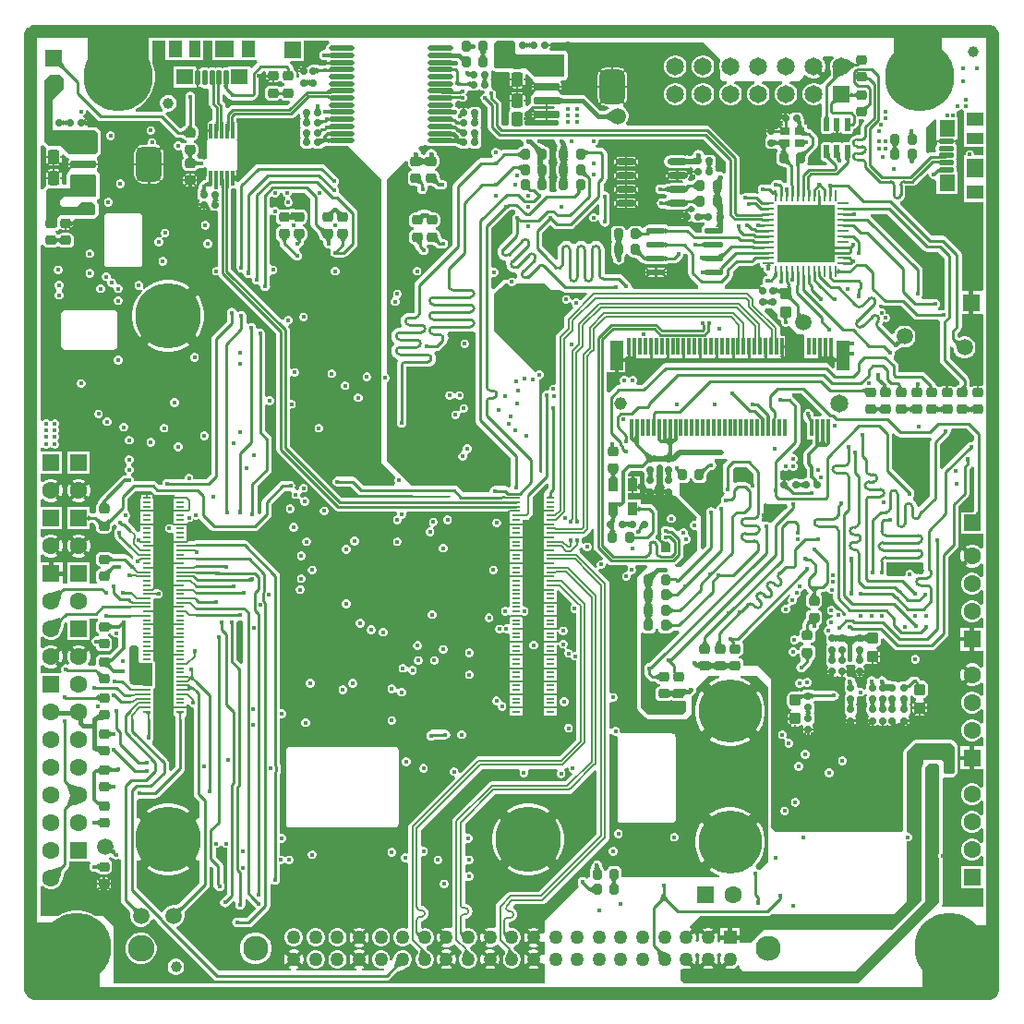
<source format=gbr>
G04*
G04 #@! TF.GenerationSoftware,Altium Limited,Altium Designer,24.9.1 (31)*
G04*
G04 Layer_Physical_Order=1*
G04 Layer_Color=255*
%FSLAX44Y44*%
%MOMM*%
G71*
G04*
G04 #@! TF.SameCoordinates,6A9D4D84-9140-4673-ADE8-75025B522ADB*
G04*
G04*
G04 #@! TF.FilePolarity,Positive*
G04*
G01*
G75*
%ADD10C,0.5000*%
%ADD11C,0.2000*%
%ADD13C,0.4000*%
%ADD15C,0.2540*%
%ADD16C,0.3000*%
%ADD22R,0.9500X1.2000*%
G04:AMPARAMS|DCode=23|XSize=1.64mm|YSize=0.59mm|CornerRadius=0.1475mm|HoleSize=0mm|Usage=FLASHONLY|Rotation=0.000|XOffset=0mm|YOffset=0mm|HoleType=Round|Shape=RoundedRectangle|*
%AMROUNDEDRECTD23*
21,1,1.6400,0.2950,0,0,0.0*
21,1,1.3450,0.5900,0,0,0.0*
1,1,0.2950,0.6725,-0.1475*
1,1,0.2950,-0.6725,-0.1475*
1,1,0.2950,-0.6725,0.1475*
1,1,0.2950,0.6725,0.1475*
%
%ADD23ROUNDEDRECTD23*%
G04:AMPARAMS|DCode=24|XSize=0.95mm|YSize=0.85mm|CornerRadius=0.2125mm|HoleSize=0mm|Usage=FLASHONLY|Rotation=270.000|XOffset=0mm|YOffset=0mm|HoleType=Round|Shape=RoundedRectangle|*
%AMROUNDEDRECTD24*
21,1,0.9500,0.4250,0,0,270.0*
21,1,0.5250,0.8500,0,0,270.0*
1,1,0.4250,-0.2125,-0.2625*
1,1,0.4250,-0.2125,0.2625*
1,1,0.4250,0.2125,0.2625*
1,1,0.4250,0.2125,-0.2625*
%
%ADD24ROUNDEDRECTD24*%
G04:AMPARAMS|DCode=25|XSize=0.7mm|YSize=2.4mm|CornerRadius=0.175mm|HoleSize=0mm|Usage=FLASHONLY|Rotation=90.000|XOffset=0mm|YOffset=0mm|HoleType=Round|Shape=RoundedRectangle|*
%AMROUNDEDRECTD25*
21,1,0.7000,2.0500,0,0,90.0*
21,1,0.3500,2.4000,0,0,90.0*
1,1,0.3500,1.0250,0.1750*
1,1,0.3500,1.0250,-0.1750*
1,1,0.3500,-1.0250,-0.1750*
1,1,0.3500,-1.0250,0.1750*
%
%ADD25ROUNDEDRECTD25*%
G04:AMPARAMS|DCode=26|XSize=3.2mm|YSize=2.4mm|CornerRadius=0.6mm|HoleSize=0mm|Usage=FLASHONLY|Rotation=90.000|XOffset=0mm|YOffset=0mm|HoleType=Round|Shape=RoundedRectangle|*
%AMROUNDEDRECTD26*
21,1,3.2000,1.2000,0,0,90.0*
21,1,2.0000,2.4000,0,0,90.0*
1,1,1.2000,0.6000,1.0000*
1,1,1.2000,0.6000,-1.0000*
1,1,1.2000,-0.6000,-1.0000*
1,1,1.2000,-0.6000,1.0000*
%
%ADD26ROUNDEDRECTD26*%
G04:AMPARAMS|DCode=29|XSize=2.3028mm|YSize=0.4427mm|CornerRadius=0.1107mm|HoleSize=0mm|Usage=FLASHONLY|Rotation=180.000|XOffset=0mm|YOffset=0mm|HoleType=Round|Shape=RoundedRectangle|*
%AMROUNDEDRECTD29*
21,1,2.3028,0.2214,0,0,180.0*
21,1,2.0814,0.4427,0,0,180.0*
1,1,0.2214,-1.0407,0.1107*
1,1,0.2214,1.0407,0.1107*
1,1,0.2214,1.0407,-0.1107*
1,1,0.2214,-1.0407,-0.1107*
%
%ADD29ROUNDEDRECTD29*%
G04:AMPARAMS|DCode=30|XSize=1.4mm|YSize=0.3mm|CornerRadius=0.075mm|HoleSize=0mm|Usage=FLASHONLY|Rotation=90.000|XOffset=0mm|YOffset=0mm|HoleType=Round|Shape=RoundedRectangle|*
%AMROUNDEDRECTD30*
21,1,1.4000,0.1500,0,0,90.0*
21,1,1.2500,0.3000,0,0,90.0*
1,1,0.1500,0.0750,0.6250*
1,1,0.1500,0.0750,-0.6250*
1,1,0.1500,-0.0750,-0.6250*
1,1,0.1500,-0.0750,0.6250*
%
%ADD30ROUNDEDRECTD30*%
%ADD31R,0.8500X0.7500*%
%ADD32O,1.9000X0.6000*%
G04:AMPARAMS|DCode=33|XSize=0.95mm|YSize=0.85mm|CornerRadius=0.2125mm|HoleSize=0mm|Usage=FLASHONLY|Rotation=180.000|XOffset=0mm|YOffset=0mm|HoleType=Round|Shape=RoundedRectangle|*
%AMROUNDEDRECTD33*
21,1,0.9500,0.4250,0,0,180.0*
21,1,0.5250,0.8500,0,0,180.0*
1,1,0.4250,-0.2625,0.2125*
1,1,0.4250,0.2625,0.2125*
1,1,0.4250,0.2625,-0.2125*
1,1,0.4250,-0.2625,-0.2125*
%
%ADD33ROUNDEDRECTD33*%
G04:AMPARAMS|DCode=34|XSize=0.65mm|YSize=0.6mm|CornerRadius=0.15mm|HoleSize=0mm|Usage=FLASHONLY|Rotation=180.000|XOffset=0mm|YOffset=0mm|HoleType=Round|Shape=RoundedRectangle|*
%AMROUNDEDRECTD34*
21,1,0.6500,0.3000,0,0,180.0*
21,1,0.3500,0.6000,0,0,180.0*
1,1,0.3000,-0.1750,0.1500*
1,1,0.3000,0.1750,0.1500*
1,1,0.3000,0.1750,-0.1500*
1,1,0.3000,-0.1750,-0.1500*
%
%ADD34ROUNDEDRECTD34*%
G04:AMPARAMS|DCode=35|XSize=0.65mm|YSize=0.6mm|CornerRadius=0.15mm|HoleSize=0mm|Usage=FLASHONLY|Rotation=270.000|XOffset=0mm|YOffset=0mm|HoleType=Round|Shape=RoundedRectangle|*
%AMROUNDEDRECTD35*
21,1,0.6500,0.3000,0,0,270.0*
21,1,0.3500,0.6000,0,0,270.0*
1,1,0.3000,-0.1500,-0.1750*
1,1,0.3000,-0.1500,0.1750*
1,1,0.3000,0.1500,0.1750*
1,1,0.3000,0.1500,-0.1750*
%
%ADD35ROUNDEDRECTD35*%
%ADD36R,0.7000X0.2000*%
G04:AMPARAMS|DCode=37|XSize=1.21mm|YSize=0.59mm|CornerRadius=0.0738mm|HoleSize=0mm|Usage=FLASHONLY|Rotation=270.000|XOffset=0mm|YOffset=0mm|HoleType=Round|Shape=RoundedRectangle|*
%AMROUNDEDRECTD37*
21,1,1.2100,0.4425,0,0,270.0*
21,1,1.0625,0.5900,0,0,270.0*
1,1,0.1475,-0.2213,-0.5313*
1,1,0.1475,-0.2213,0.5313*
1,1,0.1475,0.2213,0.5313*
1,1,0.1475,0.2213,-0.5313*
%
%ADD37ROUNDEDRECTD37*%
%ADD38R,0.3000X1.5500*%
%ADD39R,1.2000X2.7500*%
G04:AMPARAMS|DCode=40|XSize=0.4572mm|YSize=1.3716mm|CornerRadius=0.1143mm|HoleSize=0mm|Usage=FLASHONLY|Rotation=90.000|XOffset=0mm|YOffset=0mm|HoleType=Round|Shape=RoundedRectangle|*
%AMROUNDEDRECTD40*
21,1,0.4572,1.1430,0,0,90.0*
21,1,0.2286,1.3716,0,0,90.0*
1,1,0.2286,0.5715,0.1143*
1,1,0.2286,0.5715,-0.1143*
1,1,0.2286,-0.5715,-0.1143*
1,1,0.2286,-0.5715,0.1143*
%
%ADD40ROUNDEDRECTD40*%
G04:AMPARAMS|DCode=49|XSize=0.4572mm|YSize=1.3716mm|CornerRadius=0.1143mm|HoleSize=0mm|Usage=FLASHONLY|Rotation=180.000|XOffset=0mm|YOffset=0mm|HoleType=Round|Shape=RoundedRectangle|*
%AMROUNDEDRECTD49*
21,1,0.4572,1.1430,0,0,180.0*
21,1,0.2286,1.3716,0,0,180.0*
1,1,0.2286,-0.1143,0.5715*
1,1,0.2286,0.1143,0.5715*
1,1,0.2286,0.1143,-0.5715*
1,1,0.2286,-0.1143,-0.5715*
%
%ADD49ROUNDEDRECTD49*%
G04:AMPARAMS|DCode=50|XSize=1.1mm|YSize=1.3mm|CornerRadius=0.25mm|HoleSize=0mm|Usage=FLASHONLY|Rotation=180.000|XOffset=0mm|YOffset=0mm|HoleType=Round|Shape=RoundedRectangle|*
%AMROUNDEDRECTD50*
21,1,1.1000,0.8000,0,0,180.0*
21,1,0.6000,1.3000,0,0,180.0*
1,1,0.5000,-0.3000,0.4000*
1,1,0.5000,0.3000,0.4000*
1,1,0.5000,0.3000,-0.4000*
1,1,0.5000,-0.3000,-0.4000*
%
%ADD50ROUNDEDRECTD50*%
G04:AMPARAMS|DCode=51|XSize=1.1mm|YSize=1mm|CornerRadius=0.25mm|HoleSize=0mm|Usage=FLASHONLY|Rotation=270.000|XOffset=0mm|YOffset=0mm|HoleType=Round|Shape=RoundedRectangle|*
%AMROUNDEDRECTD51*
21,1,1.1000,0.5000,0,0,270.0*
21,1,0.6000,1.0000,0,0,270.0*
1,1,0.5000,-0.2500,-0.3000*
1,1,0.5000,-0.2500,0.3000*
1,1,0.5000,0.2500,0.3000*
1,1,0.5000,0.2500,-0.3000*
%
%ADD51ROUNDEDRECTD51*%
%ADD56R,6.8000X6.4000*%
%ADD57R,6.5000X6.7000*%
%ADD65O,0.2393X1.0571*%
%ADD66O,1.0571X0.2393*%
%ADD103C,1.5240*%
%ADD105C,0.5000*%
%ADD106C,0.2200*%
%ADD107C,0.2800*%
%ADD108C,1.2000*%
%ADD109C,1.5000*%
%ADD110R,5.3000X5.3000*%
%ADD111R,1.6000X1.3000*%
%ADD112R,1.4224X1.5494*%
%ADD113R,1.6000X1.8000*%
%ADD114R,1.6000X1.0000*%
%ADD115R,1.0000X1.6000*%
%ADD116R,1.8000X1.6000*%
%ADD117R,1.3000X1.6000*%
%ADD118R,1.5494X1.4224*%
%ADD119C,1.0000*%
%ADD120C,0.2400*%
%ADD121C,0.2800*%
%ADD122R,4.5138X2.4001*%
%ADD123R,5.5478X3.5001*%
%ADD124C,2.4500*%
%ADD125C,1.6000*%
%ADD126R,1.6000X1.6000*%
%ADD127R,1.6000X1.6000*%
%ADD128C,2.3000*%
%ADD129R,1.2580X1.2580*%
%ADD130C,1.2580*%
%ADD131C,1.1500*%
%ADD132C,1.6500*%
%ADD133C,5.8000*%
%ADD134C,6.0000*%
%ADD135R,1.6500X1.6500*%
%ADD136C,6.3500*%
%ADD137C,0.4000*%
G36*
X466940Y875441D02*
X465000Y876135D01*
X463060Y875441D01*
Y880559D01*
X465000Y879865D01*
X466940Y880559D01*
Y875441D01*
D02*
G37*
G36*
X425414Y870000D02*
X426544Y867596D01*
X420956D01*
X422086Y870000D01*
X420956Y872404D01*
X426544D01*
X425414Y870000D01*
D02*
G37*
G36*
X174960Y864258D02*
X198040D01*
Y864258D01*
X199710D01*
Y864258D01*
X216420D01*
X217027Y862258D01*
X216898Y862172D01*
X216898Y862172D01*
X216373Y861647D01*
X216373Y861647D01*
X212010Y857284D01*
X210162Y858049D01*
Y858700D01*
X189588D01*
Y858033D01*
X189143Y857668D01*
X186857D01*
X185420Y857382D01*
X184750Y856935D01*
X184080Y857382D01*
X182643Y857668D01*
X180357D01*
X178920Y857382D01*
X178250Y856935D01*
X177580Y857382D01*
X176143Y857668D01*
X173857D01*
X172420Y857382D01*
X171750Y856935D01*
X171080Y857382D01*
X169643Y857668D01*
X167357D01*
X165920Y857382D01*
X164702Y856568D01*
X164462Y856210D01*
X164174Y856403D01*
X163143Y856608D01*
X163000D01*
Y854882D01*
X161000D01*
Y856608D01*
X160857D01*
X160412Y856973D01*
Y858700D01*
X139838D01*
Y839396D01*
X160412D01*
Y839423D01*
X160857Y839788D01*
X161000D01*
Y841514D01*
X163000D01*
Y839788D01*
X163143D01*
X164174Y839993D01*
X164462Y840186D01*
X164702Y839828D01*
X165920Y839014D01*
X167357Y838728D01*
X169643D01*
X170170Y838833D01*
X171972Y837650D01*
X172170Y837346D01*
Y824276D01*
X172488Y822676D01*
X173394Y821320D01*
X175420Y819294D01*
Y810234D01*
X174750Y808328D01*
X173250D01*
X172372Y808154D01*
X171628Y807656D01*
X171131Y806912D01*
X170956Y806034D01*
Y800784D01*
X172674D01*
Y798784D01*
X170956D01*
Y793534D01*
X171131Y792656D01*
X171062Y792313D01*
X170837Y792163D01*
X170174Y791171D01*
X169941Y790000D01*
Y774125D01*
X168950Y773591D01*
X167941Y773327D01*
X166717Y774145D01*
X165000Y774486D01*
X164371Y774361D01*
X163431D01*
X163405Y774366D01*
X163239Y774361D01*
X163180D01*
X161894Y774961D01*
X161663Y775420D01*
X161341Y777198D01*
X161383Y777352D01*
X162019Y778305D01*
X162381Y780125D01*
Y784375D01*
X162019Y786195D01*
X160988Y787738D01*
X159445Y788769D01*
X158384Y788980D01*
Y791020D01*
X159445Y791231D01*
X160988Y792262D01*
X162019Y793805D01*
X162381Y795625D01*
Y799875D01*
X162019Y801695D01*
X160988Y803238D01*
X160364Y803656D01*
X159486Y805459D01*
Y831000D01*
X159145Y832717D01*
X158172Y834172D01*
X156717Y835145D01*
X155000Y835486D01*
X153283Y835145D01*
X151828Y834172D01*
X150855Y832717D01*
X150514Y831000D01*
Y805459D01*
X149636Y803656D01*
X149134Y803320D01*
X149102Y803312D01*
X146814Y802236D01*
X146108D01*
X132570Y815775D01*
X133605Y817568D01*
X134007Y817460D01*
X135993D01*
X137910Y817974D01*
X139630Y818967D01*
X141033Y820370D01*
X142026Y822090D01*
X142540Y824007D01*
Y825993D01*
X142026Y827910D01*
X141033Y829630D01*
X139630Y831033D01*
X137910Y832026D01*
X135993Y832540D01*
X134007D01*
X132090Y832026D01*
X130370Y831033D01*
X128967Y829630D01*
X127974Y827910D01*
X127460Y825993D01*
Y824007D01*
X127974Y822090D01*
X128967Y820370D01*
X130013Y819324D01*
X129241Y817487D01*
X129209Y817445D01*
X129000Y817486D01*
X129000Y817486D01*
X105404D01*
X104924Y819486D01*
X106589Y820334D01*
X110887Y823457D01*
X114643Y827213D01*
X117766Y831511D01*
X120177Y836245D01*
X121819Y841297D01*
X122650Y846544D01*
Y851856D01*
X121819Y857103D01*
X120177Y862156D01*
X120059Y862388D01*
Y881922D01*
X132210D01*
Y864258D01*
X150290D01*
Y864258D01*
X151966D01*
Y864258D01*
X167046D01*
Y881922D01*
X174960D01*
Y864258D01*
D02*
G37*
G36*
X282670Y879922D02*
X282015Y879792D01*
X280809Y878986D01*
X280003Y877780D01*
X279720Y876357D01*
Y874956D01*
X278000Y873588D01*
X276244Y873239D01*
X274756Y872244D01*
X273761Y870756D01*
X273412Y869000D01*
X273761Y867244D01*
X274756Y865756D01*
X274881Y865631D01*
X276369Y864636D01*
X278125Y864287D01*
X280017D01*
X280780Y863357D01*
Y863250D01*
X282505D01*
Y861250D01*
X280780D01*
Y861143D01*
X279188Y859486D01*
X274023D01*
X270871Y860337D01*
X270823Y860340D01*
X270779Y860361D01*
X270229Y860381D01*
X269680Y860418D01*
X269634Y860402D01*
X269586Y860404D01*
X269070Y860212D01*
X268795Y860119D01*
X266500D01*
X264924Y859806D01*
X263587Y858913D01*
X263515Y858804D01*
X262663Y858163D01*
X261670Y858826D01*
X260566Y859046D01*
X261383Y857141D01*
X257305D01*
X256125Y855961D01*
X254771Y857315D01*
X254674Y857170D01*
X254441Y856000D01*
Y855250D01*
X256174D01*
Y853250D01*
X254441D01*
Y852500D01*
X254674Y851329D01*
X254968Y850889D01*
X255323Y850301D01*
X254602Y848423D01*
X254587Y848413D01*
X254381Y848104D01*
X252381Y848711D01*
Y851875D01*
X252019Y853695D01*
X250988Y855238D01*
X249486Y856242D01*
Y857000D01*
X249486Y857000D01*
X249145Y858717D01*
X248172Y860172D01*
X248172Y860172D01*
X246344Y862000D01*
X246432Y862722D01*
X247037Y864000D01*
X259000D01*
Y881922D01*
X282473D01*
X282670Y879922D01*
D02*
G37*
G36*
X768099Y860575D02*
X766839Y859447D01*
X765283Y861003D01*
X766354Y862205D01*
X768099Y860575D01*
D02*
G37*
G36*
X39949Y858430D02*
X37970Y856451D01*
X34010Y858430D01*
X37970Y862390D01*
X39949Y858430D01*
D02*
G37*
G36*
X764971Y861325D02*
X765389Y859125D01*
X759058Y854114D01*
X756923Y865464D01*
X764971Y861325D01*
D02*
G37*
G36*
X273719Y856400D02*
X273798Y853600D01*
X270909Y852206D01*
X270073Y857384D01*
X273719Y856400D01*
D02*
G37*
G36*
X453000Y880000D02*
Y871000D01*
X453012Y870988D01*
X454877Y870000D01*
X498000D01*
Y849000D01*
X471000D01*
X463000Y857000D01*
X435000D01*
X434000Y858000D01*
Y880000D01*
X435922Y881922D01*
X451078D01*
X453000Y880000D01*
D02*
G37*
G36*
X754858Y850890D02*
X746248Y847323D01*
X744139Y848325D01*
X744445Y855886D01*
X754858Y850890D01*
D02*
G37*
G36*
X777386Y848714D02*
Y846514D01*
X775359Y846005D01*
X775730Y849239D01*
X777386Y848714D01*
D02*
G37*
G36*
X265460Y840967D02*
X263500Y841799D01*
X261540Y840967D01*
Y846533D01*
X263500Y845701D01*
X265460Y846533D01*
Y840967D01*
D02*
G37*
G36*
X427201Y846500D02*
X428033Y844540D01*
X422467D01*
X423299Y846500D01*
X422467Y848460D01*
X428033D01*
X427201Y846500D01*
D02*
G37*
G36*
X432837Y854837D02*
X433829Y854174D01*
X435000Y853941D01*
X435000Y853941D01*
X446916D01*
X447449Y853281D01*
X448159Y851941D01*
X447922Y850750D01*
Y847750D01*
X449674D01*
Y845750D01*
X447922D01*
Y842750D01*
X448232Y841189D01*
X448550Y840714D01*
X449795Y841960D01*
X451210Y840546D01*
X449964Y839300D01*
X450439Y838982D01*
X452000Y838672D01*
X454000D01*
Y840424D01*
X456000D01*
Y838672D01*
X458000D01*
X459561Y838982D01*
X460036Y839300D01*
X458790Y840546D01*
X460205Y841960D01*
X461450Y840714D01*
X461768Y841189D01*
X462078Y842750D01*
Y845750D01*
X460326D01*
Y847750D01*
X462078D01*
Y850750D01*
X462074Y850772D01*
X463917Y851757D01*
X468837Y846837D01*
X469315Y846518D01*
X469440Y845201D01*
X471290Y843350D01*
X469876Y841936D01*
X468566Y843245D01*
X468414Y843018D01*
X468162Y841750D01*
Y841000D01*
X469900D01*
Y839000D01*
X468162D01*
Y838250D01*
X468414Y836982D01*
X468566Y836755D01*
X469876Y838064D01*
X471290Y836650D01*
X469981Y835340D01*
X470182Y835206D01*
X470205Y835081D01*
X470151Y833161D01*
X469802Y833091D01*
X468383Y832143D01*
X467435Y830724D01*
X467102Y829050D01*
Y825550D01*
X467219Y824961D01*
X467084Y824918D01*
X466964Y824853D01*
X466829Y824826D01*
X466444Y824568D01*
X466037Y824346D01*
X465951Y824239D01*
X465837Y824163D01*
X463917Y822243D01*
X462074Y823228D01*
X462078Y823250D01*
Y826250D01*
X460326D01*
Y828250D01*
X462078D01*
Y831250D01*
X461768Y832811D01*
X461450Y833286D01*
X460205Y832040D01*
X458790Y833455D01*
X460036Y834700D01*
X459561Y835018D01*
X458000Y835328D01*
X456000D01*
Y833576D01*
X454000D01*
Y835328D01*
X452000D01*
X450439Y835018D01*
X449964Y834700D01*
X451210Y833455D01*
X449795Y832040D01*
X448550Y833286D01*
X448232Y832811D01*
X447922Y831250D01*
Y828250D01*
X449674D01*
Y826250D01*
X447922D01*
Y823250D01*
X448232Y821689D01*
X449116Y820366D01*
X448425Y818423D01*
X448366Y818384D01*
X447252Y816717D01*
X446861Y814750D01*
Y806750D01*
X446975Y806180D01*
X445433Y804180D01*
X442020D01*
X439980Y806220D01*
Y824649D01*
X439662Y826249D01*
X438756Y827605D01*
X435458Y830903D01*
Y833722D01*
X435140Y835322D01*
X434234Y836678D01*
X433956Y836956D01*
X432600Y837862D01*
X432483Y837885D01*
X432297Y838000D01*
X431034Y840071D01*
X431119Y840500D01*
Y843500D01*
X431002Y844089D01*
X431092Y844540D01*
X431089Y844554D01*
X431092Y844567D01*
X430973Y845139D01*
X430859Y845711D01*
X430851Y845722D01*
X430849Y845736D01*
X430524Y846500D01*
X430849Y847264D01*
X430851Y847278D01*
X430859Y847289D01*
X430973Y847861D01*
X431092Y848433D01*
X431089Y848446D01*
X431092Y848460D01*
X431002Y848911D01*
X431119Y849500D01*
Y852500D01*
X430806Y854076D01*
X432432Y855242D01*
X432837Y854837D01*
D02*
G37*
G36*
X641000Y865000D02*
Y862475D01*
X640350Y860049D01*
Y857351D01*
X641000Y854925D01*
Y848000D01*
X644000Y845000D01*
X646935D01*
X647198Y843000D01*
X646644Y842851D01*
X644306Y841502D01*
X642398Y839594D01*
X641049Y837256D01*
X640350Y834649D01*
Y831951D01*
X641049Y829344D01*
X642398Y827006D01*
X644306Y825098D01*
X646644Y823748D01*
X649251Y823050D01*
X651949D01*
X654556Y823748D01*
X656894Y825098D01*
X658802Y827006D01*
X660152Y829344D01*
X660850Y831951D01*
Y834649D01*
X660152Y837256D01*
X658802Y839594D01*
X656894Y841502D01*
X654556Y842851D01*
X654002Y843000D01*
X654265Y845000D01*
X672335D01*
X672598Y843000D01*
X672044Y842851D01*
X669706Y841502D01*
X667798Y839594D01*
X666449Y837256D01*
X665750Y834649D01*
Y831951D01*
X666449Y829344D01*
X667798Y827006D01*
X669706Y825098D01*
X672044Y823748D01*
X674651Y823050D01*
X677349D01*
X679956Y823748D01*
X682294Y825098D01*
X684202Y827006D01*
X685552Y829344D01*
X686250Y831951D01*
Y834649D01*
X685552Y837256D01*
X684202Y839594D01*
X682294Y841502D01*
X679956Y842851D01*
X679402Y843000D01*
X679665Y845000D01*
X697735D01*
X697998Y843000D01*
X697444Y842851D01*
X695106Y841502D01*
X693198Y839594D01*
X691849Y837256D01*
X691150Y834649D01*
Y831951D01*
X691849Y829344D01*
X693198Y827006D01*
X695106Y825098D01*
X697444Y823748D01*
X700051Y823050D01*
X702749D01*
X705356Y823748D01*
X707694Y825098D01*
X709602Y827006D01*
X710952Y829344D01*
X711650Y831951D01*
Y834649D01*
X710952Y837256D01*
X709602Y839594D01*
X707694Y841502D01*
X705356Y842851D01*
X704802Y843000D01*
X705065Y845000D01*
X713000D01*
X717000Y849000D01*
Y850412D01*
X719000Y851241D01*
X720175Y850066D01*
X722635Y848645D01*
X725379Y847910D01*
X728221D01*
X730965Y848645D01*
X732906Y849766D01*
X730827Y851845D01*
X733655Y854673D01*
X735734Y852594D01*
X736855Y854535D01*
X737590Y857280D01*
Y860120D01*
X736855Y862865D01*
X735434Y865325D01*
X734759Y866000D01*
X735588Y868000D01*
X744176D01*
X745004Y866000D01*
X743998Y864994D01*
X742648Y862656D01*
X741950Y860049D01*
Y857351D01*
X742648Y854744D01*
X742765Y854541D01*
X742629Y851171D01*
X735544Y844086D01*
X734660Y842764D01*
X734638Y842730D01*
X734320Y842478D01*
X732431Y841885D01*
X730756Y842851D01*
X728149Y843550D01*
X725451D01*
X722844Y842851D01*
X720506Y841502D01*
X718598Y839594D01*
X717249Y837256D01*
X716550Y834649D01*
Y831951D01*
X717249Y829344D01*
X718598Y827006D01*
X720506Y825098D01*
X722844Y823748D01*
X725451Y823050D01*
X728149D01*
X730756Y823748D01*
X732320Y824651D01*
X734320Y823661D01*
Y813489D01*
X733925Y813225D01*
X733200Y812141D01*
X732946Y810863D01*
Y800238D01*
X733200Y798959D01*
X733925Y797875D01*
X735009Y797150D01*
X736288Y796896D01*
X740713D01*
X741991Y797150D01*
X743075Y797875D01*
X744174Y798624D01*
X744914Y798130D01*
X745788Y797956D01*
X747000D01*
Y799674D01*
X749000D01*
Y797956D01*
X750212D01*
X751086Y798130D01*
X751826Y798624D01*
X752925Y797875D01*
X754009Y797150D01*
X755287Y796896D01*
X759713D01*
X760991Y797150D01*
X762075Y797875D01*
X762800Y798959D01*
X763054Y800238D01*
Y801087D01*
X763311Y801138D01*
X764667Y802044D01*
X766956Y804333D01*
X767862Y805689D01*
X768180Y807289D01*
Y810209D01*
X768375Y810369D01*
X772628D01*
X773457Y808369D01*
X771244Y806156D01*
X770338Y804800D01*
X770020Y803200D01*
Y795780D01*
X766150D01*
X764550Y795462D01*
X763253Y794595D01*
X762751Y794387D01*
X761343Y793307D01*
X760263Y791899D01*
X759584Y790259D01*
X759431Y789104D01*
X755287D01*
X754009Y788850D01*
X752750Y788214D01*
X751491Y788850D01*
X750212Y789104D01*
X745788D01*
X744509Y788850D01*
X743250Y788214D01*
X741991Y788850D01*
X740713Y789104D01*
X736288D01*
X735009Y788850D01*
X733925Y788125D01*
X733200Y787041D01*
X732946Y785762D01*
Y775137D01*
X733200Y773859D01*
X733925Y772775D01*
X735009Y772050D01*
X736288Y771796D01*
X737326D01*
X737394Y771694D01*
X739060Y770028D01*
X738295Y768180D01*
X722626D01*
X722006Y768057D01*
X720803Y769857D01*
X721269Y770555D01*
X721631Y772375D01*
Y774321D01*
X721711Y774423D01*
X723435Y777841D01*
X729172Y783578D01*
X729172Y783578D01*
X730145Y785033D01*
X730486Y786750D01*
X730486Y786750D01*
Y793000D01*
X730486Y793000D01*
X730145Y794717D01*
X729172Y796172D01*
X729172Y796172D01*
X725272Y800072D01*
X723817Y801045D01*
X722100Y801386D01*
X720540Y802566D01*
Y805540D01*
X718685D01*
X718236Y806437D01*
Y808696D01*
X718236Y808696D01*
X717895Y810413D01*
X717119Y811573D01*
Y812500D01*
X716806Y814076D01*
X715913Y815413D01*
X714576Y816306D01*
X713000Y816619D01*
X709500D01*
X707924Y816306D01*
X706587Y815413D01*
X706577Y815398D01*
X704699Y814677D01*
X704111Y815032D01*
X703671Y815326D01*
X702500Y815559D01*
X701750D01*
Y813826D01*
X699750D01*
Y815559D01*
X699000D01*
X697830Y815326D01*
X697685Y815229D01*
X699039Y813875D01*
X697625Y812461D01*
X696271Y813815D01*
X696174Y813671D01*
X695941Y812500D01*
Y812000D01*
X697674D01*
Y810000D01*
X695941D01*
Y809500D01*
X696174Y808329D01*
X696271Y808185D01*
X697625Y809539D01*
X699039Y808125D01*
X697685Y806771D01*
X697830Y806674D01*
X698705Y806500D01*
X698508Y804500D01*
X694500D01*
Y801492D01*
X692500Y801295D01*
X692326Y802171D01*
X692229Y802315D01*
X690875Y800961D01*
X689461Y802375D01*
X690815Y803729D01*
X690670Y803826D01*
X689500Y804059D01*
X689000D01*
Y802326D01*
X687000D01*
Y804059D01*
X686500D01*
X685330Y803826D01*
X685185Y803729D01*
X686539Y802375D01*
X685125Y800961D01*
X683771Y802315D01*
X683674Y802171D01*
X683441Y801000D01*
Y800250D01*
X685174D01*
Y798250D01*
X683441D01*
Y797500D01*
X683674Y796329D01*
X683968Y795889D01*
X684323Y795301D01*
X683602Y793423D01*
X683587Y793413D01*
X682694Y792076D01*
X682381Y790500D01*
Y787000D01*
X682694Y785424D01*
X683587Y784087D01*
X684924Y783194D01*
X686500Y782881D01*
X689500D01*
X690089Y782998D01*
X690540Y782908D01*
X690554Y782911D01*
X690567Y782908D01*
X691139Y783027D01*
X691460Y783091D01*
X693423Y782474D01*
X693460Y782460D01*
X693420Y780477D01*
X692731Y779445D01*
X692369Y777625D01*
Y772375D01*
X692731Y770555D01*
X693762Y769012D01*
X695305Y767981D01*
X697125Y767619D01*
X698071D01*
X698173Y767539D01*
X701591Y765815D01*
X701714Y765692D01*
Y752568D01*
X701138Y752170D01*
X699714Y751803D01*
X698910Y752607D01*
X698532Y753172D01*
X697077Y754145D01*
X695360Y754486D01*
X692000D01*
X690283Y754145D01*
X688828Y753172D01*
X687855Y751717D01*
X687514Y750000D01*
X687514Y750000D01*
X687091Y750065D01*
X686000Y750282D01*
X685686Y750282D01*
X682861D01*
X681870Y750427D01*
X681647Y750415D01*
X681428Y750459D01*
X681056Y750385D01*
X680678Y750365D01*
X680503Y750282D01*
X680000D01*
X678361Y749956D01*
X676972Y749028D01*
X676044Y747639D01*
X675718Y746000D01*
X676044Y744361D01*
X676464Y743732D01*
X675169Y742071D01*
X674218Y742260D01*
X663701D01*
X662101Y741942D01*
X660745Y741035D01*
X660580Y740789D01*
X658580Y741396D01*
Y774600D01*
X658262Y776200D01*
X657356Y777556D01*
X631956Y802956D01*
X630600Y803862D01*
X629000Y804180D01*
X555207D01*
X554379Y806180D01*
X555034Y806835D01*
X556356Y809125D01*
X557040Y811678D01*
Y814322D01*
X556356Y816875D01*
X555034Y819165D01*
X553165Y821034D01*
X552430Y821459D01*
X552269Y822219D01*
X552426Y823770D01*
X552775Y824037D01*
X551579Y825232D01*
X552994Y826646D01*
X554189Y825451D01*
X554777Y826218D01*
X555533Y828042D01*
X555791Y830000D01*
Y839000D01*
X554052D01*
Y841000D01*
X555791D01*
Y850000D01*
X555533Y851958D01*
X554777Y853782D01*
X554189Y854549D01*
X552994Y853354D01*
X551579Y854768D01*
X552775Y855963D01*
X552008Y856551D01*
X550184Y857307D01*
X548226Y857565D01*
X543226D01*
Y855826D01*
X541226D01*
Y857565D01*
X536226D01*
X534268Y857307D01*
X532444Y856551D01*
X531677Y855963D01*
X532873Y854768D01*
X531458Y853354D01*
X530263Y854549D01*
X529675Y853782D01*
X528919Y851958D01*
X528661Y850000D01*
Y841000D01*
X530400D01*
Y839000D01*
X528661D01*
Y830000D01*
X528919Y828042D01*
X529675Y826218D01*
X530263Y825451D01*
X531458Y826646D01*
X532873Y825232D01*
X531677Y824037D01*
X532444Y823449D01*
X534268Y822693D01*
X536226Y822435D01*
X537864D01*
X539091Y820435D01*
X538597Y819462D01*
X535265Y818098D01*
X531112D01*
X518305Y830905D01*
X516651Y832010D01*
X514700Y832398D01*
X497944D01*
X494035Y833462D01*
X493817Y834995D01*
X492162Y836650D01*
X493576Y838064D01*
X494885Y836755D01*
X495037Y836982D01*
X495290Y838250D01*
Y839000D01*
X493552D01*
Y841000D01*
X495290D01*
Y841750D01*
X495037Y843018D01*
X494421Y843941D01*
X494596Y844707D01*
X495153Y845941D01*
X498000D01*
X499170Y846174D01*
X500163Y846837D01*
X500826Y847830D01*
X501059Y849000D01*
Y870000D01*
X500826Y871171D01*
X500163Y872163D01*
X499170Y872826D01*
X498000Y873059D01*
X485576D01*
X484645Y875059D01*
X484826Y875330D01*
X485059Y876500D01*
Y877000D01*
X483326D01*
Y879000D01*
X485059D01*
Y879500D01*
X486800Y881000D01*
X625000D01*
X641000Y865000D01*
D02*
G37*
G36*
X402822Y844170D02*
X402360Y841370D01*
X401258Y841445D01*
X401580Y844227D01*
X402822Y844170D01*
D02*
G37*
G36*
X411637Y839976D02*
X408702Y841370D01*
X408881Y844170D01*
X412427Y844884D01*
X411637Y839976D01*
D02*
G37*
G36*
X223780Y854155D02*
X224806Y852514D01*
X224679Y851875D01*
Y850750D01*
X226424D01*
Y848750D01*
X224679D01*
Y847625D01*
X224960Y846211D01*
X225195Y845859D01*
X226465Y847129D01*
X227879Y845715D01*
X226609Y844445D01*
X226961Y844210D01*
X228375Y843929D01*
X230000D01*
Y845674D01*
X232000D01*
Y843929D01*
X233625D01*
X235039Y844210D01*
X236238Y845012D01*
X236251Y845030D01*
X238577Y844912D01*
X239012Y844262D01*
X240555Y843231D01*
X241616Y843020D01*
Y840980D01*
X240555Y840769D01*
X239276Y839915D01*
X238498Y839738D01*
X237502D01*
X236724Y839915D01*
X235445Y840769D01*
X233625Y841131D01*
X228375D01*
X226555Y840769D01*
X225012Y839738D01*
X223981Y838195D01*
X223619Y836375D01*
Y832125D01*
X223981Y830305D01*
X225012Y828762D01*
X226555Y827731D01*
X228375Y827369D01*
X233625D01*
X235445Y827731D01*
X236724Y828585D01*
X237502Y828762D01*
X238498D01*
X239276Y828585D01*
X240555Y827731D01*
X242375Y827369D01*
X245628D01*
X246457Y825369D01*
X244331Y823243D01*
X194088D01*
X192489Y822924D01*
X191133Y822018D01*
X189428Y820314D01*
X187580Y821079D01*
Y822600D01*
X187262Y824200D01*
X186356Y825556D01*
X184330Y827582D01*
Y832497D01*
X186330Y833325D01*
X190828Y828828D01*
X190828Y828828D01*
X192283Y827855D01*
X194000Y827514D01*
X194000Y827514D01*
X211460D01*
X211460Y827514D01*
X213177Y827855D01*
X214632Y828828D01*
X216272Y830468D01*
X217245Y831923D01*
X217586Y833640D01*
X217586Y833640D01*
Y838761D01*
Y850171D01*
X221825Y854410D01*
X223780Y854155D01*
D02*
G37*
G36*
X189400Y838600D02*
X186600D01*
X185809Y842049D01*
X190191D01*
X189400Y838600D01*
D02*
G37*
G36*
X421924Y836694D02*
X423500Y836381D01*
X424177D01*
X425202Y834583D01*
X424696Y833715D01*
X423800Y833537D01*
X422444Y832631D01*
X421538Y831275D01*
X421220Y829675D01*
X421538Y828075D01*
X422444Y826719D01*
X427820Y821344D01*
Y802915D01*
X428138Y801315D01*
X429044Y799959D01*
X435759Y793244D01*
X437115Y792338D01*
X438715Y792020D01*
X458265D01*
X459906Y790020D01*
X459902Y790000D01*
X460290Y788049D01*
X460736Y787381D01*
X460425Y786362D01*
X459721Y785301D01*
X458305Y785019D01*
X456762Y783988D01*
X456344Y783364D01*
X454541Y782486D01*
X443000D01*
X441283Y782145D01*
X440753Y781790D01*
X438391Y782266D01*
X437266Y783391D01*
X435796Y784000D01*
X434204D01*
X432734Y783391D01*
X431609Y782266D01*
X431000Y780796D01*
Y779204D01*
X431609Y777734D01*
X432734Y776609D01*
X432769Y776430D01*
X431537Y774486D01*
X422000D01*
X420283Y774145D01*
X418828Y773172D01*
X418828Y773172D01*
X397228Y751572D01*
X396255Y750117D01*
X395914Y748400D01*
X395914Y748400D01*
Y695258D01*
X361828Y661172D01*
X360855Y659717D01*
X360514Y658000D01*
X360514Y658000D01*
Y652000D01*
Y632886D01*
X355941D01*
X355660Y632830D01*
X353904Y632599D01*
X352007Y631813D01*
X350378Y630563D01*
X349128Y628934D01*
X348341Y627036D01*
X348074Y625000D01*
X348341Y622964D01*
X349036Y621286D01*
X348724Y620445D01*
X347972Y619286D01*
X347400D01*
X347119Y619230D01*
X345364Y618999D01*
X343466Y618213D01*
X341837Y616963D01*
X340587Y615334D01*
X339801Y613436D01*
X339533Y611400D01*
X339801Y609364D01*
X340587Y607466D01*
X341837Y605837D01*
X342146Y605600D01*
Y603600D01*
X341837Y603363D01*
X340587Y601734D01*
X339801Y599836D01*
X339533Y597800D01*
X339801Y595764D01*
X340587Y593866D01*
X341837Y592237D01*
X343466Y590987D01*
X344824Y590425D01*
X345516Y588884D01*
X345601Y588152D01*
X345587Y588134D01*
X344801Y586236D01*
X344570Y584481D01*
X344514Y584200D01*
Y572000D01*
Y532000D01*
X344855Y530283D01*
X345828Y528828D01*
X347283Y527855D01*
X349000Y527514D01*
X350717Y527855D01*
X352172Y528828D01*
X353145Y530283D01*
X353486Y532000D01*
Y572000D01*
Y583114D01*
X372600D01*
X372881Y583170D01*
X374636Y583401D01*
X376534Y584187D01*
X378163Y585437D01*
X379413Y587066D01*
X380199Y588964D01*
X380467Y591000D01*
X380199Y593036D01*
X379413Y594934D01*
X378968Y595514D01*
X379954Y597514D01*
X381000D01*
X381000Y597514D01*
X382717Y597855D01*
X384172Y598828D01*
X387038Y601693D01*
X387038Y601693D01*
X389434Y604089D01*
X389434Y604089D01*
X389434Y604089D01*
X389593Y604328D01*
X390671Y605732D01*
X391457Y607630D01*
X391725Y609666D01*
X391457Y611702D01*
X390762Y613380D01*
X391074Y614221D01*
X391826Y615380D01*
X411800D01*
X412081Y615435D01*
X413836Y615667D01*
X414514Y615947D01*
X416514Y614619D01*
Y604000D01*
Y571000D01*
Y534000D01*
X416514Y534000D01*
X416855Y532283D01*
X417828Y530828D01*
X449214Y499442D01*
Y473359D01*
X447214Y472531D01*
X447172Y472572D01*
X445717Y473545D01*
X444000Y473886D01*
X444000Y473886D01*
X434230D01*
X432513Y473545D01*
X431057Y472572D01*
X430085Y471117D01*
X429743Y469400D01*
X428665Y468086D01*
X405258D01*
X400172Y473172D01*
X398717Y474145D01*
X397000Y474486D01*
X397000Y474486D01*
X357514D01*
X335000Y497000D01*
Y500939D01*
Y569085D01*
X336266Y569609D01*
X337391Y570734D01*
X338000Y572204D01*
Y573796D01*
X337391Y575266D01*
X336266Y576391D01*
X335000Y576915D01*
X335000Y755000D01*
X352619Y772619D01*
X354619Y771790D01*
Y769625D01*
X354981Y767805D01*
X356012Y766262D01*
X357555Y765231D01*
X358616Y765020D01*
Y762980D01*
X357555Y762769D01*
X356012Y761738D01*
X354981Y760195D01*
X354619Y758375D01*
Y754125D01*
X354981Y752305D01*
X356012Y750762D01*
X357555Y749731D01*
X359375Y749369D01*
X361123D01*
X361166Y749333D01*
X361173Y749331D01*
X361179Y749325D01*
X363284Y748194D01*
Y746230D01*
X363284Y746230D01*
X363626Y744513D01*
X364598Y743057D01*
X364828Y742828D01*
X366283Y741855D01*
X368000Y741514D01*
X369717Y741855D01*
X371172Y742828D01*
X372145Y744283D01*
X372486Y746000D01*
X372257Y747154D01*
Y747549D01*
X372257Y747552D01*
X372381Y747868D01*
X372507Y748058D01*
X373790Y749369D01*
X375719D01*
X375834Y749280D01*
X379177Y747621D01*
X379540Y747258D01*
X379540Y747257D01*
X380996Y746285D01*
X382713Y745943D01*
X382713Y745943D01*
X383714D01*
X384282Y745918D01*
X384451Y745943D01*
X384846D01*
X386000Y745714D01*
X387717Y746055D01*
X389172Y747028D01*
X390145Y748483D01*
X390486Y750200D01*
X390145Y751917D01*
X389172Y753372D01*
X388943Y753602D01*
X387487Y754574D01*
X385770Y754916D01*
X385770Y754916D01*
X384884D01*
X383457Y757726D01*
X383436Y757754D01*
X383426Y757787D01*
X383381Y757841D01*
Y758375D01*
X383019Y760195D01*
X381988Y761738D01*
X380445Y762769D01*
X379384Y762980D01*
Y765020D01*
X380445Y765231D01*
X381988Y766262D01*
X383019Y767805D01*
X383381Y769625D01*
Y773875D01*
X383019Y775695D01*
X381988Y777238D01*
X381098Y777833D01*
Y778000D01*
X380710Y779951D01*
X379605Y781605D01*
X377951Y782710D01*
X376000Y783098D01*
X374049Y782710D01*
X372395Y781605D01*
X371290Y779951D01*
X370959Y778285D01*
X370845Y778269D01*
X369000Y777617D01*
X367155Y778269D01*
X367041Y778285D01*
X366710Y779951D01*
X365605Y781605D01*
X364902Y782074D01*
X364487Y784487D01*
X365941Y785941D01*
X367000D01*
X368171Y786174D01*
X369163Y786837D01*
X369679Y786884D01*
X371497Y786761D01*
X372325Y786208D01*
X373748Y785925D01*
X382783D01*
X384155Y785652D01*
X394572D01*
X394982Y785571D01*
X395026Y785579D01*
X395070Y785572D01*
X397850Y785652D01*
X397908D01*
X401468Y783994D01*
X401921Y783884D01*
X402364Y783734D01*
X402365Y783734D01*
X402424Y783694D01*
X404000Y783381D01*
X407500D01*
X409076Y783694D01*
X409562Y784019D01*
X411000Y784423D01*
X412438Y784019D01*
X412924Y783694D01*
X414500Y783381D01*
X418000D01*
X419576Y783694D01*
X420913Y784587D01*
X421806Y785924D01*
X422119Y787500D01*
Y790500D01*
X422002Y791089D01*
X422092Y791540D01*
X422089Y791554D01*
X422092Y791567D01*
X421973Y792139D01*
X421859Y792711D01*
X421851Y792722D01*
X421849Y792736D01*
X421524Y793500D01*
X421849Y794264D01*
X421851Y794278D01*
X421859Y794289D01*
X421973Y794861D01*
X422092Y795433D01*
X422089Y795446D01*
X422092Y795460D01*
X422002Y795911D01*
X422119Y796500D01*
Y799500D01*
X421806Y801076D01*
X420964Y802500D01*
X421806Y803924D01*
X422119Y805500D01*
Y808500D01*
X422002Y809089D01*
X422092Y809540D01*
X422089Y809554D01*
X422092Y809567D01*
X421973Y810139D01*
X421859Y810711D01*
X421851Y810722D01*
X421849Y810736D01*
X421524Y811500D01*
X421849Y812264D01*
X421851Y812278D01*
X421859Y812289D01*
X421973Y812860D01*
X422092Y813433D01*
X422089Y813446D01*
X422092Y813460D01*
X422002Y813911D01*
X422119Y814500D01*
Y817500D01*
X421806Y819076D01*
X420913Y820413D01*
X419576Y821306D01*
X418000Y821619D01*
X414500D01*
X412924Y821306D01*
X411587Y820413D01*
X411577Y820398D01*
X409699Y819677D01*
X409111Y820032D01*
X408671Y820326D01*
X407500Y820559D01*
X406750D01*
Y818826D01*
X404750D01*
Y820559D01*
X404000D01*
X402829Y820326D01*
X401837Y819663D01*
X400639Y820554D01*
X400605Y820605D01*
X398951Y821710D01*
X398223Y821855D01*
X398280Y822143D01*
Y824357D01*
X398168Y824920D01*
X399310Y826690D01*
X399641Y826920D01*
X402565D01*
X402791Y826694D01*
X404224Y826100D01*
X405776D01*
X407209Y826694D01*
X408306Y827791D01*
X408900Y829224D01*
Y830776D01*
X408306Y832209D01*
X407515Y833000D01*
X408306Y833791D01*
X408900Y835224D01*
Y835676D01*
X409536Y836362D01*
X410745Y837107D01*
X410882Y837057D01*
X411424Y836694D01*
X413000Y836381D01*
X416500D01*
X418076Y836694D01*
X419413Y837587D01*
X420587D01*
X421924Y836694D01*
D02*
G37*
G36*
X283018Y834129D02*
X281051Y834083D01*
X280140Y836283D01*
X282376Y837377D01*
X283018Y834129D01*
D02*
G37*
G36*
X404447Y834078D02*
X402130Y833800D01*
X401800Y836000D01*
X403037Y836384D01*
X404447Y834078D01*
D02*
G37*
G36*
X432378Y831350D02*
X430178Y830977D01*
X429812Y832391D01*
X432585Y832780D01*
X432378Y831350D01*
D02*
G37*
G36*
X766284Y830556D02*
X764039Y831650D01*
Y833850D01*
X766284Y834944D01*
Y830556D01*
D02*
G37*
G36*
X762619Y833850D02*
Y831650D01*
X760389Y830550D01*
Y834950D01*
X762619Y833850D01*
D02*
G37*
G36*
X404447Y831922D02*
X403037Y829616D01*
X401800Y830000D01*
X402130Y832200D01*
X404447Y831922D01*
D02*
G37*
G36*
X428207Y828423D02*
X426652Y826868D01*
X425420Y827675D01*
X427400Y829655D01*
X428207Y828423D01*
D02*
G37*
G36*
X745180Y825111D02*
X743778Y824083D01*
X742222Y825639D01*
X744011Y827803D01*
X745180Y825111D01*
D02*
G37*
G36*
X497679Y829300D02*
Y825300D01*
X492647Y823930D01*
Y830670D01*
X497679Y829300D01*
D02*
G37*
G36*
X482726Y822202D02*
X489051D01*
X489460Y821518D01*
X488375Y819664D01*
X482726D01*
Y817926D01*
X480726D01*
Y819664D01*
X471476D01*
X470208Y819411D01*
X469981Y819260D01*
X471290Y817950D01*
X469876Y816536D01*
X468566Y817845D01*
X468414Y817618D01*
X468162Y816350D01*
Y815600D01*
X469900D01*
Y813600D01*
X468162D01*
Y812850D01*
X468414Y811582D01*
X468566Y811355D01*
X469876Y812664D01*
X471290Y811250D01*
X469981Y809940D01*
X470208Y809789D01*
X471476Y809536D01*
X480726D01*
Y811274D01*
X482726D01*
Y809536D01*
X491976D01*
X493000Y808696D01*
Y806000D01*
X491180Y804180D01*
X463316D01*
X461965Y806180D01*
X462078Y806750D01*
Y809750D01*
X460326D01*
Y811750D01*
X462078D01*
Y814750D01*
X461830Y816000D01*
X462287Y816998D01*
X463045Y818000D01*
X464000D01*
X468000Y822000D01*
X470000Y822627D01*
X470208Y822489D01*
X471476Y822236D01*
X480726D01*
Y823974D01*
X482726D01*
Y822202D01*
D02*
G37*
G36*
X777127Y821787D02*
X775730Y818865D01*
X772184Y821480D01*
X775276Y823047D01*
X777127Y821787D01*
D02*
G37*
G36*
X274519Y818864D02*
X269742Y818724D01*
X270925Y821398D01*
X273325D01*
X274519Y818864D01*
D02*
G37*
G36*
X740700Y811553D02*
X736300D01*
X737400Y813783D01*
X739600D01*
X740700Y811553D01*
D02*
G37*
G36*
X263701Y811500D02*
X264533Y809540D01*
X258967D01*
X259799Y811500D01*
X258967Y813460D01*
X264533D01*
X263701Y811500D01*
D02*
G37*
G36*
X418201Y811500D02*
X419033Y809540D01*
X413467D01*
X414299Y811500D01*
X413467Y813459D01*
X419033Y813460D01*
X418201Y811500D01*
D02*
G37*
G36*
X540656Y809000D02*
X535772Y811000D01*
Y815000D01*
X540656Y817000D01*
Y809000D01*
D02*
G37*
G36*
X41940Y804441D02*
X40000Y805135D01*
X38059Y804441D01*
Y809559D01*
X40000Y808865D01*
X41940Y809559D01*
Y804441D01*
D02*
G37*
G36*
X194744Y806737D02*
X192572Y806315D01*
X192500Y807912D01*
X194700D01*
X194744Y806737D01*
D02*
G37*
G36*
X190428Y806315D02*
X188256Y806737D01*
X188300Y807912D01*
X190500D01*
X190428Y806315D01*
D02*
G37*
G36*
X184744Y806737D02*
X182572Y806315D01*
X182500Y807912D01*
X184700D01*
X184744Y806737D01*
D02*
G37*
G36*
X180428Y806315D02*
X178256Y806737D01*
X178300Y807912D01*
X180500D01*
X180428Y806315D01*
D02*
G37*
G36*
X278298Y807138D02*
X275468Y805738D01*
X274573Y809884D01*
X277102Y809938D01*
X278298Y807138D01*
D02*
G37*
G36*
X715096Y805770D02*
X715150D01*
X716550Y802970D01*
X710950D01*
X712209Y805487D01*
X710950Y808032D01*
X714498Y809500D01*
X715096Y805770D01*
D02*
G37*
G36*
X157794Y801946D02*
X152206D01*
X153600Y804811D01*
X156400D01*
X157794Y801946D01*
D02*
G37*
G36*
X818239Y796730D02*
X814149Y796635D01*
X814691Y798809D01*
X817691D01*
X818239Y796730D01*
D02*
G37*
G36*
X720770Y798300D02*
Y795500D01*
X717970Y795530D01*
X717939Y799700D01*
X720770Y798300D01*
D02*
G37*
G36*
X150404Y794956D02*
X147439Y796350D01*
Y799150D01*
X150404Y800544D01*
Y794956D01*
D02*
G37*
G36*
X418201Y793500D02*
X419033Y791540D01*
X413467D01*
X414299Y793500D01*
X413467Y795460D01*
X419033D01*
X418201Y793500D01*
D02*
G37*
G36*
X263701Y793500D02*
X264533Y791540D01*
X258967D01*
X259799Y793500D01*
X258967Y795460D01*
X264533D01*
X263701Y793500D01*
D02*
G37*
G36*
X696061Y785950D02*
X693493Y787220D01*
X690540Y785967D01*
Y791533D01*
X693493Y790280D01*
X696061Y791550D01*
Y785950D01*
D02*
G37*
G36*
X283018Y788629D02*
X279419Y789250D01*
Y792250D01*
X283018Y792871D01*
Y788629D01*
D02*
G37*
G36*
X69828Y809828D02*
X69828Y809828D01*
X71283Y808855D01*
X73000Y808514D01*
X127142D01*
X141078Y794578D01*
X142533Y793605D01*
X144250Y793264D01*
X144250Y793264D01*
X146814D01*
X149102Y792188D01*
X149134Y792180D01*
X150555Y791231D01*
X151616Y791020D01*
Y788980D01*
X150555Y788769D01*
X149609Y788137D01*
X147809Y788242D01*
X147132Y788525D01*
X146266Y789391D01*
X144796Y790000D01*
X143204D01*
X141734Y789391D01*
X140609Y788266D01*
X140000Y786796D01*
Y785204D01*
X140609Y783734D01*
X141734Y782609D01*
X143204Y782000D01*
X144796D01*
X145619Y782341D01*
X147303Y781505D01*
X147619Y781169D01*
Y780125D01*
X147981Y778305D01*
X148626Y777339D01*
X149012Y775238D01*
X147981Y773695D01*
X147619Y771875D01*
Y767625D01*
X147981Y765805D01*
X149012Y764262D01*
X150555Y763231D01*
X152375Y762869D01*
X157625D01*
X159445Y763231D01*
X160988Y764262D01*
X161069Y764382D01*
X163191Y765389D01*
X164875D01*
X164875Y765389D01*
X166592Y765730D01*
X167941Y766632D01*
X169121Y766384D01*
X169299Y766300D01*
X169960Y765904D01*
X170174Y764829D01*
X170668Y764091D01*
X170151Y763318D01*
X169896Y762034D01*
Y757741D01*
X169761Y757540D01*
X169412Y755784D01*
Y755145D01*
X168575Y754731D01*
X167528Y754523D01*
X166040Y753528D01*
X164256Y751744D01*
X163261Y750256D01*
X162912Y748500D01*
Y747484D01*
X161832Y744648D01*
X161740Y744102D01*
X161632Y743559D01*
X161640Y743515D01*
X161633Y743471D01*
X161735Y743025D01*
X161631Y742500D01*
Y739500D01*
X161944Y737924D01*
X162837Y736587D01*
X163178Y736359D01*
X163837Y735663D01*
X163174Y734670D01*
X162941Y733500D01*
Y733000D01*
X164674D01*
Y731000D01*
X162941D01*
Y730500D01*
X163174Y729330D01*
X163271Y729185D01*
X164625Y730539D01*
X166039Y729125D01*
X164685Y727771D01*
X164830Y727674D01*
X166000Y727441D01*
X166750D01*
Y729174D01*
X167519D01*
X170968Y732146D01*
X172687Y728760D01*
X171968Y728220D01*
X173577Y727602D01*
X173587Y727587D01*
X174924Y726694D01*
X176500Y726381D01*
X180000D01*
X180420Y726036D01*
Y675417D01*
X179796Y675000D01*
X178204D01*
X176734Y674391D01*
X175609Y673266D01*
X175000Y671796D01*
Y670204D01*
X175609Y668734D01*
X176734Y667609D01*
X178204Y667000D01*
X179796D01*
X180952Y667479D01*
X181644Y666444D01*
X234020Y614068D01*
Y507305D01*
X234338Y505706D01*
X235244Y504349D01*
X287549Y452044D01*
X288906Y451138D01*
X290505Y450820D01*
X343674D01*
X344899Y448985D01*
X344407Y447000D01*
X344204D01*
X342734Y446391D01*
X341609Y445266D01*
X341000Y443796D01*
Y442204D01*
X341609Y440734D01*
X342734Y439609D01*
X344204Y439000D01*
X345796D01*
X347266Y439609D01*
X348391Y440734D01*
X349000Y442204D01*
Y443796D01*
X349137Y444000D01*
X349796D01*
X351266Y444609D01*
X352391Y445734D01*
X353000Y447204D01*
Y448796D01*
X352990Y448820D01*
X354326Y450820D01*
X446276D01*
X448160Y450540D01*
Y439460D01*
X448160D01*
Y438540D01*
X448160D01*
Y427460D01*
X448160D01*
Y426540D01*
X448160D01*
Y415460D01*
X448160D01*
Y414540D01*
X448160D01*
Y403460D01*
X448160D01*
Y402540D01*
X448160D01*
Y391460D01*
X448160D01*
Y390540D01*
X448160D01*
Y383460D01*
Y375460D01*
Y363325D01*
X446266Y362391D01*
X444796Y363000D01*
X443204D01*
X441734Y362391D01*
X440609Y361266D01*
X440000Y359796D01*
Y358204D01*
X440609Y356734D01*
X441734Y355609D01*
X443204Y355000D01*
X444796D01*
X446266Y355609D01*
X448160Y355460D01*
Y354540D01*
X448160D01*
Y348110D01*
X446894Y347073D01*
X446160Y346849D01*
X445796Y347000D01*
X444204D01*
X442734Y346391D01*
X441804Y345461D01*
X441069Y346195D01*
X439599Y346804D01*
X438008D01*
X436538Y346195D01*
X435413Y345069D01*
X434804Y343599D01*
Y342008D01*
X435413Y340538D01*
X436538Y339413D01*
X438008Y338804D01*
X439599D01*
X441069Y339413D01*
X442000Y340343D01*
X442734Y339609D01*
X444204Y339000D01*
X445796D01*
X446160Y339151D01*
X448160Y337890D01*
Y331460D01*
X448160D01*
Y330540D01*
X448160D01*
Y319460D01*
X448160D01*
Y318540D01*
X448160D01*
Y307460D01*
X448160D01*
Y306540D01*
X448160D01*
Y295460D01*
X448160D01*
Y294540D01*
X448160D01*
Y283460D01*
X448160D01*
Y282540D01*
X448160D01*
Y271460D01*
X448160D01*
Y270540D01*
X448160D01*
Y263460D01*
X460240D01*
Y270540D01*
X460240D01*
Y271460D01*
X460240D01*
Y282540D01*
X460240D01*
Y283460D01*
X460240D01*
Y294540D01*
X460240D01*
Y295460D01*
X460240D01*
Y306540D01*
X460240D01*
Y307460D01*
X460240D01*
Y318540D01*
X460240D01*
Y319460D01*
X460240D01*
Y330540D01*
X460240D01*
Y331460D01*
X460240D01*
Y342540D01*
X460240D01*
Y343460D01*
X460240D01*
Y353152D01*
X460366Y354573D01*
X461996Y355000D01*
X463466Y355609D01*
X464591Y356734D01*
X465200Y358204D01*
Y359796D01*
X464591Y361266D01*
X463466Y362391D01*
X461996Y363000D01*
X460404D01*
X460240Y364848D01*
Y379460D01*
Y390540D01*
X460240D01*
Y391460D01*
X460240D01*
Y402540D01*
X460240D01*
Y403460D01*
X460240D01*
Y414540D01*
X460240D01*
Y415460D01*
X460240D01*
Y426540D01*
X460240D01*
Y427460D01*
X460240D01*
Y438540D01*
X460240D01*
Y439460D01*
X460240D01*
Y442922D01*
X463000D01*
X463000Y442922D01*
X464561Y443232D01*
X465884Y444116D01*
X467884Y446116D01*
X467884Y446116D01*
X468768Y447439D01*
X469078Y449000D01*
X469078Y449000D01*
Y463734D01*
X481666Y476322D01*
X483514Y475556D01*
Y472858D01*
X481828Y471172D01*
X480855Y469717D01*
X480514Y468000D01*
X479267Y466540D01*
X478960D01*
Y459460D01*
Y451460D01*
X478960D01*
Y450540D01*
X478960D01*
Y439460D01*
X478960D01*
Y438540D01*
X478960D01*
Y427460D01*
X478960D01*
Y426540D01*
X478960D01*
Y415460D01*
X478960D01*
Y414540D01*
X478960D01*
Y403460D01*
X478960D01*
Y402540D01*
X478960D01*
Y391460D01*
X478960D01*
Y390540D01*
X478960D01*
Y379460D01*
X478960D01*
Y378540D01*
X478960D01*
Y367460D01*
X478960D01*
Y366540D01*
X478960D01*
Y355460D01*
X478960D01*
Y354540D01*
X478960D01*
Y343460D01*
X478960D01*
Y342540D01*
X478960D01*
Y331460D01*
X478960D01*
Y330540D01*
X478960D01*
Y319460D01*
X478960D01*
Y318540D01*
X478960D01*
Y307460D01*
X478960D01*
Y306540D01*
X478960D01*
Y295460D01*
X478960D01*
Y294540D01*
X478960D01*
Y283460D01*
X478960D01*
Y282540D01*
X478960D01*
Y271460D01*
X478960D01*
Y270540D01*
X478960D01*
Y263460D01*
X491040D01*
Y270540D01*
X491040D01*
Y271460D01*
X491040D01*
Y282540D01*
X491040D01*
Y283460D01*
X491040D01*
Y294540D01*
X491040D01*
Y295460D01*
X491040D01*
Y306540D01*
X491040D01*
Y307460D01*
X491040D01*
Y318540D01*
X491040D01*
Y319460D01*
X491040D01*
Y328108D01*
X493000Y328204D01*
X493609Y326734D01*
X494734Y325609D01*
X496204Y325000D01*
X497796D01*
X497870Y325031D01*
X499003Y323335D01*
X498467Y322800D01*
X497859Y321329D01*
Y319738D01*
X498467Y318268D01*
X499593Y317143D01*
X501063Y316534D01*
X502654D01*
X503919Y317058D01*
X504509Y315634D01*
X505634Y314509D01*
X507104Y313900D01*
X508696D01*
X508922Y313749D01*
Y241689D01*
X493311Y226078D01*
X419509D01*
X417948Y225768D01*
X416625Y224884D01*
X416625Y224884D01*
X403000Y211259D01*
X401000Y212087D01*
Y212796D01*
X400391Y214266D01*
X399266Y215391D01*
X397796Y216000D01*
X396204D01*
X394734Y215391D01*
X393609Y214266D01*
X393000Y212796D01*
Y211204D01*
X393609Y209734D01*
X394734Y208609D01*
X396204Y208000D01*
X396913D01*
X397741Y206000D01*
X356406Y164665D01*
X355522Y163342D01*
X355212Y161781D01*
X355212Y161781D01*
Y138058D01*
X353212Y136828D01*
X352796Y137000D01*
X351204D01*
X349734Y136391D01*
X348609Y135266D01*
X348000Y133796D01*
Y132204D01*
X348609Y130734D01*
X349734Y129609D01*
X351204Y129000D01*
X352796D01*
X353212Y129172D01*
X355212Y127942D01*
Y68873D01*
X353212Y67718D01*
X353200Y67725D01*
X351091Y68290D01*
X348909D01*
X346800Y67725D01*
X344910Y66634D01*
X343366Y65090D01*
X342275Y63200D01*
X341710Y61091D01*
Y58909D01*
X342275Y56800D01*
X343366Y54910D01*
X344910Y53366D01*
X346800Y52275D01*
X348909Y51710D01*
X351091D01*
X353200Y52275D01*
X355090Y53366D01*
X356409Y54685D01*
X363897Y47197D01*
Y45621D01*
X363366Y45090D01*
X362275Y43200D01*
X361710Y41091D01*
Y38909D01*
X362275Y36800D01*
X363366Y34910D01*
X364910Y33366D01*
X366800Y32275D01*
X368909Y31710D01*
X371091D01*
X373200Y32275D01*
X375090Y33366D01*
X376634Y34910D01*
X377725Y36800D01*
X378290Y38909D01*
Y41091D01*
X377725Y43200D01*
X376634Y45090D01*
X375090Y46634D01*
X373200Y47725D01*
X372054Y48032D01*
Y48886D01*
X372054Y48886D01*
X371744Y50447D01*
X372969Y52213D01*
X373200Y52275D01*
X375090Y53366D01*
X376634Y54910D01*
X377725Y56800D01*
X378290Y58909D01*
Y61091D01*
X377725Y63200D01*
X376634Y65090D01*
X375090Y66634D01*
X373200Y67725D01*
X371091Y68290D01*
X368909D01*
X368645Y68219D01*
X366968Y69841D01*
Y74922D01*
X367230D01*
X368791Y75232D01*
X370112Y76115D01*
X370528Y76287D01*
X371894Y77336D01*
X372943Y78702D01*
X373601Y80293D01*
X373826Y82000D01*
X373601Y83707D01*
X372943Y85298D01*
X371894Y86664D01*
X370528Y87713D01*
X370112Y87885D01*
X368791Y88768D01*
X367230Y89078D01*
X366968D01*
Y97716D01*
Y134174D01*
X368204Y135000D01*
X369796D01*
X371266Y135609D01*
X372391Y136734D01*
X373000Y138204D01*
Y139796D01*
X372391Y141266D01*
X371266Y142391D01*
X369796Y143000D01*
X368204D01*
X366968Y143826D01*
Y158601D01*
X422689Y214322D01*
X456052D01*
X457218Y212322D01*
X457000Y211796D01*
Y210204D01*
X457609Y208734D01*
X458734Y207609D01*
X460204Y207000D01*
X461796D01*
X463266Y207609D01*
X464391Y208734D01*
X465000Y210204D01*
Y211796D01*
X464782Y212322D01*
X465948Y214322D01*
X490836D01*
X491665Y212322D01*
X491609Y212266D01*
X491000Y210796D01*
Y209204D01*
X491609Y207734D01*
X492734Y206609D01*
X494204Y206000D01*
X495796D01*
X497266Y206609D01*
X498391Y207734D01*
X499000Y209204D01*
Y210796D01*
X498391Y212266D01*
X498062Y212595D01*
X498010Y212978D01*
X498012Y213057D01*
X498452Y214900D01*
X499375Y215516D01*
X500152Y216293D01*
X500587Y216176D01*
X502000Y215313D01*
Y214204D01*
X502609Y212734D01*
X503734Y211609D01*
X504574Y211261D01*
X505171Y209512D01*
X505160Y209018D01*
X499220Y203078D01*
X431509D01*
X431509Y203078D01*
X429948Y202768D01*
X428625Y201884D01*
X396406Y169665D01*
X395522Y168342D01*
X395212Y166781D01*
X395212Y166781D01*
Y69187D01*
X393875Y68415D01*
X393212Y68281D01*
X391162Y68830D01*
X388838D01*
X386592Y68228D01*
X385329Y67499D01*
X387416Y65412D01*
X384588Y62584D01*
X382501Y64671D01*
X381772Y63408D01*
X381170Y61163D01*
Y58837D01*
X381772Y56592D01*
X382501Y55329D01*
X384588Y57416D01*
X387416Y54588D01*
X385329Y52501D01*
X386592Y51772D01*
X388838Y51170D01*
X391162D01*
X393408Y51772D01*
X395422Y52934D01*
X396791Y54303D01*
X403897Y47197D01*
Y45621D01*
X403366Y45090D01*
X402275Y43200D01*
X401710Y41091D01*
Y38909D01*
X402275Y36800D01*
X403366Y34910D01*
X404910Y33366D01*
X406800Y32275D01*
X408909Y31710D01*
X411091D01*
X413200Y32275D01*
X415090Y33366D01*
X416634Y34910D01*
X417725Y36800D01*
X418290Y38909D01*
Y41091D01*
X417725Y43200D01*
X416634Y45090D01*
X415090Y46634D01*
X413200Y47725D01*
X412054Y48032D01*
Y48886D01*
X412054Y48886D01*
X411744Y50447D01*
X412969Y52213D01*
X413200Y52275D01*
X415090Y53366D01*
X416634Y54910D01*
X417725Y56800D01*
X418290Y58909D01*
Y61091D01*
X417725Y63200D01*
X416634Y65090D01*
X415090Y66634D01*
X413200Y67725D01*
X411091Y68290D01*
X408909D01*
X408555Y68195D01*
X406968Y69413D01*
Y76922D01*
X407230D01*
X408791Y77232D01*
X410112Y78115D01*
X410528Y78287D01*
X411894Y79336D01*
X412943Y80702D01*
X413601Y82293D01*
X413826Y84000D01*
X413601Y85707D01*
X412943Y87298D01*
X411894Y88665D01*
X410528Y89713D01*
X410112Y89885D01*
X408791Y90768D01*
X407230Y91079D01*
X406968D01*
Y97000D01*
Y111546D01*
X407919Y112118D01*
X408968Y112512D01*
X410204Y112000D01*
X411796D01*
X413266Y112609D01*
X414391Y113734D01*
X415000Y115204D01*
Y116796D01*
X414391Y118266D01*
X413266Y119391D01*
X411796Y120000D01*
X410204D01*
X408968Y119488D01*
X407919Y119882D01*
X406968Y120454D01*
Y126546D01*
X407919Y127118D01*
X408968Y127512D01*
X410204Y127000D01*
X411796D01*
X413266Y127609D01*
X414391Y128734D01*
X415000Y130204D01*
Y131796D01*
X414391Y133266D01*
X413266Y134391D01*
X411796Y135000D01*
X410204D01*
X408968Y134488D01*
X407919Y134882D01*
X406968Y135454D01*
Y145762D01*
X408968Y147098D01*
X409204Y147000D01*
X410796D01*
X412266Y147609D01*
X413391Y148734D01*
X414000Y150204D01*
Y151796D01*
X413391Y153266D01*
X412266Y154391D01*
X410796Y155000D01*
X409204D01*
X408968Y154902D01*
X406968Y156238D01*
Y163601D01*
X434689Y191322D01*
X502400D01*
X502400Y191322D01*
X503961Y191632D01*
X505284Y192516D01*
X507393Y194625D01*
X507393Y194625D01*
X525867Y213100D01*
X527867Y212271D01*
Y155235D01*
X474711Y102078D01*
X449000D01*
X447439Y101768D01*
X446116Y100884D01*
X446116Y100884D01*
X436406Y91174D01*
X435522Y89851D01*
X435212Y88290D01*
X435212Y88290D01*
Y69187D01*
X433875Y68415D01*
X433212Y68281D01*
X431162Y68830D01*
X428838D01*
X426592Y68228D01*
X425329Y67499D01*
X427416Y65412D01*
X424588Y62584D01*
X422501Y64671D01*
X421772Y63408D01*
X421170Y61163D01*
Y58837D01*
X421772Y56592D01*
X422501Y55329D01*
X424588Y57416D01*
X427416Y54588D01*
X425329Y52501D01*
X426592Y51772D01*
X428838Y51170D01*
X431162D01*
X433408Y51772D01*
X435422Y52934D01*
X436791Y54303D01*
X443897Y47197D01*
Y45621D01*
X443366Y45090D01*
X442275Y43200D01*
X441710Y41091D01*
Y38909D01*
X442275Y36800D01*
X443366Y34910D01*
X444910Y33366D01*
X446800Y32275D01*
X448909Y31710D01*
X451091D01*
X453200Y32275D01*
X455090Y33366D01*
X456634Y34910D01*
X457725Y36800D01*
X458290Y38909D01*
Y41091D01*
X457725Y43200D01*
X456634Y45090D01*
X455090Y46634D01*
X453200Y47725D01*
X452054Y48032D01*
Y48886D01*
X452054Y48886D01*
X451744Y50447D01*
X452969Y52213D01*
X453200Y52275D01*
X455090Y53366D01*
X456634Y54910D01*
X457725Y56800D01*
X458290Y58909D01*
Y61091D01*
X457725Y63200D01*
X456634Y65090D01*
X455090Y66634D01*
X453200Y67725D01*
X451091Y68290D01*
X448909D01*
X446968Y69841D01*
Y73922D01*
X448315D01*
X449876Y74232D01*
X451197Y75115D01*
X451614Y75287D01*
X452980Y76336D01*
X454028Y77702D01*
X454687Y79293D01*
X454912Y81000D01*
X454687Y82707D01*
X454028Y84298D01*
X452980Y85665D01*
X451614Y86713D01*
X451463Y86775D01*
X451191Y87385D01*
X451175Y88738D01*
X452745Y90322D01*
X477891D01*
X477891Y90322D01*
X479452Y90632D01*
X480775Y91516D01*
X538429Y149171D01*
X538429Y149171D01*
X539314Y150494D01*
X539624Y152054D01*
Y246300D01*
X541536Y246718D01*
X541624Y246719D01*
X542734Y245609D01*
X544204Y245000D01*
X545101D01*
X546201Y244402D01*
X546941Y243310D01*
Y168000D01*
X547174Y166829D01*
X547837Y165837D01*
X548829Y165174D01*
X550000Y164941D01*
X597000D01*
X598171Y165174D01*
X599163Y165837D01*
X599826Y166829D01*
X600059Y168000D01*
Y244000D01*
X599826Y245170D01*
X599163Y246163D01*
X598171Y246826D01*
X597000Y247059D01*
X550690D01*
X549598Y247799D01*
X549000Y248899D01*
Y249796D01*
X548391Y251266D01*
X547266Y252391D01*
X545796Y253000D01*
X544204D01*
X542734Y252391D01*
X541624Y251281D01*
X541536Y251282D01*
X539624Y251700D01*
Y275106D01*
X541624Y276240D01*
X542204Y276000D01*
X543796D01*
X545266Y276609D01*
X546391Y277734D01*
X547000Y279204D01*
Y280796D01*
X546391Y282266D01*
X545266Y283391D01*
X543796Y284000D01*
X542204D01*
X541624Y283760D01*
X539624Y284894D01*
Y384546D01*
X539314Y386106D01*
X538429Y387430D01*
X538429Y387430D01*
X529189Y396670D01*
X530322Y398366D01*
X531204Y398000D01*
X532796D01*
X534266Y398609D01*
X535391Y399734D01*
X536000Y401204D01*
Y402260D01*
X537592Y403179D01*
X537848Y403240D01*
X538444Y402644D01*
X539800Y401738D01*
X541400Y401420D01*
X555934D01*
X556763Y399420D01*
X556609Y399266D01*
X556000Y397796D01*
Y396848D01*
X555923Y396148D01*
X554334Y395000D01*
X554204D01*
X552734Y394391D01*
X551609Y393266D01*
X551000Y391796D01*
Y390204D01*
X551609Y388734D01*
X552734Y387609D01*
X554204Y387000D01*
X555796D01*
X557266Y387609D01*
X558391Y388734D01*
X559000Y390204D01*
Y391152D01*
X559077Y391852D01*
X560666Y393000D01*
X560796D01*
X562266Y393609D01*
X563391Y394734D01*
X564000Y396204D01*
Y397796D01*
X563391Y399266D01*
X563237Y399420D01*
X564066Y401420D01*
X573599D01*
X574420Y399420D01*
X565000Y390000D01*
Y339344D01*
X564941Y339048D01*
Y271000D01*
X565000Y270705D01*
Y270000D01*
X565181Y269819D01*
X565837Y268837D01*
X572837Y261837D01*
X573819Y261181D01*
X575000Y260000D01*
X610000D01*
X615000Y265000D01*
Y281214D01*
X616278Y282068D01*
X617605Y283395D01*
X618710Y285049D01*
X619098Y287000D01*
X618750Y288750D01*
X630000Y300000D01*
X639998D01*
X640315Y298000D01*
X637716Y297156D01*
X633228Y294869D01*
X631186Y293385D01*
X633688Y290883D01*
X626617Y283812D01*
X624115Y286314D01*
X622631Y284272D01*
X620344Y279784D01*
X618788Y274993D01*
X618000Y270019D01*
Y264981D01*
X618788Y260007D01*
X620344Y255216D01*
X622631Y250728D01*
X624115Y248686D01*
X626617Y251188D01*
X633688Y244117D01*
X631186Y241615D01*
X633228Y240131D01*
X637716Y237844D01*
X642507Y236288D01*
X647482Y235500D01*
X652518D01*
X657493Y236288D01*
X662284Y237844D01*
X666772Y240131D01*
X668814Y241615D01*
X666312Y244117D01*
X673383Y251188D01*
X675885Y248686D01*
X677369Y250728D01*
X679656Y255216D01*
X681212Y260007D01*
X682000Y264981D01*
Y270019D01*
X681212Y274993D01*
X679656Y279784D01*
X677369Y284272D01*
X675885Y286314D01*
X673383Y283812D01*
X666312Y290883D01*
X668814Y293385D01*
X666772Y294869D01*
X662284Y297156D01*
X659685Y298000D01*
X660002Y300000D01*
X675000D01*
X684941Y290059D01*
Y161000D01*
X684941Y161000D01*
X685000Y160704D01*
Y130000D01*
X677083Y122083D01*
X676172Y122172D01*
X674717Y123145D01*
X673892Y123309D01*
X673156Y125401D01*
X674408Y126653D01*
X677369Y130728D01*
X679656Y135216D01*
X681212Y140007D01*
X682000Y144981D01*
Y150018D01*
X681212Y154993D01*
X679656Y159784D01*
X677369Y164272D01*
X675885Y166314D01*
X673383Y163812D01*
X666312Y170883D01*
X668814Y173385D01*
X666772Y174869D01*
X662284Y177156D01*
X657493Y178712D01*
X652518Y179500D01*
X647482D01*
X642507Y178712D01*
X637716Y177156D01*
X633228Y174869D01*
X631186Y173385D01*
X633688Y170883D01*
X626617Y163812D01*
X624115Y166314D01*
X622631Y164272D01*
X620344Y159784D01*
X618788Y154993D01*
X618000Y150018D01*
Y144981D01*
X618788Y140007D01*
X620344Y135216D01*
X622631Y130728D01*
X624115Y128686D01*
X626617Y131188D01*
X633688Y124117D01*
X631186Y121615D01*
X633228Y120131D01*
X637716Y117844D01*
X640315Y117000D01*
X639998Y115000D01*
X550939D01*
X550631Y115375D01*
Y120625D01*
X550269Y122445D01*
X549238Y123988D01*
X547695Y125019D01*
X545875Y125381D01*
X541625D01*
X539805Y125019D01*
X538262Y123988D01*
X537231Y122445D01*
X537020Y121384D01*
X534980D01*
X534769Y122445D01*
X533738Y123988D01*
X533618Y124069D01*
X532503Y126420D01*
X532270Y127592D01*
X531297Y129047D01*
X531297Y129047D01*
X531172Y129172D01*
X529717Y130145D01*
X528000Y130486D01*
X526283Y130145D01*
X524828Y129172D01*
X523855Y127717D01*
X523514Y126000D01*
X523526Y125938D01*
X522559Y123864D01*
X522539Y123785D01*
X522495Y123717D01*
X522461Y123538D01*
X521731Y122445D01*
X521369Y120625D01*
Y115375D01*
X521061Y115000D01*
X520000D01*
X518836Y113836D01*
X518436Y113875D01*
X518244Y114066D01*
X516756Y115061D01*
X515000Y115410D01*
X513244Y115061D01*
X511756Y114066D01*
X510761Y112578D01*
X510412Y110822D01*
X510603Y109860D01*
Y109809D01*
X510952Y108053D01*
X511794Y106794D01*
X480000Y75000D01*
Y64134D01*
X479892Y64090D01*
X478000Y63804D01*
X477499Y64671D01*
X475412Y62584D01*
X472584Y65412D01*
X474671Y67499D01*
X473408Y68228D01*
X471162Y68830D01*
X468838D01*
X466592Y68228D01*
X465329Y67499D01*
X467416Y65412D01*
X464588Y62584D01*
X462501Y64671D01*
X461772Y63408D01*
X461170Y61163D01*
Y58837D01*
X461772Y56592D01*
X462501Y55329D01*
X464588Y57416D01*
X467416Y54588D01*
X465329Y52501D01*
X466592Y51772D01*
X468838Y51170D01*
X471162D01*
X473408Y51772D01*
X474671Y52501D01*
X472584Y54588D01*
X475412Y57416D01*
X477499Y55329D01*
X478000Y56196D01*
X479892Y55910D01*
X480000Y55866D01*
Y44134D01*
X479892Y44090D01*
X478000Y43804D01*
X477499Y44671D01*
X475412Y42584D01*
X472584Y45412D01*
X474671Y47499D01*
X473408Y48228D01*
X471162Y48830D01*
X468838D01*
X466592Y48228D01*
X465329Y47499D01*
X467416Y45412D01*
X464588Y42584D01*
X462501Y44671D01*
X461772Y43408D01*
X461170Y41163D01*
Y38837D01*
X461772Y36592D01*
X462501Y35329D01*
X464588Y37416D01*
X467416Y34588D01*
X465329Y32501D01*
X466592Y31772D01*
X468838Y31170D01*
X471162D01*
X473408Y31772D01*
X474671Y32501D01*
X472584Y34588D01*
X475412Y37416D01*
X477499Y35329D01*
X478000Y36196D01*
X479892Y35910D01*
X480000Y35865D01*
Y18078D01*
X85000D01*
Y70000D01*
X75000Y80000D01*
X67833D01*
X63755Y82077D01*
X58703Y83719D01*
X53456Y84550D01*
X48144D01*
X42897Y83719D01*
X37845Y82077D01*
X33767Y80000D01*
X18078D01*
Y106652D01*
X20078Y107480D01*
X21260Y106298D01*
X23540Y104981D01*
X26084Y104300D01*
X28716D01*
X31260Y104981D01*
X33540Y106298D01*
X35402Y108160D01*
X36718Y110440D01*
X37102Y111873D01*
X37254Y112011D01*
X37562Y112217D01*
X37691Y112409D01*
X37861Y112565D01*
X38019Y112901D01*
X38226Y113209D01*
X38271Y113436D01*
X38369Y113645D01*
X40106Y120661D01*
X43172Y123728D01*
X44145Y125183D01*
X44486Y126900D01*
X44486Y126900D01*
Y129700D01*
X62626D01*
X63420Y128690D01*
X63785Y128108D01*
X62855Y126717D01*
X62514Y125000D01*
X62855Y123283D01*
X63828Y121828D01*
X63953Y121703D01*
X63953Y121703D01*
X65408Y120730D01*
X67125Y120389D01*
X67125Y120389D01*
X67809D01*
X69931Y119382D01*
X70012Y119262D01*
X71555Y118231D01*
X73375Y117868D01*
X78625D01*
X80445Y118231D01*
X81988Y119262D01*
X83019Y120805D01*
X83381Y122625D01*
Y126875D01*
X83019Y128695D01*
X81988Y130238D01*
X80953Y130930D01*
X80773Y132683D01*
X80891Y133194D01*
X81837Y133766D01*
X82917Y133414D01*
X83503Y132828D01*
X84958Y131855D01*
X86675Y131514D01*
X87000D01*
X88717Y131855D01*
X89314Y132254D01*
X91314Y131210D01*
Y94200D01*
X91314Y94200D01*
X91655Y92483D01*
X92628Y91028D01*
X99231Y84424D01*
X100159Y82063D01*
X99960Y81322D01*
Y78678D01*
X100644Y76125D01*
X101966Y73835D01*
X103835Y71966D01*
X106125Y70644D01*
X108678Y69960D01*
X111322D01*
X113875Y70644D01*
X116165Y71966D01*
X118034Y73835D01*
X119356Y76125D01*
X119517Y76725D01*
X121748Y77323D01*
X124869Y74201D01*
X124955Y73768D01*
X125928Y72313D01*
X176413Y21828D01*
X176413Y21828D01*
X177868Y20855D01*
X179585Y20514D01*
X335000D01*
X335000Y20514D01*
X336717Y20855D01*
X338172Y21828D01*
X345643Y29298D01*
X350779Y30770D01*
X350936Y30850D01*
X351108Y30884D01*
X351462Y31121D01*
X351841Y31316D01*
X351954Y31450D01*
X352100Y31547D01*
X352337Y31902D01*
X352492Y32085D01*
X353200Y32275D01*
X355090Y33366D01*
X356634Y34910D01*
X357725Y36800D01*
X358290Y38909D01*
Y41091D01*
X357725Y43200D01*
X356634Y45090D01*
X355090Y46634D01*
X353200Y47725D01*
X351091Y48290D01*
X348909D01*
X346800Y47725D01*
X344910Y46634D01*
X343366Y45090D01*
X342275Y43200D01*
X342085Y42492D01*
X341902Y42337D01*
X341547Y42100D01*
X341450Y41954D01*
X341316Y41841D01*
X341121Y41462D01*
X340884Y41108D01*
X340850Y40936D01*
X340770Y40779D01*
X340290Y39105D01*
X338290Y39385D01*
Y41091D01*
X337725Y43200D01*
X336634Y45090D01*
X335090Y46634D01*
X333200Y47725D01*
X331091Y48290D01*
X328909D01*
X326800Y47725D01*
X324910Y46634D01*
X323366Y45090D01*
X322275Y43200D01*
X321710Y41091D01*
Y38909D01*
X322275Y36800D01*
X323366Y34910D01*
X324910Y33366D01*
X326800Y32275D01*
X328909Y31710D01*
X331091D01*
X331849Y31913D01*
X332999Y30223D01*
X332460Y29486D01*
X312606D01*
X312343Y31486D01*
X313408Y31772D01*
X314671Y32501D01*
X312584Y34588D01*
X315412Y37416D01*
X317499Y35329D01*
X318228Y36592D01*
X318830Y38837D01*
Y41163D01*
X318228Y43408D01*
X317499Y44671D01*
X315412Y42584D01*
X312584Y45412D01*
X314671Y47499D01*
X313408Y48228D01*
X311162Y48830D01*
X308838D01*
X306592Y48228D01*
X305329Y47499D01*
X307416Y45412D01*
X304588Y42584D01*
X302501Y44671D01*
X301772Y43408D01*
X301170Y41163D01*
Y38837D01*
X301772Y36592D01*
X302501Y35329D01*
X304588Y37416D01*
X307416Y34588D01*
X305329Y32501D01*
X306592Y31772D01*
X307657Y31486D01*
X307394Y29486D01*
X252606D01*
X252343Y31486D01*
X253408Y31772D01*
X254671Y32501D01*
X252584Y34588D01*
X255412Y37416D01*
X257499Y35329D01*
X258228Y36592D01*
X258830Y38837D01*
Y41163D01*
X258228Y43408D01*
X257499Y44671D01*
X255412Y42584D01*
X252584Y45412D01*
X254671Y47499D01*
X253408Y48228D01*
X251162Y48830D01*
X248838D01*
X246592Y48228D01*
X245329Y47499D01*
X247416Y45412D01*
X244588Y42584D01*
X242501Y44671D01*
X241772Y43408D01*
X241170Y41163D01*
Y38837D01*
X241772Y36592D01*
X242501Y35329D01*
X244588Y37416D01*
X247416Y34588D01*
X245329Y32501D01*
X246592Y31772D01*
X247657Y31486D01*
X247394Y29486D01*
X181443D01*
X142677Y68253D01*
X143275Y70483D01*
X143875Y70644D01*
X146165Y71966D01*
X148034Y73835D01*
X149356Y76125D01*
X150040Y78678D01*
Y81322D01*
X149841Y82063D01*
X150769Y84424D01*
X171572Y105228D01*
X171572Y105228D01*
X172545Y106683D01*
X172886Y108400D01*
X172886Y108400D01*
Y124156D01*
X174734Y124922D01*
X176200Y123455D01*
Y108638D01*
X176200Y108638D01*
X176542Y106922D01*
X177514Y105466D01*
X178174Y104806D01*
X178828Y103828D01*
X180283Y102855D01*
X182000Y102514D01*
X183717Y102855D01*
X185172Y103828D01*
X186145Y105283D01*
X186486Y107000D01*
Y107325D01*
X186486Y107325D01*
X186145Y109042D01*
X185173Y110496D01*
Y125313D01*
X185173Y125314D01*
X184831Y127030D01*
X183859Y128486D01*
X183859Y128486D01*
X178486Y133858D01*
Y142000D01*
X179796D01*
X181266Y142609D01*
X182391Y143734D01*
X182418Y143798D01*
X184582D01*
X184609Y143734D01*
X185734Y142609D01*
X187204Y142000D01*
X188514D01*
Y99858D01*
X183828Y95172D01*
X182855Y93717D01*
X182514Y92000D01*
X182855Y90283D01*
X183828Y88828D01*
X185283Y87855D01*
X187000Y87514D01*
X188717Y87855D01*
X190172Y88828D01*
X194514Y93169D01*
X196514Y92341D01*
Y90000D01*
X196855Y88283D01*
X197828Y86828D01*
X199283Y85855D01*
X201000Y85514D01*
X202717Y85855D01*
X204172Y86828D01*
X205145Y88283D01*
X205486Y90000D01*
Y94556D01*
X207334Y95322D01*
X209029Y93627D01*
X209029Y93626D01*
X214744Y87912D01*
X214910Y86221D01*
X206961Y78271D01*
X197944D01*
X196228Y77930D01*
X194772Y76957D01*
X193800Y75502D01*
X193458Y73785D01*
X193800Y72068D01*
X194772Y70613D01*
X196228Y69640D01*
X197944Y69299D01*
X208819D01*
X208819Y69299D01*
X210536Y69640D01*
X211992Y70613D01*
X227072Y85694D01*
X228045Y87149D01*
X228386Y88866D01*
X228386Y88866D01*
Y108369D01*
X228577Y108535D01*
X230386Y109255D01*
X231283Y108655D01*
X233000Y108314D01*
X234717Y108655D01*
X236172Y109628D01*
X237145Y111083D01*
X237486Y112800D01*
Y127000D01*
X238796D01*
X240266Y127609D01*
X240721Y128065D01*
X242000Y128518D01*
X243279Y128065D01*
X243734Y127609D01*
X245204Y127000D01*
X246796D01*
X248266Y127609D01*
X249391Y128734D01*
X250000Y130204D01*
Y131796D01*
X249391Y133266D01*
X248266Y134391D01*
X246796Y135000D01*
X245204D01*
X243734Y134391D01*
X243279Y133935D01*
X242000Y133482D01*
X240721Y133935D01*
X240266Y134391D01*
X238796Y135000D01*
X237486D01*
Y146520D01*
X238204Y147000D01*
X239796D01*
X241266Y147609D01*
X242391Y148734D01*
X243000Y150204D01*
Y151796D01*
X242391Y153266D01*
X241266Y154391D01*
X239796Y155000D01*
X238204D01*
X237486Y155480D01*
Y210418D01*
X238045Y211254D01*
X238386Y212970D01*
X238386Y212971D01*
Y217029D01*
X238386Y217030D01*
X238045Y218746D01*
X237486Y219582D01*
Y260520D01*
X238204Y261000D01*
X239796D01*
X241266Y261609D01*
X242391Y262734D01*
X243000Y264204D01*
Y265796D01*
X242391Y267266D01*
X241266Y268391D01*
X239796Y269000D01*
X238204D01*
X237486Y269480D01*
Y391607D01*
X237486Y391607D01*
X237145Y393324D01*
X236172Y394780D01*
X236172Y394780D01*
X208104Y422848D01*
X206649Y423820D01*
X204932Y424161D01*
X204932Y424161D01*
X160000D01*
X158283Y423820D01*
X157173Y423078D01*
X153682D01*
X151840Y423460D01*
Y427460D01*
Y438540D01*
X151840D01*
Y439460D01*
X153107Y440935D01*
X153204Y441000D01*
X154796D01*
X156266Y441609D01*
X157391Y442734D01*
X157751Y443602D01*
X159204Y443000D01*
X160796D01*
X162266Y443609D01*
X162605Y443948D01*
X163828Y443828D01*
X173828Y433828D01*
X173828Y433828D01*
X175283Y432855D01*
X177000Y432514D01*
X214000D01*
X214000Y432514D01*
X215717Y432855D01*
X217172Y433828D01*
X228172Y444828D01*
X228172Y444828D01*
X229145Y446283D01*
X229486Y448000D01*
Y457142D01*
X241858Y469514D01*
X247000D01*
X247137Y469541D01*
X247526Y469204D01*
X248396Y467752D01*
X248000Y466796D01*
Y465204D01*
X248609Y463734D01*
X249734Y462609D01*
X251204Y462000D01*
X252796D01*
X253975Y462489D01*
X254266Y462609D01*
X254489Y462677D01*
X254650Y462703D01*
X256120Y461085D01*
X256000Y460796D01*
Y459204D01*
X256609Y457734D01*
X257734Y456609D01*
X259204Y456000D01*
X260796D01*
X262266Y456609D01*
X263391Y457734D01*
X264000Y459204D01*
Y460796D01*
X263391Y462266D01*
X262266Y463391D01*
X260796Y464000D01*
X259204D01*
X258025Y463512D01*
X257734Y463391D01*
X257511Y463322D01*
X257350Y463297D01*
X255880Y464915D01*
X256000Y465204D01*
Y466796D01*
X257554Y468269D01*
X258204Y468000D01*
X259796D01*
X261266Y468609D01*
X262391Y469734D01*
X263000Y471204D01*
Y472796D01*
X262391Y474266D01*
X261266Y475391D01*
X259796Y476000D01*
X258204D01*
X256734Y475391D01*
X255609Y474266D01*
X255000Y472796D01*
Y471619D01*
X253414Y470205D01*
X252019Y470409D01*
X251081Y472188D01*
X251145Y472283D01*
X251486Y474000D01*
X251145Y475717D01*
X250172Y477172D01*
X248717Y478145D01*
X247000Y478486D01*
X240000D01*
X238283Y478145D01*
X236828Y477172D01*
X236828Y477172D01*
X221828Y462172D01*
X220855Y460717D01*
X220514Y459000D01*
X220514Y459000D01*
Y449858D01*
X218417Y447762D01*
X218216Y447787D01*
X216486Y448659D01*
Y473812D01*
X228502Y485828D01*
X229475Y487283D01*
X229816Y489000D01*
X229816Y489000D01*
Y516670D01*
X229816Y516670D01*
X229475Y518387D01*
X228502Y519842D01*
X228502Y519842D01*
X223486Y524858D01*
Y548028D01*
X225486Y548857D01*
X225734Y548609D01*
X227204Y548000D01*
X228796D01*
X230266Y548609D01*
X231391Y549734D01*
X232000Y551204D01*
Y552796D01*
X231391Y554266D01*
X230266Y555391D01*
X228796Y556000D01*
X227204D01*
X225734Y555391D01*
X225486Y555143D01*
X223486Y555971D01*
Y614000D01*
X223145Y615717D01*
X222172Y617172D01*
X220717Y618145D01*
X219000Y618486D01*
X217486Y618185D01*
X216993Y618283D01*
X216690Y618427D01*
X215425Y619308D01*
X215145Y620717D01*
X214172Y622172D01*
X212717Y623145D01*
X211000Y623486D01*
X209283Y623145D01*
X208486Y622612D01*
X206500Y623484D01*
X206486Y623498D01*
Y630000D01*
X206145Y631717D01*
X205172Y633172D01*
X203717Y634145D01*
X202000Y634486D01*
X200283Y634145D01*
X199413Y633563D01*
X197593Y634058D01*
X197223Y634322D01*
X197145Y634717D01*
X196172Y636172D01*
X194717Y637145D01*
X193000Y637486D01*
X191283Y637145D01*
X189828Y636172D01*
X188855Y634717D01*
X188514Y633000D01*
Y624858D01*
X175828Y612172D01*
X174855Y610717D01*
X174514Y609000D01*
X174514Y609000D01*
Y484858D01*
X169903Y480247D01*
X167958D01*
X167762Y480286D01*
X167762Y480286D01*
X158000D01*
Y481796D01*
X157391Y483266D01*
X156266Y484391D01*
X154796Y485000D01*
X153204D01*
X151734Y484391D01*
X150609Y483266D01*
X150000Y481796D01*
Y480286D01*
X134000D01*
X132283Y479945D01*
X130828Y478972D01*
X129855Y477517D01*
X129514Y475800D01*
X128716Y474828D01*
X126587Y474757D01*
X124172Y477172D01*
X122717Y478145D01*
X121000Y478486D01*
X121000Y478486D01*
X104010D01*
X103588Y479000D01*
X103239Y480756D01*
X102244Y482244D01*
X100756Y483239D01*
X100561Y485317D01*
X101266Y485609D01*
X102391Y486734D01*
X103000Y488204D01*
Y489796D01*
X102391Y491266D01*
X101266Y492391D01*
X101202Y492418D01*
Y494582D01*
X101266Y494609D01*
X102391Y495734D01*
X103000Y497204D01*
Y498796D01*
X102391Y500266D01*
X101266Y501391D01*
X99796Y502000D01*
X98204D01*
X96734Y501391D01*
X95609Y500266D01*
X95000Y498796D01*
Y497204D01*
X95609Y495734D01*
X96734Y494609D01*
X96798Y494582D01*
Y492418D01*
X96734Y492391D01*
X95609Y491266D01*
X95000Y489796D01*
Y488204D01*
X95609Y486734D01*
X96734Y485609D01*
X96784Y485588D01*
X96387Y483588D01*
X95000D01*
X93244Y483239D01*
X91756Y482244D01*
X72756Y463244D01*
X71761Y461756D01*
X71627Y461084D01*
X70380Y458484D01*
X70012Y458238D01*
X68981Y456695D01*
X68619Y454875D01*
Y450943D01*
X68545Y450555D01*
X66905Y448986D01*
X64229D01*
X62800Y449693D01*
Y454500D01*
X42800D01*
Y434500D01*
X62800D01*
Y439307D01*
X64229Y440014D01*
X66392D01*
X66815Y439591D01*
X68539Y436173D01*
X68619Y436071D01*
Y435125D01*
X68981Y433305D01*
X70012Y431762D01*
X71555Y430731D01*
X73375Y430369D01*
X78625D01*
X80445Y430731D01*
X81988Y431762D01*
X83019Y433305D01*
X83381Y435125D01*
Y436071D01*
X83461Y436173D01*
X84734Y438696D01*
X86825Y438411D01*
X86831Y438408D01*
X86855Y438283D01*
X87719Y436990D01*
X87803Y436715D01*
X87324Y434504D01*
X86828Y434172D01*
X85855Y432717D01*
X85514Y431000D01*
X85743Y429846D01*
Y428070D01*
X85743Y428070D01*
X86085Y426354D01*
X87057Y424898D01*
X96828Y415128D01*
X98283Y414155D01*
X98400Y414132D01*
X102469Y410063D01*
X102601Y407699D01*
X101754Y406919D01*
X101320Y407025D01*
X98422Y409922D01*
X96967Y410895D01*
X95250Y411236D01*
X95250Y411236D01*
X84186D01*
X81898Y412312D01*
X81866Y412320D01*
X80445Y413269D01*
X78625Y413631D01*
X73375D01*
X71555Y413269D01*
X70012Y412238D01*
X68981Y410695D01*
X68619Y408875D01*
Y404625D01*
X68981Y402805D01*
X70012Y401262D01*
X71555Y400231D01*
X72616Y400019D01*
Y397980D01*
X71555Y397769D01*
X70012Y396738D01*
X68981Y395195D01*
X68619Y393375D01*
Y389125D01*
X68981Y387305D01*
X69728Y386186D01*
X69216Y384690D01*
X68842Y384186D01*
X62800D01*
Y403700D01*
X42800D01*
Y384186D01*
X38800D01*
X38800Y384186D01*
X37940Y384892D01*
Y391700D01*
X35090D01*
Y395700D01*
X37940D01*
Y404240D01*
X29400D01*
Y401390D01*
X25400D01*
Y404240D01*
X18078D01*
Y410688D01*
X20078Y411517D01*
X20928Y410666D01*
X23332Y409278D01*
X26012Y408560D01*
X28788D01*
X31468Y409278D01*
X33323Y410349D01*
X31244Y412427D01*
X34073Y415256D01*
X36151Y413177D01*
X37222Y415032D01*
X37940Y417712D01*
Y420488D01*
X37222Y423168D01*
X36151Y425023D01*
X34073Y422944D01*
X31244Y425773D01*
X33323Y427851D01*
X31468Y428922D01*
X28788Y429640D01*
X26012D01*
X23332Y428922D01*
X20928Y427534D01*
X20078Y426683D01*
X18078Y427512D01*
Y434500D01*
X37400D01*
Y454500D01*
X18078D01*
Y461488D01*
X20078Y462317D01*
X20928Y461466D01*
X23332Y460078D01*
X26012Y459360D01*
X28788D01*
X31468Y460078D01*
X33323Y461149D01*
X31244Y463227D01*
X34073Y466056D01*
X36151Y463977D01*
X37222Y465832D01*
X37940Y468512D01*
Y471288D01*
X37222Y473968D01*
X36151Y475823D01*
X34073Y473744D01*
X31244Y476573D01*
X33323Y478651D01*
X31468Y479722D01*
X28788Y480440D01*
X26012D01*
X23332Y479722D01*
X20928Y478334D01*
X20078Y477483D01*
X18078Y478312D01*
Y485300D01*
X37400D01*
Y505300D01*
X18078D01*
Y508603D01*
X20078Y509266D01*
X20734Y508609D01*
X22204Y508000D01*
X23796D01*
X25266Y508609D01*
X25721Y509065D01*
X27000Y509518D01*
X28279Y509065D01*
X28734Y508609D01*
X30204Y508000D01*
X31796D01*
X33266Y508609D01*
X34391Y509734D01*
X35000Y511204D01*
Y512796D01*
X34391Y514266D01*
X33357Y515500D01*
X34391Y516734D01*
X35000Y518204D01*
Y519796D01*
X34391Y521266D01*
X33657Y522000D01*
X34391Y522734D01*
X35000Y524204D01*
Y525796D01*
X34391Y527266D01*
X33657Y528000D01*
X34391Y528734D01*
X35000Y530204D01*
Y531796D01*
X34391Y533266D01*
X33266Y534391D01*
X31796Y535000D01*
X30204D01*
X28734Y534391D01*
X28279Y533935D01*
X27000Y533482D01*
X25721Y533935D01*
X25266Y534391D01*
X23796Y535000D01*
X22204D01*
X20734Y534391D01*
X20078Y533735D01*
X18078Y534397D01*
Y693963D01*
X19933Y695177D01*
X20078Y695160D01*
X21012Y693762D01*
X22555Y692731D01*
X24375Y692369D01*
X29625D01*
X31445Y692731D01*
X32866Y693680D01*
X32898Y693688D01*
X34000Y694206D01*
X35102Y693688D01*
X35134Y693680D01*
X36555Y692731D01*
X38375Y692369D01*
X43625D01*
X45445Y692731D01*
X46988Y693762D01*
X48019Y695305D01*
X48381Y697125D01*
Y701375D01*
X48019Y703195D01*
X46988Y704738D01*
X45445Y705769D01*
X43625Y706131D01*
X38375D01*
X36555Y705769D01*
X35134Y704820D01*
X35102Y704812D01*
X34000Y704294D01*
X32898Y704812D01*
X32866Y704820D01*
X32153Y705296D01*
X31721Y707329D01*
X31793Y707739D01*
X32000Y707941D01*
X33170Y708174D01*
X34163Y708837D01*
X34163Y708837D01*
X34175Y708849D01*
X35407Y709752D01*
X36961Y709210D01*
X38375Y708929D01*
X40000D01*
Y710674D01*
X42000D01*
Y708929D01*
X43625D01*
X45039Y709210D01*
X45391Y709445D01*
X44121Y710715D01*
X45535Y712129D01*
X45592Y712072D01*
X45642Y713750D01*
X45576D01*
Y715750D01*
X45702D01*
X45730Y716706D01*
X47321Y715921D01*
Y716875D01*
X47308Y716941D01*
X48826Y718941D01*
X66000D01*
X66000Y718941D01*
X67171Y719174D01*
X68163Y719837D01*
X68163Y719837D01*
X70163Y721837D01*
X70826Y722829D01*
X71059Y724000D01*
X71059Y724000D01*
Y731000D01*
X71059Y731000D01*
X70826Y732170D01*
X70163Y733163D01*
X70163Y733163D01*
X69187Y734138D01*
X69183Y734732D01*
X69656Y736498D01*
X70163Y736837D01*
X70163Y736837D01*
X71163Y737837D01*
X71826Y738829D01*
X72059Y740000D01*
X72059Y740000D01*
Y759000D01*
X72059Y759000D01*
X71826Y760171D01*
X71163Y761163D01*
X71163Y761163D01*
X70163Y762163D01*
X69500Y762606D01*
X69220Y764008D01*
X69255Y764848D01*
X69343Y764907D01*
X70061Y765982D01*
X70314Y767250D01*
Y768000D01*
X68576D01*
Y770000D01*
X70314D01*
Y770750D01*
X70061Y772018D01*
X69343Y773093D01*
X69255Y773152D01*
X69220Y773992D01*
X69500Y775394D01*
X70163Y775837D01*
X70163Y775837D01*
X72163Y777837D01*
X72826Y778829D01*
X73059Y780000D01*
X73059Y780000D01*
Y798000D01*
X72826Y799171D01*
X72163Y800163D01*
X72163Y800163D01*
X70163Y802163D01*
X69170Y802826D01*
X68000Y803059D01*
X68000Y803059D01*
X61382D01*
X61015Y803359D01*
X59971Y805059D01*
X60046Y805434D01*
X58141Y804617D01*
Y808695D01*
X56961Y809875D01*
X58315Y811229D01*
X58170Y811326D01*
X57366Y811486D01*
X57034Y812494D01*
X57072Y813529D01*
X57266Y813609D01*
X58391Y814734D01*
X59000Y816204D01*
Y817796D01*
X58978Y817849D01*
X60673Y818982D01*
X69828Y809828D01*
D02*
G37*
G36*
X278498Y789000D02*
X275468Y787506D01*
X274573Y791884D01*
X277000Y791998D01*
X278498Y789000D01*
D02*
G37*
G36*
X719969Y790000D02*
Y788000D01*
X717939Y787000D01*
Y787768D01*
X717068Y788000D01*
Y790000D01*
X717939Y790232D01*
Y791000D01*
X719969Y790000D01*
D02*
G37*
G36*
X399163Y792750D02*
Y792641D01*
X403427Y791884D01*
X402759Y786767D01*
X398540Y788732D01*
X394982Y788629D01*
Y792871D01*
X399163Y792750D01*
D02*
G37*
G36*
X802972Y785125D02*
X804044Y782846D01*
X798456D01*
X799528Y785125D01*
X798456Y787404D01*
X804044D01*
X802972Y785125D01*
D02*
G37*
G36*
X501135Y782135D02*
X493865D01*
X495500Y786761D01*
X499500D01*
X501135Y782135D01*
D02*
G37*
G36*
X700730Y782391D02*
X702044Y779596D01*
X696456D01*
X697770Y782391D01*
X696450Y785061D01*
X702050D01*
X700730Y782391D01*
D02*
G37*
G36*
X839396Y809568D02*
Y791588D01*
X839423D01*
X839788Y791143D01*
Y791000D01*
X841514D01*
Y789000D01*
X839788D01*
Y788857D01*
X839993Y787826D01*
X840186Y787538D01*
X839828Y787298D01*
X839014Y786080D01*
X838728Y784643D01*
Y782357D01*
X838833Y781830D01*
X837650Y780028D01*
X837346Y779830D01*
X834276D01*
X832676Y779512D01*
X832000Y779060D01*
X830000Y779956D01*
Y803000D01*
X837396Y810396D01*
X839396Y809568D01*
D02*
G37*
G36*
X39000Y848000D02*
Y838000D01*
X29000Y828000D01*
Y801000D01*
X30000Y800000D01*
X68000Y800000D01*
X70000Y798000D01*
Y780000D01*
X68000Y778000D01*
X44000D01*
X36000Y786000D01*
X25000Y786000D01*
X21000Y790000D01*
Y846000D01*
X26000Y851000D01*
X36000D01*
X39000Y848000D01*
D02*
G37*
G36*
X519906Y781400D02*
X520061Y778600D01*
X517230Y777200D01*
X515942Y782598D01*
X519906Y781400D01*
D02*
G37*
G36*
X479146Y782730D02*
X473520Y777104D01*
X470661Y782761D01*
X473489Y785589D01*
X479146Y782730D01*
D02*
G37*
G36*
X863734Y818609D02*
X864258Y818392D01*
Y801710D01*
X864258D01*
Y800034D01*
X864258D01*
Y784954D01*
X881922D01*
Y777040D01*
X874110D01*
X874000Y777204D01*
Y778796D01*
X873391Y780266D01*
X872266Y781391D01*
X870796Y782000D01*
X869204D01*
X867734Y781391D01*
X866609Y780266D01*
X866000Y778796D01*
Y777204D01*
X865890Y777040D01*
X864258D01*
Y753960D01*
X864258D01*
Y752290D01*
X864258D01*
Y734210D01*
X881922D01*
Y654382D01*
X881540Y652540D01*
X873000D01*
Y649690D01*
X869000D01*
Y652540D01*
X862486D01*
Y686202D01*
X862145Y687919D01*
X861172Y689375D01*
X861172Y689375D01*
X848375Y702172D01*
X846919Y703145D01*
X845202Y703486D01*
X845202Y703486D01*
X834858D01*
X805893Y732451D01*
X806401Y734772D01*
X806899Y734978D01*
X808307Y736059D01*
X809388Y737466D01*
X809595Y737969D01*
X810462Y739266D01*
X810780Y740865D01*
Y749020D01*
X817200D01*
X818800Y749338D01*
X820156Y750244D01*
X830487Y760575D01*
X831563Y760254D01*
X832466Y759726D01*
X832761Y758244D01*
X833756Y756756D01*
X835244Y755761D01*
X837000Y755412D01*
X837114D01*
X837396Y755468D01*
X839396Y753890D01*
Y741838D01*
X858700D01*
Y762412D01*
X858033D01*
X857668Y762857D01*
Y765143D01*
X857382Y766580D01*
X856935Y767250D01*
X857382Y767920D01*
X857668Y769357D01*
Y771643D01*
X857382Y773080D01*
X856935Y773750D01*
X857382Y774420D01*
X857668Y775857D01*
Y778143D01*
X857382Y779580D01*
X856935Y780250D01*
X857382Y780920D01*
X857668Y782357D01*
Y784643D01*
X857382Y786080D01*
X856568Y787298D01*
X856210Y787538D01*
X856403Y787826D01*
X856608Y788857D01*
Y789000D01*
X854882D01*
Y791000D01*
X856608D01*
Y791143D01*
X856973Y791588D01*
X858700D01*
Y812162D01*
X858694D01*
X857998Y813203D01*
Y814794D01*
X857435Y816154D01*
X857864Y817182D01*
X858482Y818000D01*
X859796D01*
X861266Y818609D01*
X862500Y819643D01*
X863734Y818609D01*
D02*
G37*
G36*
X720965Y779735D02*
X718980Y775801D01*
X715051Y779730D01*
X718985Y781715D01*
X720965Y779735D01*
D02*
G37*
G36*
X458054Y775206D02*
X455190Y776600D01*
Y779400D01*
X458054Y780794D01*
Y775206D01*
D02*
G37*
G36*
X371865Y768115D02*
X369000Y769128D01*
X366135Y768115D01*
Y775385D01*
X369000Y774372D01*
X371865Y775385D01*
Y768115D01*
D02*
G37*
G36*
X156794Y776000D02*
X157794Y773946D01*
X152206D01*
X153206Y776000D01*
X152206Y778054D01*
X157794D01*
X156794Y776000D01*
D02*
G37*
G36*
X618427Y769116D02*
X614331Y769629D01*
X609782Y768806D01*
Y773994D01*
X613676Y773733D01*
X618427Y774884D01*
Y769116D01*
D02*
G37*
G36*
X758600Y772217D02*
X756400D01*
X755300Y774447D01*
X759700D01*
X758600Y772217D01*
D02*
G37*
G36*
X742986Y773569D02*
X741361Y772083D01*
X737472Y774447D01*
X741403Y776678D01*
X742986Y773569D01*
D02*
G37*
G36*
X478249Y773270D02*
X477577Y770577D01*
X473577Y770934D01*
X473652Y774558D01*
X478249Y773270D01*
D02*
G37*
G36*
X705465Y770265D02*
X703485Y768285D01*
X699551Y770270D01*
X703480Y774199D01*
X705465Y770265D01*
D02*
G37*
G36*
X500122Y771000D02*
X501135Y768135D01*
X493865D01*
X494878Y771000D01*
X493865Y773865D01*
X501135D01*
X500122Y771000D01*
D02*
G37*
G36*
X714800Y770270D02*
X713400Y767439D01*
X710600Y767564D01*
X710652Y771558D01*
X714800Y770270D01*
D02*
G37*
G36*
X162544Y771283D02*
X163487Y771308D01*
X163662Y768513D01*
X162561Y768477D01*
Y768475D01*
X159621Y767081D01*
X159572Y772669D01*
X162544Y771283D01*
D02*
G37*
G36*
X632989Y767000D02*
X634033Y764540D01*
X628467D01*
X629511Y767000D01*
X628467Y769460D01*
X634033D01*
X632989Y767000D01*
D02*
G37*
G36*
X458020Y763200D02*
X455190Y764600D01*
X455344Y767400D01*
X459308Y768598D01*
X458020Y763200D01*
D02*
G37*
G36*
X646420Y771294D02*
Y761488D01*
X645296Y760941D01*
X644420Y760729D01*
X642951Y761710D01*
X641000Y762098D01*
X639119Y761724D01*
X639041Y761714D01*
X637119Y762826D01*
Y763500D01*
X637002Y764089D01*
X637092Y764540D01*
X637089Y764554D01*
X637092Y764567D01*
X636973Y765139D01*
X636859Y765711D01*
X636851Y765722D01*
X636849Y765736D01*
X636312Y767000D01*
X636849Y768264D01*
X636851Y768278D01*
X636859Y768289D01*
X636973Y768861D01*
X637092Y769433D01*
X637089Y769446D01*
X637092Y769460D01*
X637002Y769911D01*
X637119Y770500D01*
Y773500D01*
X636806Y775076D01*
X635913Y776413D01*
X634576Y777306D01*
X633000Y777619D01*
X629500D01*
X628048Y777330D01*
X627878Y777328D01*
X625836Y778316D01*
X625710Y778951D01*
X624605Y780605D01*
X622951Y781710D01*
X621000Y782098D01*
X619049Y781710D01*
X617395Y780605D01*
X616290Y778951D01*
X615990Y777441D01*
X613412Y776816D01*
X609986Y777046D01*
X609883Y777032D01*
X609782Y777053D01*
X609295Y776956D01*
X608965Y776913D01*
X608284Y777048D01*
X595284D01*
X593122Y776618D01*
X591290Y775394D01*
X590065Y773561D01*
X589636Y771400D01*
X590065Y769238D01*
X591290Y767406D01*
X593122Y766181D01*
X595284Y765751D01*
X608284D01*
X608970Y765888D01*
X609133Y765817D01*
X609460Y765811D01*
X609782Y765747D01*
X610051Y765801D01*
X610326Y765796D01*
X614415Y766536D01*
X614969Y766467D01*
X615821Y765197D01*
X616102Y764309D01*
X615941Y763500D01*
Y763000D01*
X617674D01*
Y761000D01*
X615941D01*
Y760500D01*
X616174Y759330D01*
X616271Y759185D01*
X617625Y760539D01*
X619039Y759125D01*
X617685Y757771D01*
X617829Y757674D01*
X618145Y755572D01*
X617272Y754988D01*
X616854Y754364D01*
X615051Y753486D01*
X612150D01*
X611413Y755379D01*
X611528Y755456D01*
X612523Y756944D01*
X612872Y758700D01*
X612523Y760456D01*
X612095Y761096D01*
X610868Y759870D01*
X609454Y761284D01*
X610681Y762511D01*
X610040Y762939D01*
X608284Y763288D01*
X602784D01*
Y761526D01*
X600784D01*
Y763288D01*
X595284D01*
X593528Y762939D01*
X592887Y762511D01*
X594114Y761284D01*
X592700Y759870D01*
X591473Y761096D01*
X591045Y760456D01*
X590696Y758700D01*
X591045Y756944D01*
X591473Y756303D01*
X592700Y757530D01*
X594114Y756116D01*
X592887Y754889D01*
X593528Y754461D01*
X595284Y754112D01*
X600784D01*
Y755874D01*
X602784D01*
Y754112D01*
X606445D01*
X607376Y752112D01*
X606986Y751648D01*
X595284D01*
X594546Y751502D01*
X594516Y751507D01*
X594086Y751638D01*
X593935Y751623D01*
X593786Y751653D01*
X593346Y751565D01*
X592899Y751521D01*
X589487Y750486D01*
X586000D01*
X586000Y750486D01*
X584283Y750145D01*
X582828Y749172D01*
X581855Y747717D01*
X581514Y746000D01*
X581855Y744283D01*
X582828Y742828D01*
X584283Y741855D01*
X586000Y741514D01*
X589487D01*
X592215Y740686D01*
X592221Y738595D01*
X589369Y737636D01*
X587350D01*
X587350Y737636D01*
X585633Y737295D01*
X584178Y736322D01*
X584178Y736322D01*
X584028Y736172D01*
X583055Y734717D01*
X582714Y733000D01*
X583055Y731283D01*
X584028Y729828D01*
X585483Y728855D01*
X587200Y728514D01*
X587954Y728664D01*
X589625D01*
X592987Y727754D01*
X593390Y727726D01*
X593786Y727647D01*
X593980Y727686D01*
X594178Y727673D01*
X594549Y727797D01*
X595284Y727651D01*
X608284D01*
X610446Y728081D01*
X612278Y729306D01*
X613085Y730514D01*
X615051D01*
X616854Y729636D01*
X617272Y729012D01*
X618078Y728473D01*
X617656Y726350D01*
X617434Y726306D01*
X616097Y725413D01*
X616087Y725398D01*
X614209Y724677D01*
X613621Y725032D01*
X613181Y725326D01*
X612010Y725559D01*
X611260D01*
Y723826D01*
X609260D01*
Y725559D01*
X608510D01*
X607340Y725326D01*
X607195Y725229D01*
X608549Y723875D01*
X607135Y722461D01*
X605781Y723815D01*
X605684Y723671D01*
X605451Y722500D01*
Y722000D01*
X607184D01*
Y720000D01*
X605451D01*
Y719500D01*
X605684Y718329D01*
X605781Y718185D01*
X607135Y719539D01*
X608549Y718125D01*
X607195Y716771D01*
X607340Y716674D01*
X608510Y716441D01*
X609260D01*
Y718174D01*
X611260D01*
Y716441D01*
X612010D01*
X613181Y716674D01*
X613621Y716968D01*
X614209Y717323D01*
X616087Y716602D01*
X616097Y716587D01*
X617434Y715694D01*
X619010Y715381D01*
X622510D01*
X623027Y715484D01*
X623420Y715386D01*
X623495Y715397D01*
X623569Y715382D01*
X624083Y715484D01*
X624600Y715561D01*
X625510Y715886D01*
X626420Y715561D01*
X626517Y715336D01*
X626568Y713307D01*
X625240Y712420D01*
X624353Y711092D01*
X624041Y709525D01*
Y706575D01*
X623722Y706186D01*
X619158D01*
X614122Y711222D01*
X612667Y712195D01*
X610950Y712536D01*
X610950Y712536D01*
X593592D01*
X590925Y713457D01*
X590423Y713526D01*
X589926Y713625D01*
X589835Y713607D01*
X589743Y713620D01*
X589370Y713522D01*
X588885Y713619D01*
X575435D01*
X573868Y713307D01*
X572540Y712420D01*
X571653Y711092D01*
X569440Y710220D01*
X569146Y710364D01*
X568728Y710988D01*
X567185Y712019D01*
X565365Y712381D01*
X561115D01*
X559295Y712019D01*
X557752Y710988D01*
X556721Y709445D01*
X556510Y708384D01*
X554470D01*
X554259Y709445D01*
X553228Y710988D01*
X551685Y712019D01*
X549865Y712381D01*
X545615D01*
X543795Y712019D01*
X542252Y710988D01*
X541221Y709445D01*
X540859Y707625D01*
Y702375D01*
X541093Y701195D01*
X541050Y701027D01*
X541062Y700946D01*
X541046Y700865D01*
X541147Y700358D01*
X541221Y699846D01*
X541873Y698000D01*
X541221Y696154D01*
X541147Y695642D01*
X541046Y695135D01*
X541062Y695054D01*
X541050Y694973D01*
X541093Y694805D01*
X540859Y693625D01*
Y688375D01*
X541094Y687194D01*
X541050Y687022D01*
X541062Y686943D01*
X541046Y686865D01*
X541147Y686355D01*
X541222Y685842D01*
X542830Y681313D01*
X543030Y680309D01*
X544135Y678655D01*
X544395Y678395D01*
X546049Y677290D01*
X548000Y676902D01*
X549951Y677290D01*
X551605Y678395D01*
X552710Y680049D01*
X553098Y682000D01*
X553024Y682369D01*
X554258Y685842D01*
X554333Y686356D01*
X554434Y686865D01*
X554605Y686938D01*
X556721Y686555D01*
X557752Y685012D01*
X559295Y683981D01*
X561115Y683619D01*
X562568D01*
X562687Y683527D01*
X566009Y681887D01*
X568390Y679506D01*
X568390Y679506D01*
X569845Y678533D01*
X570540Y678395D01*
X573296Y677413D01*
X573800Y677339D01*
X574299Y677236D01*
X574388Y677253D01*
X574477Y677240D01*
X574548Y677258D01*
X575435Y677081D01*
X588885D01*
X589370Y677178D01*
X589743Y677080D01*
X589835Y677093D01*
X589926Y677075D01*
X590423Y677174D01*
X590925Y677243D01*
X593592Y678164D01*
X598582D01*
X598582Y678164D01*
X600299Y678505D01*
X601754Y679478D01*
X605967Y683691D01*
X606172Y683828D01*
X607145Y685283D01*
X607377Y686450D01*
X608918Y687177D01*
X609417Y687238D01*
X611514Y685142D01*
Y669000D01*
X611514Y669000D01*
X611855Y667283D01*
X612828Y665828D01*
X620828Y657828D01*
X620908Y655369D01*
X620621Y655000D01*
X561128Y655000D01*
X559486Y657000D01*
X559145Y658717D01*
X558172Y660172D01*
X551172Y667172D01*
X549717Y668145D01*
X548000Y668486D01*
X548000Y668486D01*
X534886D01*
Y690619D01*
X534830Y690900D01*
X534599Y692656D01*
X533813Y694553D01*
X532563Y696182D01*
X530934Y697433D01*
X529036Y698219D01*
X527000Y698487D01*
X524964Y698219D01*
X523066Y697433D01*
X521466Y696205D01*
X520992Y695873D01*
X519408D01*
X518933Y696205D01*
X517334Y697433D01*
X515436Y698219D01*
X513400Y698487D01*
X511364Y698219D01*
X509466Y697433D01*
X507867Y696205D01*
X507392Y695873D01*
X505808D01*
X505333Y696205D01*
X503734Y697433D01*
X501836Y698219D01*
X499800Y698487D01*
X497764Y698219D01*
X495866Y697433D01*
X494237Y696182D01*
X492987Y694553D01*
X492201Y692656D01*
X491970Y690900D01*
X491914Y690619D01*
Y682044D01*
X490066Y681279D01*
X483172Y688172D01*
X483172Y688172D01*
X477486Y693858D01*
Y706142D01*
X485000Y713655D01*
X487828Y710828D01*
X489283Y709855D01*
X491000Y709514D01*
X491000Y709514D01*
X504000D01*
X504000Y709514D01*
X505717Y709855D01*
X507172Y710828D01*
X528589Y732245D01*
X528650Y732238D01*
X530514Y731341D01*
Y722367D01*
X528514Y721969D01*
X528391Y722266D01*
X527266Y723391D01*
X525796Y724000D01*
X524204D01*
X522734Y723391D01*
X521609Y722266D01*
X521000Y720796D01*
Y719204D01*
X521609Y717734D01*
X522734Y716609D01*
X524204Y716000D01*
X525796D01*
X527266Y716609D01*
X528391Y717734D01*
X528514Y718031D01*
X530514Y717633D01*
Y716000D01*
X530855Y714283D01*
X531828Y712828D01*
X533283Y711855D01*
X535000Y711514D01*
X536717Y711855D01*
X538172Y712828D01*
X539145Y714283D01*
X539486Y716000D01*
Y730657D01*
X539504Y730683D01*
X539845Y732400D01*
Y739641D01*
X539504Y741358D01*
X538531Y742813D01*
X537076Y743786D01*
X535359Y744127D01*
X533986Y745254D01*
Y750642D01*
X536172Y752828D01*
X536172Y752828D01*
X537145Y754283D01*
X537486Y756000D01*
X537486Y756000D01*
Y778000D01*
X537486Y778000D01*
X537145Y779717D01*
X536172Y781172D01*
X536172Y781172D01*
X534172Y783172D01*
X532717Y784145D01*
X531000Y784486D01*
X531000Y784486D01*
X527367D01*
X526969Y786486D01*
X527266Y786609D01*
X528391Y787734D01*
X529000Y789204D01*
Y790796D01*
X529818Y792020D01*
X625695D01*
X646420Y771294D01*
D02*
G37*
G36*
X519215Y759265D02*
X517235Y757285D01*
X513301Y759270D01*
X517230Y763199D01*
X519215Y759265D01*
D02*
G37*
G36*
X500122Y757000D02*
X501135Y754135D01*
X493865D01*
X494878Y757000D01*
X493865Y759865D01*
X501135D01*
X500122Y757000D01*
D02*
G37*
G36*
X480372D02*
X481385Y754135D01*
X474115D01*
X475128Y757000D01*
X474115Y759865D01*
X481385D01*
X480372Y757000D01*
D02*
G37*
G36*
X642433Y756066D02*
X642358Y752442D01*
X637751Y753730D01*
X638433Y756433D01*
X642433Y756066D01*
D02*
G37*
G36*
X382741Y752382D02*
X381062Y750100D01*
X377193Y752020D01*
X380730Y756342D01*
X382741Y752382D01*
D02*
G37*
G36*
X22837Y783837D02*
X22837Y783837D01*
X23365Y781702D01*
X23251Y781339D01*
X23232Y781311D01*
X22922Y779750D01*
Y776750D01*
X24674D01*
Y774750D01*
X22922D01*
Y771750D01*
X23232Y770189D01*
X23550Y769714D01*
X24795Y770960D01*
X26210Y769545D01*
X24964Y768300D01*
X25439Y767982D01*
X27000Y767672D01*
X29000D01*
Y769424D01*
X31000D01*
Y767672D01*
X33000D01*
X34561Y767982D01*
X35036Y768300D01*
X33790Y769545D01*
X35205Y770960D01*
X36450Y769714D01*
X36768Y770189D01*
X37078Y771750D01*
Y774750D01*
X35326D01*
Y776750D01*
X37078D01*
Y777767D01*
X39078Y778596D01*
X41837Y775837D01*
X42829Y775174D01*
X43478Y775045D01*
X44042Y773423D01*
X44055Y772941D01*
X43439Y772018D01*
X43186Y770750D01*
Y770000D01*
X44924D01*
Y768000D01*
X43186D01*
Y767250D01*
X43439Y765982D01*
X43590Y765755D01*
X44900Y767064D01*
X46314Y765650D01*
X44451Y763787D01*
X44321Y762486D01*
X43837Y762163D01*
X43837Y762163D01*
X42837Y761163D01*
X42174Y760171D01*
X41941Y759000D01*
X41941Y759000D01*
Y750059D01*
X38569D01*
X37040Y752059D01*
X37078Y752250D01*
Y755250D01*
X35326D01*
Y757250D01*
X37078D01*
Y760250D01*
X36768Y761811D01*
X36450Y762286D01*
X35205Y761040D01*
X33790Y762455D01*
X35036Y763700D01*
X34561Y764018D01*
X33000Y764328D01*
X31000D01*
Y762576D01*
X29000D01*
Y764328D01*
X27000D01*
X25439Y764018D01*
X24964Y763700D01*
X26210Y762455D01*
X24795Y761040D01*
X23550Y762286D01*
X23232Y761811D01*
X22922Y760250D01*
Y757250D01*
X24674D01*
Y755250D01*
X22922D01*
Y752250D01*
X23232Y750689D01*
X22942Y749233D01*
X22837Y749163D01*
X20837Y747163D01*
X20174Y746171D01*
X20078Y745686D01*
X18078Y745883D01*
Y785768D01*
X20078Y786597D01*
X22837Y783837D01*
D02*
G37*
G36*
X368650Y751688D02*
X366368Y750010D01*
X362627Y752020D01*
X366730Y755338D01*
X368650Y751688D01*
D02*
G37*
G36*
X384742Y751755D02*
X384420Y748973D01*
X383178Y749030D01*
X383641Y751830D01*
X384742Y751755D01*
D02*
G37*
G36*
X172969Y748856D02*
X169516Y748784D01*
Y751784D01*
X172547Y753284D01*
X172969Y748856D01*
D02*
G37*
G36*
X189744Y748831D02*
X189700Y747656D01*
X187500D01*
X187572Y749253D01*
X189744Y748831D01*
D02*
G37*
G36*
X185500Y747656D02*
X183300D01*
X183256Y748831D01*
X185428Y749253D01*
X185500Y747656D01*
D02*
G37*
G36*
X744745Y750270D02*
Y747730D01*
X743428Y747600D01*
Y750400D01*
X744745Y750270D01*
D02*
G37*
G36*
X369227Y747580D02*
X366445Y747258D01*
X366370Y748360D01*
X369170Y748822D01*
X369227Y747580D01*
D02*
G37*
G36*
X618564Y746206D02*
X615699Y747600D01*
Y750400D01*
X618564Y751794D01*
Y746206D01*
D02*
G37*
G36*
X613140Y748010D02*
X611156Y745296D01*
X609217Y748795D01*
X611160Y749990D01*
X613140Y748010D01*
D02*
G37*
G36*
X682800Y747200D02*
Y744800D01*
X681428Y744600D01*
Y747400D01*
X682800Y747200D01*
D02*
G37*
G36*
X170310Y743559D02*
X164690D01*
X166000Y746998D01*
X169000D01*
X170310Y743559D01*
D02*
G37*
G36*
X489906Y790020D02*
X489902Y790000D01*
X490290Y788049D01*
X491395Y786395D01*
X491936Y785855D01*
X490981Y783155D01*
X490907Y782643D01*
X490806Y782135D01*
X490822Y782055D01*
X490810Y781973D01*
X490853Y781805D01*
X490619Y780625D01*
Y775375D01*
X490853Y774195D01*
X490810Y774027D01*
X490822Y773945D01*
X490806Y773865D01*
X490907Y773357D01*
X490981Y772846D01*
X491633Y771000D01*
X490981Y769155D01*
X490907Y768643D01*
X490806Y768135D01*
X490822Y768055D01*
X490810Y767973D01*
X490853Y767805D01*
X490619Y766625D01*
Y761375D01*
X490853Y760195D01*
X490810Y760027D01*
X490822Y759946D01*
X490806Y759865D01*
X490907Y759358D01*
X490981Y758846D01*
X491633Y757000D01*
X490981Y755154D01*
X490907Y754642D01*
X490806Y754135D01*
X490822Y754054D01*
X490810Y753973D01*
X490853Y753805D01*
X490619Y752625D01*
Y747375D01*
X490981Y745555D01*
X491026Y745486D01*
X489958Y743486D01*
X485293D01*
X484224Y745486D01*
X484269Y745555D01*
X484631Y747375D01*
Y752625D01*
X484397Y753805D01*
X484440Y753973D01*
X484428Y754054D01*
X484444Y754135D01*
X484343Y754642D01*
X484269Y755154D01*
X483617Y757000D01*
X484269Y758846D01*
X484343Y759358D01*
X484444Y759865D01*
X484428Y759946D01*
X484440Y760027D01*
X484397Y760195D01*
X484631Y761375D01*
Y766625D01*
X484269Y768445D01*
X483238Y769988D01*
X483221Y770000D01*
Y772000D01*
X483238Y772012D01*
X484269Y773555D01*
X484631Y775375D01*
Y780625D01*
X484269Y782445D01*
X483238Y783988D01*
X481695Y785019D01*
X480882Y785181D01*
X480526Y785460D01*
X475418Y788042D01*
X473288Y790172D01*
X474053Y792020D01*
X488265D01*
X489906Y790020D01*
D02*
G37*
G36*
X513239Y745270D02*
X512853Y743453D01*
X510053D01*
X509683Y745689D01*
X513239Y745270D01*
D02*
G37*
G36*
X593786Y743406D02*
X589850Y744600D01*
Y747400D01*
X593786Y748594D01*
Y743406D01*
D02*
G37*
G36*
X703270Y743255D02*
X700730D01*
X700600Y744572D01*
X703400D01*
X703270Y743255D01*
D02*
G37*
G36*
X690842Y741189D02*
X688961Y741839D01*
Y744239D01*
X691157Y744872D01*
X690842Y741189D01*
D02*
G37*
G36*
X640882Y742000D02*
X641895Y739135D01*
X634625D01*
X635638Y742000D01*
X634625Y744865D01*
X641895D01*
X640882Y742000D01*
D02*
G37*
G36*
X666571Y739180D02*
Y736980D01*
X665129Y736680D01*
Y739480D01*
X666571Y739180D01*
D02*
G37*
G36*
X180064Y736561D02*
X180908Y734624D01*
X175441Y734559D01*
X176186Y736439D01*
X175342Y738376D01*
X180809Y738441D01*
X180064Y736561D01*
D02*
G37*
G36*
X618564Y732206D02*
X615699Y733600D01*
Y736400D01*
X618564Y737794D01*
Y732206D01*
D02*
G37*
G36*
X670828Y734100D02*
X670721Y731900D01*
X669320Y731519D01*
X668811Y734273D01*
X670828Y734100D01*
D02*
G37*
G36*
X593786Y730706D02*
X589930Y731750D01*
X589788Y734550D01*
X593786Y735894D01*
Y730706D01*
D02*
G37*
G36*
X642635Y727949D02*
X642760D01*
X643894Y723073D01*
X637626D01*
X638489Y726785D01*
X636760Y730270D01*
X642358Y731558D01*
X642635Y727949D01*
D02*
G37*
G36*
X627450Y718440D02*
X625510Y719135D01*
X623569Y718440D01*
Y723559D01*
X625510Y722865D01*
X627450Y723559D01*
Y718440D01*
D02*
G37*
G36*
X294982Y724980D02*
X290270Y721268D01*
X288203Y725425D01*
X290104Y727767D01*
X294982Y724980D01*
D02*
G37*
G36*
X287797Y725425D02*
X285730Y721268D01*
X281018Y724980D01*
X285896Y727767D01*
X287797Y725425D01*
D02*
G37*
G36*
X248000Y722750D02*
Y718750D01*
X245708Y718516D01*
Y722983D01*
X248000Y722750D01*
D02*
G37*
G36*
X69000Y759000D02*
Y740000D01*
X68000Y739000D01*
X39000D01*
X36000Y736000D01*
Y732000D01*
X38000Y730000D01*
X51000Y730000D01*
X55000Y734000D01*
X65000D01*
X68000Y731000D01*
Y724000D01*
X66000Y722000D01*
X36000D01*
X33000Y719000D01*
Y712000D01*
X32000Y711000D01*
X25000D01*
X23000Y713000D01*
Y745000D01*
X25000Y747000D01*
X44000D01*
X45000Y748000D01*
Y759000D01*
X46000Y760000D01*
X68000D01*
X69000Y759000D01*
D02*
G37*
G36*
X642772Y714101D02*
X642946Y710089D01*
X636760Y710967D01*
X638610Y714696D01*
X637626Y718927D01*
X643894D01*
X642772Y714101D01*
D02*
G37*
G36*
X659630Y709641D02*
X656830Y709178D01*
X656773Y710420D01*
X659555Y710742D01*
X659630Y709641D01*
D02*
G37*
G36*
X593158Y709450D02*
Y706650D01*
X589926Y705534D01*
Y710566D01*
X593158Y709450D01*
D02*
G37*
G36*
X278449Y709480D02*
X276270Y703801D01*
X273334Y708687D01*
X275023Y710957D01*
X278449Y709480D01*
D02*
G37*
G36*
X570300Y706400D02*
Y703600D01*
X567436Y702206D01*
Y707794D01*
X570300Y706400D01*
D02*
G37*
G36*
X36404Y696456D02*
X34000Y697586D01*
X31596Y696456D01*
Y702044D01*
X34000Y700914D01*
X36404Y702044D01*
Y696456D01*
D02*
G37*
G36*
X256400Y698195D02*
X253600D01*
X252211Y701053D01*
X257789D01*
X256400Y698195D01*
D02*
G37*
G36*
X242925Y698189D02*
X240125D01*
X238725Y701020D01*
X244319Y701159D01*
X242925Y698189D01*
D02*
G37*
G36*
X296400Y698189D02*
X293600D01*
X292206Y701054D01*
X297794D01*
X296400Y698189D01*
D02*
G37*
G36*
X283197Y698247D02*
X283227Y697580D01*
X280445Y697258D01*
X280382Y698189D01*
X280370D01*
X278970Y701020D01*
X284554Y701263D01*
X283197Y698247D01*
D02*
G37*
G36*
X550362Y698000D02*
X551375Y695135D01*
X544105D01*
X545118Y698000D01*
X544105Y700865D01*
X551375D01*
X550362Y698000D01*
D02*
G37*
G36*
X627094Y692834D02*
X623882Y693775D01*
X623862Y696575D01*
X627094Y697866D01*
Y692834D01*
D02*
G37*
G36*
X593158Y696750D02*
Y693950D01*
X589926Y692834D01*
Y697866D01*
X593158Y696750D01*
D02*
G37*
G36*
X570045Y686175D02*
X567892Y684368D01*
X564041Y686270D01*
X567470Y690699D01*
X570045Y686175D01*
D02*
G37*
G36*
X255881Y814767D02*
Y814500D01*
X255998Y813911D01*
X255908Y813460D01*
X255911Y813446D01*
X255908Y813433D01*
X256027Y812861D01*
X256141Y812289D01*
X256149Y812278D01*
X256151Y812264D01*
X256476Y811500D01*
X256151Y810736D01*
X256149Y810722D01*
X256141Y810711D01*
X256027Y810139D01*
X255908Y809567D01*
X255911Y809554D01*
X255908Y809540D01*
X255998Y809089D01*
X255881Y808500D01*
Y805500D01*
X256194Y803924D01*
X257036Y802500D01*
X256194Y801076D01*
X255881Y799500D01*
Y796500D01*
X255998Y795911D01*
X255908Y795460D01*
X255911Y795446D01*
X255908Y795433D01*
X256027Y794861D01*
X256141Y794289D01*
X256149Y794278D01*
X256151Y794264D01*
X256476Y793500D01*
X256151Y792736D01*
X256149Y792722D01*
X256141Y792711D01*
X256027Y792139D01*
X255908Y791567D01*
X255911Y791554D01*
X255908Y791540D01*
X255998Y791089D01*
X255881Y790500D01*
Y787500D01*
X256194Y785924D01*
X257087Y784587D01*
X258424Y783694D01*
X260000Y783381D01*
X263500D01*
X265076Y783694D01*
X265562Y784019D01*
X267000Y784422D01*
X268438Y784019D01*
X268924Y783694D01*
X270500Y783381D01*
X274000D01*
X275576Y783694D01*
X276913Y784587D01*
X277132Y784916D01*
X279429Y786048D01*
X279687Y786100D01*
X282498Y785615D01*
X282761Y785622D01*
X283018Y785571D01*
X283351Y785637D01*
X283691Y785646D01*
X283931Y785752D01*
X284188Y785803D01*
X284370Y785925D01*
X300000D01*
Y785000D01*
X330000Y755000D01*
Y495000D01*
X343172Y481828D01*
X342609Y481266D01*
X342000Y479796D01*
Y478204D01*
X342609Y476734D01*
X342857Y476486D01*
X342029Y474486D01*
X313858D01*
X307172Y481172D01*
X305717Y482145D01*
X304000Y482486D01*
X304000Y482486D01*
X290000D01*
X288283Y482145D01*
X286828Y481172D01*
X285855Y479717D01*
X285514Y478000D01*
X285855Y476283D01*
X286828Y474828D01*
X288283Y473855D01*
X290000Y473514D01*
X302142D01*
X308828Y466828D01*
X310283Y465855D01*
X312000Y465514D01*
X359486D01*
X360000Y465000D01*
X393734D01*
X393747Y464980D01*
X392678Y462980D01*
X293811D01*
X246180Y510611D01*
Y544316D01*
X247204Y545000D01*
X248796D01*
X250266Y545609D01*
X251391Y546734D01*
X252000Y548204D01*
Y549796D01*
X251391Y551266D01*
X250266Y552391D01*
X248796Y553000D01*
X247204D01*
X246180Y553684D01*
Y574355D01*
X248180Y575163D01*
X248734Y574609D01*
X250204Y574000D01*
X251796D01*
X253266Y574609D01*
X254391Y575734D01*
X255000Y577204D01*
Y578796D01*
X254391Y580266D01*
X253266Y581391D01*
X251796Y582000D01*
X250204D01*
X248734Y581391D01*
X248180Y580837D01*
X246180Y581645D01*
Y617374D01*
X245862Y618974D01*
X245176Y620000D01*
X245599Y621395D01*
X246021Y622093D01*
X247266Y622609D01*
X248391Y623734D01*
X249000Y625204D01*
Y626796D01*
X248391Y628266D01*
X247266Y629391D01*
X245796Y630000D01*
X244204D01*
X242734Y629391D01*
X241609Y628266D01*
X241093Y627021D01*
X240097Y626566D01*
X239000Y626286D01*
X192580Y672706D01*
Y745334D01*
X193250Y747240D01*
X194750D01*
X195514Y747392D01*
X195662Y747394D01*
X197514Y746294D01*
Y674000D01*
X197855Y672283D01*
X198828Y670828D01*
X200283Y669855D01*
X201593Y669595D01*
X203514Y669000D01*
X203855Y667283D01*
X204828Y665828D01*
X206283Y664855D01*
X208000Y664514D01*
X209514Y664815D01*
X209888Y664741D01*
X211514Y663651D01*
Y663000D01*
X211855Y661283D01*
X212828Y659828D01*
X214283Y658855D01*
X216000Y658514D01*
X217284Y658769D01*
X218715Y657990D01*
X219284Y657497D01*
Y657230D01*
X219284Y657230D01*
X219626Y655513D01*
X220598Y654057D01*
X220828Y653828D01*
X222283Y652855D01*
X224000Y652514D01*
X225717Y652855D01*
X227172Y653828D01*
X228145Y655283D01*
X228486Y657000D01*
X228257Y658154D01*
Y658549D01*
X228282Y658718D01*
X228257Y659286D01*
Y666642D01*
X230204Y668000D01*
X231796D01*
X233266Y668609D01*
X234391Y669734D01*
X235000Y671204D01*
Y672796D01*
X234391Y674266D01*
X233266Y675391D01*
X231796Y676000D01*
X230204D01*
X228257Y677358D01*
Y722258D01*
X230257Y723086D01*
X230734Y722609D01*
X232204Y722000D01*
X233619D01*
Y718625D01*
X233981Y716805D01*
X235012Y715262D01*
X236555Y714231D01*
X237616Y714020D01*
Y711980D01*
X236555Y711769D01*
X235012Y710738D01*
X233981Y709195D01*
X233619Y707375D01*
Y703125D01*
X233981Y701305D01*
X235012Y699762D01*
X236390Y698841D01*
X237038Y697530D01*
Y696475D01*
X237038Y696475D01*
X237380Y694759D01*
X238353Y693303D01*
X249828Y681828D01*
X251283Y680855D01*
X253000Y680514D01*
X254717Y680855D01*
X256172Y681828D01*
X257145Y683283D01*
X257486Y685000D01*
X257145Y686717D01*
X256172Y688172D01*
X254560Y689785D01*
X254617Y690546D01*
X255077Y692096D01*
X256172Y692828D01*
X256564Y693414D01*
X258172Y695022D01*
X258172Y695022D01*
X259145Y696478D01*
X259268Y697098D01*
X260357Y699340D01*
X260988Y699762D01*
X262019Y701305D01*
X262381Y703125D01*
Y707375D01*
X262019Y709195D01*
X260988Y710738D01*
X259445Y711769D01*
X258384Y711980D01*
Y714020D01*
X259445Y714231D01*
X260988Y715262D01*
X262019Y716805D01*
X262381Y718625D01*
Y722875D01*
X262019Y724695D01*
X260988Y726238D01*
X259445Y727269D01*
X257625Y727631D01*
X252375D01*
X251564Y727470D01*
X250651Y728080D01*
X248700Y728468D01*
X246749Y728080D01*
X245490Y727239D01*
X245445Y727269D01*
X243625Y727631D01*
X238375D01*
X236785Y727315D01*
X236391Y728266D01*
X235266Y729391D01*
X233796Y730000D01*
X232204D01*
X230734Y729391D01*
X230257Y728913D01*
X228257Y729742D01*
Y738542D01*
X229679Y739964D01*
X230534Y739109D01*
X232004Y738500D01*
X233596D01*
X235066Y739109D01*
X236191Y740234D01*
X236800Y741704D01*
Y742914D01*
X240000D01*
Y741704D01*
X240609Y740234D01*
X241734Y739109D01*
X241808Y739078D01*
X241909Y738895D01*
X242125Y736782D01*
X241609Y736266D01*
X241000Y734796D01*
Y733204D01*
X241609Y731734D01*
X242734Y730609D01*
X244204Y730000D01*
X245796D01*
X247266Y730609D01*
X248391Y731734D01*
X249000Y733204D01*
Y734796D01*
X248391Y736266D01*
X247266Y737391D01*
X247192Y737422D01*
X247091Y737605D01*
X246875Y739718D01*
X247391Y740234D01*
X248000Y741704D01*
Y742914D01*
X259742D01*
X265514Y737142D01*
Y714000D01*
X265514Y714000D01*
X265855Y712283D01*
X266828Y710828D01*
X270964Y706692D01*
X273648Y702225D01*
X273839Y702015D01*
X273981Y701305D01*
X275012Y699762D01*
X276555Y698731D01*
X276705Y698701D01*
X277284Y697530D01*
Y696230D01*
X277284Y696230D01*
X277626Y694513D01*
X278598Y693057D01*
X278828Y692828D01*
X280283Y691855D01*
X282000Y691514D01*
X282750Y691663D01*
X283953Y689863D01*
X283855Y689717D01*
X283514Y688000D01*
X283855Y686283D01*
X284828Y684828D01*
X286283Y683855D01*
X288000Y683514D01*
X288000Y683514D01*
X295919D01*
X295920Y683514D01*
X297636Y683855D01*
X299092Y684828D01*
X307122Y692858D01*
X308095Y694314D01*
X308436Y696030D01*
X308436Y696031D01*
Y724363D01*
X308436Y724363D01*
X308095Y726080D01*
X307122Y727536D01*
X307122Y727536D01*
X292704Y741954D01*
X292675Y741973D01*
X291145Y743283D01*
X291486Y745000D01*
X291145Y746717D01*
X290357Y747896D01*
X290078Y749221D01*
X290172Y750178D01*
X291145Y751633D01*
X291486Y753350D01*
X291145Y755067D01*
X290172Y756522D01*
X278722Y767972D01*
X277267Y768945D01*
X275550Y769286D01*
X275550Y769286D01*
X217800D01*
X216083Y768945D01*
X214628Y767972D01*
X214628Y767972D01*
X199044Y752389D01*
X198151Y752525D01*
X197044Y753103D01*
Y754386D01*
X195453Y753600D01*
Y754784D01*
X195326D01*
Y756784D01*
X195453D01*
Y758400D01*
X197044Y757615D01*
Y762034D01*
X196870Y762912D01*
X197037Y763753D01*
X197163Y763837D01*
X197826Y764829D01*
X198059Y766000D01*
Y790000D01*
X197826Y791171D01*
X197477Y791693D01*
X197849Y792250D01*
X198104Y793534D01*
Y799403D01*
X198180Y799784D01*
X198104Y800165D01*
Y806034D01*
X197849Y807318D01*
X197780Y807421D01*
Y807912D01*
X197580Y808917D01*
Y811082D01*
X247636D01*
X249236Y811400D01*
X250592Y812307D01*
X253881Y815595D01*
X255881Y814767D01*
D02*
G37*
G36*
X549740Y682260D02*
X545740D01*
X544105Y686865D01*
X551375D01*
X549740Y682260D01*
D02*
G37*
G36*
X645038Y685598D02*
X643027Y681638D01*
X639098Y685567D01*
X643058Y687578D01*
X645038Y685598D01*
D02*
G37*
G36*
X626982Y680355D02*
X624175Y681425D01*
Y684225D01*
X627094Y685166D01*
X626982Y680355D01*
D02*
G37*
G36*
X762517Y682370D02*
X760628Y680303D01*
X759786Y681390D01*
X761387Y683183D01*
X762517Y682370D01*
D02*
G37*
G36*
X574323Y680295D02*
X571562Y681278D01*
Y684078D01*
X574360Y685061D01*
X574323Y680295D01*
D02*
G37*
G36*
X593158Y684050D02*
Y681250D01*
X589926Y680134D01*
Y685166D01*
X593158Y684050D01*
D02*
G37*
G36*
X676888Y678247D02*
X677096Y677995D01*
X677386Y676537D01*
X678212Y675301D01*
X679447Y674475D01*
X680447Y674276D01*
X680618Y673930D01*
X680632Y673671D01*
X680712Y673502D01*
Y673006D01*
X681038Y671367D01*
X681966Y669977D01*
X681972Y669972D01*
X683361Y669044D01*
X684047Y667341D01*
X684037Y666870D01*
X683592Y666496D01*
X682613Y666302D01*
X681201Y665358D01*
X680921Y665079D01*
X679978Y663666D01*
X679646Y662000D01*
X679978Y660334D01*
X680162Y660059D01*
X679093Y658059D01*
X678500D01*
X677329Y657826D01*
X677185Y657729D01*
X677332Y657583D01*
X679559Y656468D01*
X677032Y653399D01*
X675658Y656090D01*
X675441Y655000D01*
X645379D01*
X645092Y655369D01*
X645172Y657828D01*
X651172Y663828D01*
X652145Y665283D01*
X652486Y667000D01*
X652486Y667000D01*
Y670635D01*
X657765Y675914D01*
X670653D01*
X670653Y675914D01*
X672370Y676255D01*
X673826Y677228D01*
X674172Y677574D01*
X674550Y678139D01*
X674731Y678321D01*
X676888Y678247D01*
D02*
G37*
G36*
X686353Y674726D02*
X686396Y674432D01*
X686207Y674432D01*
X686195Y674406D01*
X683794D01*
X683785Y674425D01*
X683596Y674424D01*
X683639Y674721D01*
X682595Y676836D01*
X687394D01*
X686353Y674726D01*
D02*
G37*
G36*
X642946Y671989D02*
X640196Y672867D01*
X640214Y674309D01*
X643014D01*
X642946Y671989D01*
D02*
G37*
G36*
X209600Y671400D02*
X209536Y670281D01*
X206750Y670561D01*
X206800Y671800D01*
X209600Y671400D01*
D02*
G37*
G36*
X626729Y671380D02*
X627652Y671375D01*
X627603Y668575D01*
X626720Y668580D01*
X626719Y668344D01*
X625025Y668575D01*
Y671375D01*
X626729Y671606D01*
X626729Y671380D01*
D02*
G37*
G36*
X750729Y672259D02*
Y669719D01*
X748158Y668449D01*
Y673529D01*
X750729Y672259D01*
D02*
G37*
G36*
X692455Y665802D02*
X690947Y664198D01*
X689015Y665858D01*
X690842Y669450D01*
X692455Y665802D01*
D02*
G37*
G36*
X453428Y726046D02*
X453383Y725454D01*
X452923Y723904D01*
X451828Y723172D01*
X450855Y721717D01*
X450514Y720000D01*
X450514Y720000D01*
Y716000D01*
Y705730D01*
X438953Y694169D01*
X438793Y693930D01*
X437716Y692526D01*
X436930Y690629D01*
X436662Y688592D01*
X436930Y686556D01*
X437716Y684659D01*
X438794Y683254D01*
X438953Y683016D01*
Y683016D01*
X439191Y682857D01*
X440596Y681779D01*
X442493Y680993D01*
X443440Y680868D01*
X444730Y679770D01*
X444943Y678762D01*
X444773Y677470D01*
X445041Y675434D01*
X445827Y673536D01*
X445917Y673419D01*
X447063Y671893D01*
X448658Y670693D01*
X448706Y670657D01*
X450604Y669871D01*
X452640Y669603D01*
X452915Y669639D01*
X454744Y668208D01*
X455012Y666172D01*
X455082Y666005D01*
X453851Y664034D01*
X452702Y663955D01*
X452266Y664391D01*
X450796Y665000D01*
X449204D01*
X447734Y664391D01*
X446609Y663266D01*
X446499Y663000D01*
X442000D01*
X433486Y654486D01*
X431486Y655315D01*
Y664464D01*
X433004Y666000D01*
X434596D01*
X436066Y666609D01*
X437191Y667734D01*
X437800Y669204D01*
Y670796D01*
X437191Y672266D01*
X436066Y673391D01*
X434596Y674000D01*
X433004D01*
X431486Y675536D01*
Y710142D01*
X447689Y726344D01*
X448412Y726828D01*
X449099Y727514D01*
X452027D01*
X453428Y726046D01*
D02*
G37*
G36*
X698400Y662428D02*
X695600Y662428D01*
X695730Y663745D01*
X698270Y663745D01*
X698400Y662428D01*
D02*
G37*
G36*
X686465Y663549D02*
X686937Y661009D01*
X685610Y660813D01*
X685219Y663586D01*
X686465Y663549D01*
D02*
G37*
G36*
X225227Y658580D02*
X222445Y658258D01*
X222370Y659360D01*
X225170Y659822D01*
X225227Y658580D01*
D02*
G37*
G36*
X486000Y654000D02*
X494656D01*
X495828Y652828D01*
X495828Y652828D01*
X497283Y651855D01*
X499000Y651514D01*
X499000Y651514D01*
X518133D01*
X518898Y649666D01*
X513315Y644082D01*
X512391Y644266D01*
X511266Y645391D01*
X509796Y646000D01*
X508204D01*
X506734Y645391D01*
X506000Y644657D01*
X504173Y645162D01*
X504000Y645270D01*
Y645796D01*
X503391Y647266D01*
X502266Y648391D01*
X500796Y649000D01*
X499204D01*
X497734Y648391D01*
X496609Y647266D01*
X496000Y645796D01*
Y644204D01*
X496609Y642734D01*
X497734Y641609D01*
X499204Y641000D01*
X500796D01*
X502266Y641609D01*
X503000Y642343D01*
X504827Y641838D01*
X505000Y641730D01*
Y641204D01*
X505609Y639734D01*
X505873Y639470D01*
X506103Y636870D01*
X499116Y629884D01*
X498232Y628561D01*
X497922Y627000D01*
X497922Y627000D01*
Y619689D01*
X491379Y613147D01*
X490495Y611824D01*
X490185Y610263D01*
X490185Y610263D01*
Y604000D01*
Y571000D01*
Y567701D01*
X488932Y566864D01*
X487340D01*
X485870Y566255D01*
X484745Y565130D01*
X484136Y563660D01*
Y563087D01*
X482517Y561508D01*
X482288Y561429D01*
X482000Y561486D01*
X480283Y561145D01*
X478828Y560172D01*
X477855Y558717D01*
X477514Y557000D01*
Y486081D01*
X477000Y485722D01*
X475000Y486763D01*
Y572000D01*
X475796D01*
X477266Y572609D01*
X478391Y573734D01*
X479000Y575204D01*
Y576796D01*
X478391Y578266D01*
X477266Y579391D01*
X475796Y580000D01*
X474204D01*
X472734Y579391D01*
X471672Y578328D01*
X434000Y616000D01*
Y650000D01*
X439747Y655747D01*
X443941Y659941D01*
X446109D01*
X446609Y658734D01*
X447734Y657609D01*
X449204Y657000D01*
X450796D01*
X452266Y657609D01*
X453391Y658734D01*
X453915Y660000D01*
X480000D01*
X486000Y654000D01*
D02*
G37*
G36*
X705826Y654464D02*
X701814Y655987D01*
X702470Y658000D01*
X705270D01*
X705826Y654464D01*
D02*
G37*
G36*
X694269Y654875D02*
X697536Y655826D01*
X696013Y650450D01*
X693929Y651481D01*
X691541Y650467D01*
Y656033D01*
X694269Y654875D01*
D02*
G37*
G36*
X769630Y650359D02*
X769555Y649258D01*
X766773Y649579D01*
X766830Y650822D01*
X769630Y650359D01*
D02*
G37*
G36*
X733560Y646920D02*
X731092Y645599D01*
X730282Y646558D01*
X733350Y647450D01*
X733560Y646920D01*
D02*
G37*
G36*
X686460Y639967D02*
X684500Y640799D01*
X682540Y639967D01*
Y645533D01*
X684500Y644701D01*
X686460Y645533D01*
X686460Y639967D01*
D02*
G37*
G36*
X707991Y645488D02*
X706346Y643174D01*
X702558Y645013D01*
X705987Y649442D01*
X707991Y645488D01*
D02*
G37*
G36*
X827425Y690028D02*
X827425Y690028D01*
X828881Y689055D01*
X830598Y688714D01*
X840942D01*
X846814Y682842D01*
Y636154D01*
X846000Y635486D01*
X841268D01*
X840661Y637486D01*
X841172Y637828D01*
X842145Y639283D01*
X842486Y641000D01*
X842145Y642717D01*
X841172Y644172D01*
X839717Y645145D01*
X838000Y645486D01*
X826498D01*
X826484Y645500D01*
X825612Y647486D01*
X826145Y648283D01*
X826486Y650000D01*
Y672000D01*
X826486Y672000D01*
X826145Y673717D01*
X825172Y675172D01*
X825172Y675172D01*
X779178Y721167D01*
X778667Y721508D01*
X779273Y723508D01*
X793945D01*
X827425Y690028D01*
D02*
G37*
G36*
X873000Y631460D02*
X881540D01*
X881922Y629618D01*
Y566922D01*
X879922Y565512D01*
X879625Y565571D01*
X878000D01*
Y563826D01*
X876000D01*
Y565571D01*
X874375D01*
X872961Y565290D01*
X872029Y564667D01*
X870728Y564869D01*
X869831Y565199D01*
X869460Y566667D01*
X869486Y566800D01*
X869486Y566800D01*
Y571000D01*
X869145Y572717D01*
X868172Y574172D01*
X868172Y574172D01*
X851486Y590858D01*
Y602211D01*
X851695Y602327D01*
X854283Y601533D01*
X854831Y600467D01*
X854960Y600306D01*
Y599678D01*
X855644Y597125D01*
X856966Y594835D01*
X858835Y592966D01*
X861125Y591644D01*
X863678Y590960D01*
X866322D01*
X868875Y591644D01*
X871165Y592966D01*
X873034Y594835D01*
X874356Y597125D01*
X875040Y599678D01*
Y602322D01*
X874356Y604875D01*
X873034Y607165D01*
X871165Y609034D01*
X868875Y610356D01*
X866322Y611040D01*
X863678D01*
X861125Y610356D01*
X860407Y609942D01*
X858928Y610416D01*
X858486Y610858D01*
Y614142D01*
X861172Y616828D01*
X861172Y616828D01*
X862145Y618283D01*
X862486Y620000D01*
X862486Y620000D01*
Y631460D01*
X869000D01*
Y634310D01*
X873000D01*
Y631460D01*
D02*
G37*
G36*
X715803Y631404D02*
X711739Y629345D01*
X711010Y631311D01*
X713062Y633220D01*
X715803Y631404D01*
D02*
G37*
G36*
X702164Y626315D02*
X702400Y625428D01*
X699600D01*
X699836Y626315D01*
X699000Y628013D01*
X703000D01*
X702164Y626315D01*
D02*
G37*
G36*
X789178Y640478D02*
X790633Y639505D01*
X792350Y639164D01*
X792350Y639164D01*
X806586D01*
X817922Y627828D01*
X817922Y627828D01*
X819377Y626855D01*
X821094Y626514D01*
X840874D01*
X842516Y624514D01*
X842514Y624505D01*
X842514Y624505D01*
Y589000D01*
X842514Y589000D01*
X842855Y587283D01*
X843828Y585828D01*
X860514Y569142D01*
Y567539D01*
X860052Y566567D01*
X858555Y566269D01*
X857012Y565238D01*
X856577Y564588D01*
X854251Y564470D01*
X854238Y564488D01*
X853039Y565290D01*
X851625Y565571D01*
X850000D01*
Y563826D01*
X848000D01*
Y565571D01*
X846375D01*
X844961Y565290D01*
X843762Y564488D01*
X843749Y564470D01*
X841423Y564588D01*
X840988Y565238D01*
X839445Y566269D01*
X838500Y566457D01*
X838435Y566702D01*
X838390Y566794D01*
X838222Y567639D01*
X837250Y569095D01*
X829172Y577172D01*
X827717Y578145D01*
X826000Y578486D01*
X826000Y578486D01*
X804486D01*
Y584000D01*
X804486Y584000D01*
X804145Y585717D01*
X803172Y587172D01*
X803172Y587172D01*
X800022Y590322D01*
X800172Y592828D01*
X801145Y594283D01*
X801486Y596000D01*
X801367Y596601D01*
X801874Y598132D01*
X802837Y598680D01*
X803717Y598855D01*
X805172Y599828D01*
X805172Y599828D01*
X805576Y600231D01*
X807937Y601158D01*
X808678Y600960D01*
X811322D01*
X813875Y601644D01*
X816165Y602966D01*
X818034Y604835D01*
X819356Y607125D01*
X820040Y609678D01*
Y612322D01*
X819356Y614875D01*
X818034Y617165D01*
X816165Y619034D01*
X813875Y620356D01*
X811322Y621040D01*
X808678D01*
X806125Y620356D01*
X803835Y619034D01*
X801966Y617165D01*
X800644Y614875D01*
X800360Y613813D01*
X798129Y613215D01*
X789073Y622272D01*
X789813Y623236D01*
X789837Y623295D01*
X790734Y624609D01*
X792204Y624000D01*
X793796D01*
X795266Y624609D01*
X796391Y625734D01*
X797000Y627204D01*
Y628796D01*
X796391Y630266D01*
X795266Y631391D01*
X793796Y632000D01*
X793137D01*
X793000Y632204D01*
Y633796D01*
X792391Y635266D01*
X791266Y636391D01*
X789796Y637000D01*
X788204D01*
X786549Y638479D01*
X786426Y639028D01*
X786606Y639263D01*
X786887Y639940D01*
X789177Y640478D01*
X789178Y640478D01*
D02*
G37*
G36*
X631384Y621037D02*
X631000Y619800D01*
X628800Y620130D01*
X629078Y622447D01*
X631384Y621037D01*
D02*
G37*
G36*
X627200Y620130D02*
X625000Y619800D01*
X624616Y621037D01*
X626922Y622447D01*
X627200Y620130D01*
D02*
G37*
G36*
X693273Y609439D02*
X691031Y609469D01*
X691000Y610743D01*
X693000D01*
X693273Y609439D01*
D02*
G37*
G36*
X688969Y609469D02*
X686727Y609439D01*
X687000Y610743D01*
X689000D01*
X688969Y609469D01*
D02*
G37*
G36*
X678273Y609439D02*
X676031Y609469D01*
X676000Y610743D01*
X678000D01*
X678273Y609439D01*
D02*
G37*
G36*
X673969Y609469D02*
X671727Y609439D01*
X672000Y610743D01*
X674000D01*
X673969Y609469D01*
D02*
G37*
G36*
X663273Y609439D02*
X661031Y609469D01*
X661000Y610743D01*
X663000D01*
X663273Y609439D01*
D02*
G37*
G36*
X658969Y609469D02*
X656727Y609439D01*
X657000Y610743D01*
X659000D01*
X658969Y609469D01*
D02*
G37*
G36*
X807060Y604100D02*
X803800Y602820D01*
X801820Y604800D01*
X803100Y608060D01*
X807060Y604100D01*
D02*
G37*
G36*
X860229Y606786D02*
X857550Y601868D01*
X855848Y605172D01*
X857231Y607748D01*
X860229Y606786D01*
D02*
G37*
G36*
X685264Y637151D02*
X685278Y637149D01*
X685289Y637141D01*
X685860Y637027D01*
X686433Y636908D01*
X686446Y636911D01*
X686460Y636908D01*
X686911Y636998D01*
X687500Y636881D01*
X688119D01*
X693361Y631639D01*
Y630500D01*
X693753Y628534D01*
X694866Y626866D01*
X696534Y625752D01*
X696589Y625669D01*
X696541Y625428D01*
X696581Y625228D01*
X696568Y625023D01*
X696697Y624647D01*
X696774Y624258D01*
X696888Y624088D01*
X696927Y623972D01*
X697000Y623606D01*
Y623204D01*
X697154Y622833D01*
X697232Y622439D01*
X697455Y622105D01*
X697609Y621734D01*
X697893Y621450D01*
X698116Y621116D01*
X698450Y620893D01*
X698734Y620609D01*
X699105Y620455D01*
X699439Y620232D01*
X699833Y620154D01*
X700204Y620000D01*
X700606D01*
X701000Y619922D01*
X701394Y620000D01*
X701796D01*
X702167Y620154D01*
X702561Y620232D01*
X702895Y620455D01*
X703266Y620609D01*
X703550Y620893D01*
X703884Y621116D01*
X703884Y621116D01*
X712000Y613000D01*
X716858D01*
X718460Y612040D01*
X718460Y611000D01*
Y591460D01*
X731540D01*
Y592500D01*
X733132D01*
D01*
X736500D01*
Y594174D01*
X738500D01*
Y592500D01*
X741500D01*
Y594174D01*
X743500D01*
Y592500D01*
X745500D01*
X746000Y590707D01*
D01*
Y582958D01*
X744152Y582192D01*
X741172Y585172D01*
X739717Y586145D01*
X738000Y586486D01*
X738000Y586486D01*
X591000D01*
X591000Y586486D01*
X589283Y586145D01*
X587828Y585172D01*
X587828Y585172D01*
X569142Y566486D01*
X564972D01*
X564143Y568486D01*
X564391Y568734D01*
X565000Y570204D01*
Y571796D01*
X564391Y573266D01*
X563266Y574391D01*
X561796Y575000D01*
X560204D01*
X558734Y574391D01*
X558279Y573935D01*
X557000Y573482D01*
X555722Y573935D01*
X555266Y574391D01*
X553796Y575000D01*
X552204D01*
X550734Y574391D01*
X549609Y573266D01*
X549000Y571796D01*
Y570204D01*
X549609Y568734D01*
X549857Y568486D01*
X549029Y566486D01*
X548000D01*
X546283Y566145D01*
X544828Y565172D01*
X544828Y565172D01*
X539180Y559525D01*
X537180Y560353D01*
Y578315D01*
X539000Y578750D01*
Y578750D01*
X545500D01*
Y580424D01*
X547500D01*
Y578750D01*
X554000D01*
Y582000D01*
Y590707D01*
D01*
X554082Y591000D01*
X554500Y592500D01*
X556500D01*
Y594174D01*
X558500D01*
Y592500D01*
X563460D01*
Y591460D01*
X576128D01*
X576300Y592288D01*
X578700Y591703D01*
X578713Y591460D01*
X591163D01*
X591300Y592074D01*
X593096Y591460D01*
X593460D01*
Y591460D01*
X606540D01*
Y591460D01*
X608460D01*
Y591460D01*
X621540D01*
Y591460D01*
X621904D01*
X623700Y592074D01*
X623837Y591460D01*
X636163D01*
X636300Y592074D01*
X638096Y591460D01*
X638460D01*
Y591460D01*
X651540D01*
Y591460D01*
X653460D01*
Y591460D01*
X666540D01*
Y591460D01*
X668460D01*
Y591460D01*
X681540D01*
Y591460D01*
X683460D01*
Y591460D01*
X696540D01*
Y591631D01*
X696300D01*
X696031Y594030D01*
X698969D01*
X698798Y592500D01*
X700500D01*
Y600750D01*
X698826D01*
Y602750D01*
X700500D01*
Y611000D01*
X696540D01*
Y612040D01*
X695878D01*
Y618917D01*
X695568Y620478D01*
X694684Y621801D01*
X694684Y621801D01*
X681951Y634534D01*
X681991Y634978D01*
X682218Y635777D01*
X682567Y636908D01*
X683139Y637027D01*
X683711Y637141D01*
X683722Y637149D01*
X683736Y637151D01*
X684500Y637476D01*
X685264Y637151D01*
D02*
G37*
G36*
X683700Y591631D02*
X681300D01*
X681031Y594030D01*
X683969D01*
X683700Y591631D01*
D02*
G37*
G36*
X668700D02*
X666300D01*
X666031Y594030D01*
X668969D01*
X668700Y591631D01*
D02*
G37*
G36*
X835989Y563980D02*
X832172Y563939D01*
X832678Y565922D01*
X835478D01*
X835989Y563980D01*
D02*
G37*
G36*
X807817D02*
X803183Y563561D01*
X804091Y566336D01*
X806891D01*
X807817Y563980D01*
D02*
G37*
G36*
X793989D02*
X789158Y563545D01*
X790065Y566435D01*
X793065D01*
X793989Y563980D01*
D02*
G37*
G36*
X866302Y566676D02*
X867135Y563385D01*
X862210Y563980D01*
X863502Y566702D01*
X866302Y566676D01*
D02*
G37*
G36*
X774270Y558850D02*
X771439Y560250D01*
X771841Y563050D01*
X775558Y563848D01*
X774270Y558850D01*
D02*
G37*
G36*
X844404Y541456D02*
X842000Y542586D01*
X839596Y541456D01*
Y547044D01*
X842000Y545914D01*
X844404Y547044D01*
Y541456D01*
D02*
G37*
G36*
X816404D02*
X814000Y542586D01*
X811596Y541456D01*
Y547044D01*
X814000Y545914D01*
X816404Y547044D01*
Y541456D01*
D02*
G37*
G36*
X788404D02*
X786000Y542586D01*
X783596Y541456D01*
Y547044D01*
X786000Y545914D01*
X788404Y547044D01*
Y541456D01*
D02*
G37*
G36*
X872404D02*
X870000Y542586D01*
X867596Y541456D01*
Y547044D01*
X870000Y545914D01*
X872404Y547044D01*
Y541456D01*
D02*
G37*
G36*
X734268Y539388D02*
X733502Y537540D01*
X727304D01*
X726581Y538264D01*
Y539760D01*
X726239Y541477D01*
X725267Y542932D01*
X725037Y543162D01*
X723582Y544134D01*
X721865Y544476D01*
X720148Y544134D01*
X718693Y543162D01*
X717720Y541706D01*
X717379Y539990D01*
X717608Y538835D01*
Y538441D01*
X717582Y538271D01*
X717608Y537703D01*
Y536406D01*
X717608Y536406D01*
X717950Y534689D01*
X718922Y533233D01*
X720514Y531642D01*
Y527250D01*
X720855Y525533D01*
X720960Y525377D01*
Y516960D01*
X725412D01*
Y512901D01*
X718756Y506244D01*
X717761Y504756D01*
X717412Y503000D01*
Y494623D01*
X717761Y492867D01*
X718756Y491378D01*
X720429Y489705D01*
Y483088D01*
X720412Y483000D01*
Y482704D01*
X720429Y482619D01*
X718787Y480619D01*
X718000D01*
X717483Y480516D01*
X717090Y480615D01*
X717015Y480603D01*
X716941Y480618D01*
X716427Y480516D01*
X715910Y480439D01*
X715000Y480114D01*
X714090Y480439D01*
X713573Y480516D01*
X713059Y480618D01*
X712985Y480603D01*
X712910Y480615D01*
X712517Y480516D01*
X712000Y480619D01*
X708500D01*
X706924Y480306D01*
X705587Y479413D01*
X705577Y479398D01*
X703699Y478677D01*
X703111Y479032D01*
X702671Y479326D01*
X701500Y479559D01*
X700750D01*
Y477826D01*
X698750D01*
Y479559D01*
X698000D01*
X696486Y481297D01*
Y488028D01*
X698486Y488857D01*
X698734Y488609D01*
X700204Y488000D01*
X701796D01*
X703266Y488609D01*
X704500Y489643D01*
X705734Y488609D01*
X707204Y488000D01*
X708796D01*
X710266Y488609D01*
X711391Y489734D01*
X712000Y491204D01*
Y492796D01*
X711391Y494266D01*
X710357Y495500D01*
X711391Y496734D01*
X712000Y498204D01*
Y499796D01*
X711391Y501266D01*
X710266Y502391D01*
X708796Y503000D01*
X708173D01*
X707344Y505000D01*
X713172Y510828D01*
X713172Y510828D01*
X714145Y512283D01*
X714486Y514000D01*
Y518000D01*
Y529750D01*
Y537000D01*
Y547360D01*
X714145Y549077D01*
X713172Y550532D01*
X707932Y555772D01*
X706822Y556514D01*
X707010Y558137D01*
X707155Y558514D01*
X715142D01*
X734268Y539388D01*
D02*
G37*
G36*
X723494Y537630D02*
X720694Y537168D01*
X720638Y538410D01*
X723419Y538731D01*
X723494Y537630D01*
D02*
G37*
G36*
X686469Y534969D02*
X683531D01*
X683600Y537770D01*
X686400D01*
X686469Y534969D01*
D02*
G37*
G36*
X873514Y520142D02*
Y515835D01*
X871514Y514384D01*
X871000Y514486D01*
X869283Y514145D01*
X867828Y513172D01*
X844828Y490172D01*
X844551Y489758D01*
X842551Y490365D01*
Y512207D01*
X851172Y520828D01*
X852145Y522283D01*
X852486Y524000D01*
X852384Y524514D01*
X853834Y526514D01*
X867142D01*
X873514Y520142D01*
D02*
G37*
G36*
X566500Y516000D02*
X563500Y511500D01*
X561757Y514500D01*
Y517500D01*
X563500Y520500D01*
X566500Y516000D01*
D02*
G37*
G36*
X598243Y516500D02*
Y513500D01*
X596500Y510500D01*
X593500D01*
X591757Y513500D01*
Y516500D01*
X593500Y519500D01*
X596500D01*
X598243Y516500D01*
D02*
G37*
G36*
X738243Y512750D02*
X735000Y509750D01*
X730500Y512750D01*
X733500Y515750D01*
X736500D01*
X738243Y512750D01*
D02*
G37*
G36*
X543989Y509980D02*
X543606D01*
X543630Y509641D01*
X540830Y509178D01*
X540793Y509980D01*
X540470D01*
X540830Y511770D01*
X543630D01*
X543989Y509980D01*
D02*
G37*
G36*
X596500Y504849D02*
X596884Y501323D01*
X592006Y502119D01*
X593500Y505248D01*
X596500Y504849D01*
D02*
G37*
G36*
X578244Y502218D02*
X574032Y498006D01*
X571880Y502248D01*
X574002Y504370D01*
X578244Y502218D01*
D02*
G37*
G36*
X869328Y497319D02*
X869272Y496077D01*
X866472Y496539D01*
X866546Y497641D01*
X869328Y497319D01*
D02*
G37*
G36*
X591927Y495866D02*
X586234Y496500D01*
Y501500D01*
X591927Y502134D01*
Y495866D01*
D02*
G37*
G36*
X584766Y501500D02*
Y496500D01*
X579073Y495866D01*
Y502134D01*
X584766Y501500D01*
D02*
G37*
G36*
X647808Y497152D02*
X644828Y494172D01*
X643855Y492717D01*
X643514Y491000D01*
X643514Y491000D01*
Y471000D01*
X643855Y469283D01*
X644828Y467828D01*
X645233Y467557D01*
X644811Y465434D01*
X644513Y465374D01*
X643057Y464402D01*
X642828Y464172D01*
X641855Y462717D01*
X641514Y461000D01*
X641823Y459445D01*
X641822Y459215D01*
X640832Y457214D01*
X640483Y457145D01*
X639028Y456172D01*
X638055Y454717D01*
X637812Y453492D01*
X636469Y453012D01*
X635722Y453020D01*
X635692Y453064D01*
X634237Y454036D01*
X632520Y454378D01*
X630803Y454036D01*
X629348Y453064D01*
X628376Y451609D01*
X628034Y449892D01*
Y419054D01*
X624848Y415868D01*
X623000Y416633D01*
Y446000D01*
X604000Y465000D01*
Y476516D01*
X604125Y476619D01*
X608375D01*
X610195Y476981D01*
X611738Y478012D01*
X612769Y479555D01*
X612980Y480616D01*
X615020D01*
X615231Y479555D01*
X616262Y478012D01*
X617805Y476981D01*
X619625Y476619D01*
X623875D01*
X625695Y476981D01*
X627238Y478012D01*
X628269Y479555D01*
X628631Y481375D01*
Y483321D01*
X628711Y483423D01*
X630435Y486841D01*
X631879Y488284D01*
X632770D01*
X632770Y488284D01*
X634487Y488626D01*
X635943Y489598D01*
X636172Y489828D01*
X637145Y491283D01*
X637486Y493000D01*
X637145Y494717D01*
X636172Y496172D01*
X636092Y498631D01*
X636379Y499000D01*
X647042D01*
X647808Y497152D01*
D02*
G37*
G36*
X605494Y488730D02*
X602020Y485506D01*
X600386Y488792D01*
X602166Y490406D01*
X605494Y488730D01*
D02*
G37*
G36*
X627965Y488735D02*
X625980Y484801D01*
X622051Y488730D01*
X625985Y490715D01*
X627965Y488735D01*
D02*
G37*
G36*
X595865Y483750D02*
X596559Y481810D01*
X591441D01*
X592135Y483750D01*
X591441Y485690D01*
X596559D01*
X595865Y483750D01*
D02*
G37*
G36*
X578865Y483750D02*
X579559Y481810D01*
X574440D01*
X575135Y483750D01*
X574440Y485690D01*
X579559D01*
X578865Y483750D01*
D02*
G37*
G36*
X544542Y483482D02*
X545800Y480939D01*
X540200D01*
X541458Y483482D01*
X540206Y486054D01*
X545794D01*
X544542Y483482D01*
D02*
G37*
G36*
X716941Y472441D02*
X715000Y473135D01*
X713059Y472441D01*
Y477560D01*
X715000Y476865D01*
X716941Y477560D01*
Y472441D01*
D02*
G37*
G36*
X671514Y485142D02*
Y474659D01*
X669514Y473831D01*
X667172Y476172D01*
X665717Y477145D01*
X664000Y477486D01*
X664000Y477486D01*
X657000D01*
X655283Y477145D01*
X654486Y476612D01*
X652500Y477484D01*
X652486Y477498D01*
Y489142D01*
X654858Y491514D01*
X665142D01*
X671514Y485142D01*
D02*
G37*
G36*
X704695Y472002D02*
X702998Y470305D01*
X699604Y472032D01*
X702968Y475396D01*
X704695Y472002D01*
D02*
G37*
G36*
X587448Y493287D02*
X588560Y491151D01*
X588381Y490250D01*
Y486750D01*
X588484Y486233D01*
X588385Y485840D01*
X588397Y485765D01*
X588382Y485690D01*
X588484Y485177D01*
X588561Y484660D01*
X588886Y483750D01*
X588561Y482840D01*
X588484Y482323D01*
X588382Y481810D01*
X588397Y481735D01*
X588385Y481660D01*
X588484Y481267D01*
X588381Y480750D01*
Y477250D01*
X588694Y475674D01*
X589587Y474337D01*
X589602Y474327D01*
X590323Y472449D01*
X589968Y471861D01*
X589674Y471421D01*
X589441Y470250D01*
Y470083D01*
X591192Y470883D01*
Y466722D01*
X592539Y465375D01*
X591185Y464021D01*
X591329Y463924D01*
X592500Y463691D01*
X593000D01*
Y465424D01*
X595000D01*
Y463691D01*
X595500D01*
X596670Y463924D01*
X596815Y464021D01*
X595461Y465375D01*
X596875Y466789D01*
X598600Y465064D01*
X599429Y465026D01*
X600029Y464929D01*
X600097Y464903D01*
X601181Y463819D01*
X601837Y462837D01*
X601837Y462837D01*
X619585Y445089D01*
X619447Y443047D01*
X617808Y441995D01*
X617796Y442000D01*
X616204D01*
X614734Y441391D01*
X613609Y440266D01*
X613000Y438796D01*
Y437204D01*
X613609Y435734D01*
X614734Y434609D01*
X616204Y434000D01*
X617796D01*
X617941Y434060D01*
X619941Y432724D01*
Y416633D01*
X620000Y416337D01*
Y415000D01*
X605000Y400000D01*
X600025D01*
X599683Y402000D01*
X600647Y402644D01*
X605956Y407953D01*
X606862Y409309D01*
X607180Y410909D01*
Y419640D01*
X609017Y421044D01*
X610608D01*
X612078Y421653D01*
X613204Y422779D01*
X613812Y424249D01*
Y425840D01*
X613204Y427310D01*
X612078Y428435D01*
X611449Y430653D01*
Y432244D01*
X610840Y433715D01*
X609715Y434840D01*
X608245Y435449D01*
X606653D01*
X605183Y434840D01*
X604058Y433715D01*
X603755Y432985D01*
X601808Y432375D01*
X601513Y432399D01*
X598956Y434956D01*
X597600Y435862D01*
X596000Y436180D01*
X594107D01*
X593087Y436862D01*
X591487Y437180D01*
X591000D01*
X589400Y436862D01*
X588044Y435956D01*
X587138Y434600D01*
X586820Y433000D01*
X587138Y431400D01*
X588044Y430044D01*
X588052Y429964D01*
X588044Y429956D01*
X587138Y428600D01*
X586820Y427000D01*
X587138Y425400D01*
X588044Y424044D01*
X589400Y423138D01*
X591000Y422820D01*
X592600Y423138D01*
X592648Y423170D01*
X592873Y423215D01*
X595020Y421068D01*
Y414214D01*
X594386Y413580D01*
X586780D01*
Y419660D01*
X586462Y421259D01*
X585595Y422556D01*
X585387Y423059D01*
X584307Y424467D01*
X582899Y425547D01*
X582065Y425892D01*
X581418Y428074D01*
X582172Y428828D01*
X582172Y428828D01*
X583145Y430283D01*
X583486Y432000D01*
Y450000D01*
X583486Y450000D01*
X583145Y451717D01*
X582172Y453172D01*
X582172Y453172D01*
X579172Y456172D01*
X577717Y457145D01*
X576000Y457486D01*
X576000Y457486D01*
X568937D01*
X568040Y457935D01*
Y461540D01*
X556588D01*
Y467500D01*
X559750D01*
Y469174D01*
X561750D01*
Y467500D01*
X567000D01*
Y471786D01*
X565470Y471081D01*
Y474000D01*
X565326D01*
Y476000D01*
X567000D01*
Y482500D01*
X562629D01*
X563400Y480939D01*
X561750D01*
Y480826D01*
X559750D01*
Y480939D01*
X558600D01*
X559371Y482500D01*
X556588D01*
Y485099D01*
X559057Y487569D01*
X570174D01*
X570813Y486782D01*
X571365Y485874D01*
X571396Y485765D01*
X571382Y485690D01*
X571484Y485177D01*
X571561Y484660D01*
X571886Y483750D01*
X571561Y482840D01*
X571484Y482323D01*
X571382Y481810D01*
X571397Y481735D01*
X571385Y481660D01*
X571484Y481267D01*
X571381Y480750D01*
Y477250D01*
X571694Y475674D01*
X572587Y474337D01*
X572602Y474327D01*
X573323Y472449D01*
X572968Y471861D01*
X572674Y471421D01*
X572650Y471300D01*
X574927Y471634D01*
X574174Y468240D01*
Y467500D01*
X572441D01*
Y466750D01*
X572674Y465579D01*
X572771Y465435D01*
X574125Y466789D01*
X575539Y465375D01*
X574185Y464021D01*
X574329Y463924D01*
X575500Y463691D01*
X576000D01*
Y465424D01*
X578000D01*
Y463691D01*
X578500D01*
X579670Y463924D01*
X579815Y464021D01*
X578461Y465375D01*
X579808Y466722D01*
Y470883D01*
X581559Y470083D01*
Y470250D01*
X581326Y471421D01*
X581032Y471861D01*
X580677Y472449D01*
X581398Y474327D01*
X581413Y474337D01*
X582306Y475674D01*
X582619Y477250D01*
Y480750D01*
X582516Y481267D01*
X582615Y481660D01*
X582603Y481735D01*
X582618Y481810D01*
X582516Y482323D01*
X582439Y482840D01*
X582114Y483750D01*
X582439Y484660D01*
X582516Y485177D01*
X582618Y485690D01*
X582603Y485765D01*
X582615Y485840D01*
X582516Y486233D01*
X582619Y486750D01*
Y490250D01*
X582440Y491151D01*
X583552Y493287D01*
X584496Y493392D01*
X586503D01*
X587448Y493287D01*
D02*
G37*
G36*
X487000Y463939D02*
X486044D01*
X486000Y463000D01*
X484000D01*
X483956Y463939D01*
X483000D01*
X484000Y465970D01*
X486000D01*
X487000Y463939D01*
D02*
G37*
G36*
X443400Y464600D02*
Y462600D01*
X440900Y462528D01*
Y464672D01*
X443400Y464600D01*
D02*
G37*
G36*
X648822Y459830D02*
X647580Y459773D01*
X647258Y462555D01*
X648360Y462630D01*
X648822Y459830D01*
D02*
G37*
G36*
X78983Y456908D02*
X73017D01*
X74500Y460000D01*
X77500D01*
X78983Y456908D01*
D02*
G37*
G36*
X550243Y458621D02*
Y455621D01*
X547970Y454848D01*
Y458969D01*
X550243Y458621D01*
D02*
G37*
G36*
X802828Y519828D02*
X802828Y519828D01*
X804283Y518855D01*
X806000Y518514D01*
X806000Y518514D01*
X833000D01*
X833000Y518514D01*
X833459Y518605D01*
X833916Y518169D01*
X834595Y516792D01*
X833920Y515782D01*
X833579Y514065D01*
X833579Y514065D01*
Y464564D01*
X823668Y454653D01*
X823019Y454639D01*
X822920Y454657D01*
X821566Y455379D01*
X821399Y456646D01*
X820613Y458544D01*
X819363Y460173D01*
X817734Y461423D01*
X817628Y463632D01*
X817922Y463828D01*
X818895Y465283D01*
X819236Y467000D01*
Y467325D01*
X818895Y469041D01*
X817922Y470497D01*
X798486Y489933D01*
Y521341D01*
X800216Y522213D01*
X800417Y522238D01*
X802828Y519828D01*
D02*
G37*
G36*
X202227Y451580D02*
X199445Y451258D01*
X199370Y452360D01*
X202170Y452822D01*
X202227Y451580D01*
D02*
G37*
G36*
X568270Y454400D02*
Y451600D01*
X565470Y450200D01*
Y455800D01*
X568270Y454400D01*
D02*
G37*
G36*
X879969Y447970D02*
X875200Y447939D01*
X876600Y450770D01*
X879400D01*
X879969Y447970D01*
D02*
G37*
G36*
X63569Y445900D02*
Y443100D01*
X60739Y441700D01*
Y447300D01*
X63569Y445900D01*
D02*
G37*
G36*
X557940Y436441D02*
X555875Y437180D01*
X553810Y436441D01*
Y441559D01*
X555875Y440820D01*
X557940Y441559D01*
Y436441D01*
D02*
G37*
G36*
X544750Y444030D02*
X544611D01*
X543748Y440500D01*
X540250Y441968D01*
X541511Y444514D01*
X540250Y447061D01*
X546250D01*
X544750Y444030D01*
D02*
G37*
G36*
X684000Y457000D02*
X701827D01*
X702655Y455000D01*
X700035Y452380D01*
X699425Y451972D01*
X688828Y441375D01*
X688301Y440586D01*
X686451Y440226D01*
X685916Y440343D01*
X684717Y441145D01*
X683000Y441486D01*
X681283Y441145D01*
X680805Y440825D01*
X679405Y441272D01*
X679348Y441365D01*
X678879Y442991D01*
X679413Y443688D01*
X680199Y445585D01*
X680430Y447341D01*
X680486Y447621D01*
Y457685D01*
X682486Y458514D01*
X684000Y457000D01*
D02*
G37*
G36*
X121828Y466828D02*
X121828Y466828D01*
X123283Y465855D01*
X125000Y465514D01*
X138806D01*
X140800Y465500D01*
Y462540D01*
X139760D01*
Y451460D01*
X139760D01*
Y450540D01*
X139760D01*
Y439997D01*
X138235Y438580D01*
X137781Y438592D01*
X136796Y439000D01*
X135204D01*
X133734Y438391D01*
X132609Y437266D01*
X132000Y435796D01*
Y434204D01*
X132609Y432734D01*
X133734Y431609D01*
X135204Y431000D01*
X136796D01*
X137760Y431399D01*
X139269Y430713D01*
X139760Y430275D01*
Y423460D01*
X139760D01*
Y422540D01*
X139760D01*
Y415460D01*
Y403460D01*
X139760D01*
Y402540D01*
X139760D01*
Y395460D01*
Y383460D01*
X139760D01*
Y382540D01*
X139760D01*
Y375460D01*
Y363460D01*
X139760D01*
Y362540D01*
X139760D01*
Y355460D01*
Y347460D01*
X139760D01*
Y346540D01*
X139760D01*
Y335460D01*
X139760D01*
Y334540D01*
X139760D01*
Y327460D01*
Y319460D01*
X139760D01*
Y318540D01*
X139760D01*
Y307460D01*
Y295460D01*
Y283460D01*
Y271460D01*
X139760D01*
Y270540D01*
X139760D01*
Y263460D01*
X140856D01*
X141179Y262756D01*
X141604Y261460D01*
X141314Y260000D01*
Y216658D01*
X137486Y212831D01*
X135486Y213659D01*
Y220000D01*
X135486Y220000D01*
X135145Y221717D01*
X134172Y223172D01*
X120022Y237322D01*
X120172Y239828D01*
X121145Y241283D01*
X121486Y243000D01*
X121257Y244154D01*
Y244549D01*
X121282Y244718D01*
X121257Y245286D01*
Y260000D01*
X120966Y261460D01*
X121040Y263460D01*
X121040Y263460D01*
X121232Y264406D01*
X121357Y265021D01*
X121427Y265516D01*
X121528Y266005D01*
X121509Y266104D01*
X121523Y266203D01*
X121398Y266687D01*
X121305Y267178D01*
X121250Y267261D01*
X121225Y267358D01*
X121040Y267604D01*
Y275460D01*
Y287688D01*
X121171Y287714D01*
X122163Y288377D01*
X122826Y289369D01*
X123059Y290540D01*
Y311460D01*
X122826Y312631D01*
X122163Y313623D01*
X121171Y314286D01*
X121040Y314312D01*
Y322540D01*
X121040D01*
Y323460D01*
X121040D01*
Y334540D01*
X121040D01*
Y335460D01*
X121040D01*
Y346540D01*
X121040D01*
Y347460D01*
X121040D01*
Y358540D01*
X121040D01*
Y359460D01*
X121040D01*
Y368992D01*
X121285Y370007D01*
X123040Y370837D01*
X123785Y370639D01*
X124182Y370613D01*
X124572Y370536D01*
X124772Y370576D01*
X124977Y370563D01*
X125353Y370691D01*
X125742Y370769D01*
X125912Y370882D01*
X126028Y370922D01*
X126394Y370995D01*
X126796D01*
X127167Y371148D01*
X127561Y371227D01*
X127895Y371450D01*
X128266Y371604D01*
X128550Y371888D01*
X128884Y372111D01*
X129107Y372445D01*
X129391Y372729D01*
X129545Y373100D01*
X129768Y373434D01*
X129846Y373828D01*
X130000Y374199D01*
Y374601D01*
X130078Y374995D01*
X130000Y375389D01*
Y375790D01*
X129846Y376161D01*
X129768Y376555D01*
X129545Y376889D01*
X129391Y377260D01*
X129107Y377544D01*
X128884Y377878D01*
X128550Y378102D01*
X128266Y378386D01*
X127895Y378539D01*
X127561Y378763D01*
X127167Y378841D01*
X126796Y378995D01*
X126394D01*
X126028Y379067D01*
X125912Y379107D01*
X125742Y379221D01*
X125353Y379298D01*
X124977Y379426D01*
X124772Y379413D01*
X124572Y379453D01*
X124182Y379376D01*
X123785Y379351D01*
X123028Y379149D01*
X121237Y380172D01*
X121040Y380993D01*
Y387460D01*
Y398540D01*
X121040D01*
Y399460D01*
X121040D01*
Y407460D01*
Y418540D01*
X121040D01*
Y419460D01*
X121040D01*
Y427460D01*
Y438540D01*
X121040D01*
Y439460D01*
X121040D01*
Y450540D01*
X121040D01*
Y451460D01*
X121040D01*
Y462540D01*
X120000D01*
Y465500D01*
X116000D01*
Y463826D01*
X114000D01*
Y465500D01*
X110000D01*
Y462540D01*
X108960D01*
Y451460D01*
X108960D01*
Y450540D01*
X108960D01*
Y439460D01*
X108960D01*
Y438540D01*
X108960D01*
Y432377D01*
X106960Y431770D01*
X106884Y431884D01*
X106884Y431884D01*
X104168Y434600D01*
X104145Y434717D01*
X103172Y436172D01*
X98007Y441337D01*
X98262Y443575D01*
X98367Y443710D01*
X99391Y444734D01*
X100000Y446204D01*
Y447796D01*
X99391Y449266D01*
X98266Y450391D01*
X97145Y452033D01*
X97486Y453750D01*
X97486Y453750D01*
Y462142D01*
X104858Y469514D01*
X119142D01*
X121828Y466828D01*
D02*
G37*
G36*
X82715Y441485D02*
X80730Y437551D01*
X76801Y441480D01*
X80735Y443465D01*
X82715Y441485D01*
D02*
G37*
G36*
X75199Y441480D02*
X71270Y437551D01*
X69285Y441485D01*
X71265Y443465D01*
X75199Y441480D01*
D02*
G37*
G36*
X571558Y436032D02*
X568164Y434305D01*
X566305Y435839D01*
X568032Y439234D01*
X571558Y436032D01*
D02*
G37*
G36*
X543736Y434761D02*
X543750D01*
X545233Y431534D01*
X539267D01*
X540331Y433849D01*
X539250Y436032D01*
X543634Y436927D01*
X543736Y434761D01*
D02*
G37*
G36*
X594198Y433100D02*
X593932Y430900D01*
X591623Y431100D01*
X592937Y433498D01*
X594198Y433100D01*
D02*
G37*
G36*
X525020Y434188D02*
Y417800D01*
X525338Y416200D01*
X526244Y414844D01*
X533240Y407848D01*
X533179Y407592D01*
X532260Y406000D01*
X531204D01*
X529734Y405391D01*
X528609Y404266D01*
X528000Y402796D01*
Y401204D01*
X528366Y400322D01*
X526670Y399189D01*
X512175Y413684D01*
X512087Y413743D01*
X511787Y416225D01*
X513152Y417600D01*
X514520Y417307D01*
X515046Y417094D01*
X515609Y415734D01*
X516734Y414609D01*
X518204Y414000D01*
X519796D01*
X521266Y414609D01*
X522391Y415734D01*
X523000Y417204D01*
Y418796D01*
X522391Y420266D01*
X521266Y421391D01*
X519796Y422000D01*
X518204D01*
X516734Y421391D01*
X516670Y421327D01*
X514369Y421694D01*
X513968Y422439D01*
X514278Y424000D01*
X514055Y425122D01*
X514841Y426562D01*
X515330Y427122D01*
X515519D01*
X515520Y427122D01*
X517080Y427432D01*
X518404Y428316D01*
X521884Y431796D01*
X521884Y431796D01*
X522768Y433120D01*
X523020Y434385D01*
X525020Y434188D01*
D02*
G37*
G36*
X594148Y428552D02*
X594092Y426352D01*
X592708Y425959D01*
X592075Y428687D01*
X594148Y428552D01*
D02*
G37*
G36*
X841600Y421600D02*
X838800Y421200D01*
X838750Y422439D01*
X841536Y422719D01*
X841600Y421600D01*
D02*
G37*
G36*
X505393Y422395D02*
X504928Y420937D01*
X502928Y421256D01*
X502619Y422775D01*
X505393Y422395D01*
D02*
G37*
G36*
X511301Y422330D02*
X510817Y420898D01*
X508817Y421355D01*
X508553Y422866D01*
X511301Y422330D01*
D02*
G37*
G36*
X873514Y491095D02*
Y451429D01*
X872807Y450000D01*
X862000D01*
Y430000D01*
X881922D01*
Y417507D01*
X879922Y416783D01*
X878472Y418234D01*
X876068Y419622D01*
X873388Y420340D01*
X870612D01*
X867932Y419622D01*
X866077Y418551D01*
X868156Y416473D01*
X865327Y413644D01*
X863249Y415723D01*
X862178Y413868D01*
X861460Y411188D01*
Y408412D01*
X862178Y405732D01*
X863249Y403877D01*
X865327Y405956D01*
X868156Y403127D01*
X866077Y401049D01*
X867932Y399978D01*
X870612Y399260D01*
X873388D01*
X876068Y399978D01*
X878472Y401366D01*
X879922Y402817D01*
X881922Y402093D01*
Y391214D01*
X880287Y390640D01*
X879922Y390620D01*
X878140Y392402D01*
X875860Y393718D01*
X873316Y394400D01*
X870684D01*
X868140Y393718D01*
X865860Y392402D01*
X863998Y390540D01*
X862682Y388260D01*
X862000Y385717D01*
Y383083D01*
X862682Y380540D01*
X863998Y378260D01*
X865860Y376398D01*
X868140Y375081D01*
X870684Y374400D01*
X873316D01*
X875860Y375081D01*
X878140Y376398D01*
X879922Y378180D01*
X880287Y378160D01*
X881922Y377586D01*
Y365814D01*
X880287Y365240D01*
X879922Y365220D01*
X878140Y367002D01*
X875860Y368318D01*
X873316Y369000D01*
X870684D01*
X868140Y368318D01*
X865860Y367002D01*
X863998Y365140D01*
X862682Y362860D01*
X862000Y360317D01*
Y357683D01*
X862682Y355140D01*
X863998Y352860D01*
X865860Y350998D01*
X868140Y349682D01*
X870684Y349000D01*
X873316D01*
X875860Y349682D01*
X878140Y350998D01*
X879922Y352780D01*
X880287Y352760D01*
X881922Y352186D01*
Y344140D01*
X874000D01*
Y341290D01*
X870000D01*
Y344140D01*
X861460D01*
Y335600D01*
X864310D01*
Y331600D01*
X861460D01*
Y323060D01*
X870000D01*
Y325910D01*
X874000D01*
Y323060D01*
X881922D01*
Y308507D01*
X879922Y307783D01*
X878472Y309234D01*
X876068Y310622D01*
X873388Y311340D01*
X870612D01*
X867932Y310622D01*
X866077Y309551D01*
X868156Y307473D01*
X865327Y304644D01*
X863249Y306723D01*
X862178Y304868D01*
X861460Y302188D01*
Y299412D01*
X862178Y296732D01*
X863249Y294877D01*
X865327Y296956D01*
X868156Y294127D01*
X866077Y292049D01*
X867932Y290978D01*
X870612Y290260D01*
X873388D01*
X876068Y290978D01*
X878472Y292366D01*
X879922Y293817D01*
X881922Y293093D01*
Y282214D01*
X880287Y281640D01*
X879922Y281620D01*
X878140Y283402D01*
X875860Y284718D01*
X873316Y285400D01*
X870684D01*
X868140Y284718D01*
X865860Y283402D01*
X863998Y281540D01*
X862682Y279260D01*
X862000Y276716D01*
Y274083D01*
X862682Y271540D01*
X863998Y269260D01*
X865860Y267398D01*
X868140Y266082D01*
X870684Y265400D01*
X873316D01*
X875860Y266082D01*
X878140Y267398D01*
X879922Y269180D01*
X880287Y269160D01*
X881922Y268586D01*
Y256814D01*
X880287Y256240D01*
X879922Y256220D01*
X878140Y258002D01*
X875860Y259319D01*
X873316Y260000D01*
X870684D01*
X868140Y259319D01*
X865860Y258002D01*
X863998Y256140D01*
X862682Y253860D01*
X862000Y251317D01*
Y248683D01*
X862682Y246140D01*
X863998Y243860D01*
X865860Y241998D01*
X868140Y240681D01*
X870684Y240000D01*
X873316D01*
X875860Y240681D01*
X878140Y241998D01*
X879922Y243780D01*
X880287Y243760D01*
X881922Y243186D01*
Y235140D01*
X874000D01*
Y232290D01*
X870000D01*
Y235140D01*
X861460D01*
Y226600D01*
X864310D01*
Y222600D01*
X861460D01*
Y214060D01*
X870000D01*
Y216910D01*
X874000D01*
Y214060D01*
X881922D01*
Y198214D01*
X880287Y197640D01*
X879922Y197620D01*
X878140Y199402D01*
X875860Y200718D01*
X873316Y201400D01*
X870684D01*
X868140Y200718D01*
X865860Y199402D01*
X863998Y197540D01*
X862682Y195260D01*
X862000Y192717D01*
Y190084D01*
X862682Y187540D01*
X863998Y185260D01*
X865860Y183398D01*
X868140Y182082D01*
X870684Y181400D01*
X873316D01*
X875860Y182082D01*
X878140Y183398D01*
X879922Y185180D01*
X880287Y185160D01*
X881922Y184586D01*
Y172814D01*
X880287Y172240D01*
X879922Y172220D01*
X878140Y174002D01*
X875860Y175319D01*
X873316Y176000D01*
X870684D01*
X868140Y175319D01*
X865860Y174002D01*
X863998Y172140D01*
X862682Y169860D01*
X862000Y167316D01*
Y164683D01*
X862682Y162140D01*
X863998Y159860D01*
X865860Y157998D01*
X868140Y156681D01*
X870684Y156000D01*
X873316D01*
X875860Y156681D01*
X878140Y157998D01*
X879922Y159780D01*
X880287Y159760D01*
X881922Y159186D01*
Y147414D01*
X880287Y146840D01*
X879922Y146820D01*
X878140Y148602D01*
X875860Y149918D01*
X873316Y150600D01*
X870684D01*
X868140Y149918D01*
X865860Y148602D01*
X863998Y146740D01*
X862682Y144460D01*
X862000Y141917D01*
Y139284D01*
X862682Y136740D01*
X863998Y134460D01*
X865860Y132598D01*
X868140Y131281D01*
X870684Y130600D01*
X873316D01*
X875860Y131281D01*
X878140Y132598D01*
X879922Y134380D01*
X880287Y134360D01*
X881922Y133786D01*
Y125200D01*
X862000D01*
Y105200D01*
X881922D01*
Y88000D01*
X844924D01*
X844500Y89023D01*
X844272Y90000D01*
X844826Y90829D01*
X845059Y92000D01*
X845059Y92000D01*
Y132343D01*
X844826Y133514D01*
X844223Y134416D01*
X844059Y134813D01*
Y135187D01*
X844223Y135584D01*
X844826Y136486D01*
X845059Y137657D01*
X845059Y137657D01*
Y205952D01*
X846583Y207004D01*
X847059Y207129D01*
X848000Y206941D01*
X848000Y206941D01*
X854000D01*
X855171Y207174D01*
X856163Y207837D01*
X858163Y209837D01*
X858826Y210829D01*
X859059Y212000D01*
X859059Y212000D01*
Y235000D01*
X859059Y235000D01*
X858826Y236171D01*
X858163Y237163D01*
X858163Y237163D01*
X855163Y240163D01*
X854171Y240826D01*
X853000Y241059D01*
X853000Y241059D01*
X820000D01*
X820000Y241059D01*
X818829Y240826D01*
X817837Y240163D01*
X817837Y240163D01*
X809837Y232163D01*
X809174Y231171D01*
X808941Y230000D01*
X808941Y230000D01*
X808941Y157915D01*
X807084Y157000D01*
X692000D01*
X688000Y161000D01*
Y297000D01*
X676000Y309000D01*
X662381D01*
Y311375D01*
X662019Y313195D01*
X660988Y314738D01*
X659445Y315769D01*
X658384Y315980D01*
Y318020D01*
X659445Y318231D01*
X660988Y319262D01*
X662019Y320805D01*
X662381Y322625D01*
Y326875D01*
X662019Y328695D01*
X660988Y330238D01*
X661588Y332243D01*
X703644Y374300D01*
X705518Y374112D01*
X704915Y372466D01*
X704734Y372391D01*
X703609Y371266D01*
X703000Y369796D01*
Y368204D01*
X703488Y367025D01*
X703609Y366734D01*
X703678Y366511D01*
X703703Y366350D01*
X702085Y364880D01*
X701796Y365000D01*
X700204D01*
X698734Y364391D01*
X697609Y363266D01*
X697000Y361796D01*
Y360204D01*
X697609Y358734D01*
X698734Y357609D01*
X700204Y357000D01*
X701796D01*
X703266Y357609D01*
X704391Y358734D01*
X705000Y360204D01*
Y361796D01*
X704511Y362975D01*
X704391Y363266D01*
X704323Y363489D01*
X704297Y363650D01*
X705915Y365120D01*
X706204Y365000D01*
X707796D01*
X709266Y365609D01*
X710391Y366734D01*
X711000Y368204D01*
Y369796D01*
X710915Y370000D01*
X711783Y371970D01*
X712044Y372103D01*
X713266Y372609D01*
X714391Y373734D01*
X715000Y375204D01*
Y376796D01*
X716266Y378609D01*
X716848Y379191D01*
X718063Y379582D01*
X719370Y379286D01*
X720828Y377828D01*
X720828Y377828D01*
X721899Y377112D01*
X722403Y376230D01*
X721636Y374655D01*
X721012Y374238D01*
X719981Y372695D01*
X719619Y370875D01*
Y366625D01*
X719981Y364805D01*
X721012Y363262D01*
X722555Y362231D01*
X723616Y362020D01*
Y359980D01*
X722555Y359769D01*
X721012Y358738D01*
X719981Y357195D01*
X719619Y355375D01*
Y353351D01*
X719518Y353218D01*
X718203Y350508D01*
X717972Y350277D01*
X717044Y348888D01*
X716718Y347249D01*
Y344077D01*
X716203Y343034D01*
X715012Y342238D01*
X713981Y340695D01*
X713619Y338875D01*
Y336867D01*
X711619Y336038D01*
X711266Y336391D01*
X709796Y337000D01*
X708204D01*
X706734Y336391D01*
X705609Y335266D01*
X705000Y333796D01*
Y332204D01*
X705609Y330734D01*
X706734Y329609D01*
X708204Y329000D01*
X709796D01*
X711266Y329609D01*
X712391Y330734D01*
X712608Y331259D01*
X714848Y331507D01*
X715012Y331262D01*
X716555Y330231D01*
X717616Y330020D01*
Y327980D01*
X716555Y327769D01*
X715012Y326738D01*
X713981Y325195D01*
X713718Y323874D01*
X711894Y323528D01*
X711689Y323546D01*
X711391Y324266D01*
X710266Y325391D01*
X708796Y326000D01*
X707204D01*
X705734Y325391D01*
X704609Y324266D01*
X704000Y322796D01*
Y321204D01*
X704609Y319734D01*
X705734Y318609D01*
X707204Y318000D01*
X708796D01*
X710266Y318609D01*
X711391Y319734D01*
X711619Y320284D01*
X713619Y319886D01*
Y319125D01*
X713981Y317305D01*
X715012Y315762D01*
X715119Y313563D01*
X712128Y310572D01*
X711155Y309117D01*
X710814Y307400D01*
X711155Y305683D01*
X712128Y304228D01*
X713583Y303255D01*
X715300Y302914D01*
X717017Y303255D01*
X718472Y304228D01*
X724172Y309928D01*
X724172Y309928D01*
X725145Y311383D01*
X725486Y313100D01*
Y313541D01*
X726364Y315345D01*
X726988Y315762D01*
X728019Y317305D01*
X728381Y319125D01*
Y323375D01*
X728019Y325195D01*
X726988Y326738D01*
X725445Y327769D01*
X724384Y327980D01*
Y330020D01*
X725445Y330231D01*
X726988Y331262D01*
X728019Y332805D01*
X728381Y334625D01*
Y338875D01*
X728298Y339295D01*
X729174Y341508D01*
X730563Y342437D01*
X731491Y343826D01*
X731817Y345465D01*
X731674Y346183D01*
X732185Y347225D01*
X732988Y347762D01*
X734019Y349305D01*
X734381Y351125D01*
Y355375D01*
X734019Y357195D01*
X732988Y358738D01*
X731445Y359769D01*
X730384Y359980D01*
Y362020D01*
X731445Y362231D01*
X732988Y363262D01*
X734019Y364805D01*
X734381Y366625D01*
Y370875D01*
X734019Y372695D01*
X732988Y374238D01*
X733268Y375544D01*
X734022Y376514D01*
X735000D01*
X735000Y376514D01*
X736717Y376855D01*
X737617Y377457D01*
X739384Y377160D01*
X739996Y376823D01*
X740074Y376634D01*
X741199Y375509D01*
X742669Y374900D01*
X744260D01*
X744514Y374731D01*
Y371000D01*
X744514Y371000D01*
X744855Y369283D01*
X745828Y367828D01*
X756332Y357323D01*
X755935Y355472D01*
X755728Y355157D01*
X754585Y354689D01*
X754542Y354686D01*
X753000Y356052D01*
Y356796D01*
X752391Y358266D01*
X751266Y359391D01*
X749796Y360000D01*
X748204D01*
X746819Y361233D01*
X746391Y362266D01*
X745266Y363391D01*
X743796Y364000D01*
X742204D01*
X740734Y363391D01*
X739609Y362266D01*
X739000Y360796D01*
Y359204D01*
X739609Y357734D01*
X740734Y356609D01*
X742204Y356000D01*
X743796D01*
X743987Y355830D01*
X744136Y354848D01*
X744098Y354720D01*
X742461Y353000D01*
X742004D01*
X740534Y352391D01*
X739409Y351266D01*
X738800Y349796D01*
Y348204D01*
X739299Y346999D01*
X739270Y346403D01*
X738575Y344739D01*
X737733Y344390D01*
X736608Y343265D01*
X735999Y341795D01*
Y340204D01*
X736608Y338733D01*
X737733Y337608D01*
X738439Y337316D01*
X738177Y336000D01*
Y332500D01*
X738491Y330924D01*
X738815Y330438D01*
X739219Y329000D01*
X738815Y327562D01*
X738491Y327076D01*
X738177Y325500D01*
Y322000D01*
X738280Y321483D01*
X738182Y321090D01*
X738193Y321015D01*
X738178Y320941D01*
X738280Y320427D01*
X738357Y319910D01*
X738683Y319000D01*
X738357Y318090D01*
X738280Y317573D01*
X738178Y317060D01*
X738193Y316985D01*
X738182Y316910D01*
X738280Y316517D01*
X738177Y316000D01*
Y312500D01*
X738491Y310924D01*
X739384Y309587D01*
X739399Y309577D01*
X740119Y307699D01*
X739764Y307111D01*
X739470Y306671D01*
X739238Y305500D01*
Y304750D01*
X740970D01*
Y302750D01*
X739238D01*
Y302000D01*
X739470Y300830D01*
X739567Y300685D01*
X740921Y302039D01*
X742336Y300625D01*
X740981Y299271D01*
X741126Y299174D01*
X742296Y298941D01*
X742796D01*
Y300674D01*
X744796D01*
Y298941D01*
X745296D01*
X746467Y299174D01*
X747459Y299837D01*
X749134D01*
X750126Y299174D01*
X751296Y298941D01*
X751796D01*
Y300674D01*
X753796D01*
Y298941D01*
X754296D01*
X755034Y299088D01*
X756079Y297999D01*
X756357Y297467D01*
X755855Y296717D01*
X755514Y295000D01*
X755626Y294437D01*
X755249Y292713D01*
X755240Y292253D01*
X755189Y291796D01*
X755229Y291661D01*
X755226Y291520D01*
X755262Y291428D01*
X755177Y291000D01*
Y287500D01*
X755491Y285924D01*
X755815Y285438D01*
X756219Y284000D01*
X755815Y282562D01*
X755491Y282076D01*
X755177Y280500D01*
Y277000D01*
X755280Y276483D01*
X755182Y276090D01*
X755193Y276015D01*
X755178Y275941D01*
X755280Y275427D01*
X755357Y274910D01*
X755683Y274000D01*
X755357Y273090D01*
X755280Y272573D01*
X755178Y272060D01*
X755193Y271985D01*
X755182Y271910D01*
X755280Y271517D01*
X755177Y271000D01*
Y267500D01*
X755491Y265924D01*
X756384Y264587D01*
X756399Y264577D01*
X757120Y262699D01*
X756764Y262111D01*
X756470Y261671D01*
X756237Y260500D01*
Y259750D01*
X757970D01*
Y257750D01*
X756237D01*
Y257000D01*
X756470Y255830D01*
X756567Y255685D01*
X757921Y257039D01*
X759336Y255625D01*
X757981Y254271D01*
X758126Y254174D01*
X759296Y253941D01*
X759796D01*
Y255674D01*
X761796D01*
Y253941D01*
X762296D01*
X763467Y254174D01*
X763611Y254271D01*
X762257Y255625D01*
X763671Y257039D01*
X765026Y255685D01*
X765122Y255830D01*
X765355Y257000D01*
Y257750D01*
X763622D01*
Y259750D01*
X765355D01*
Y260500D01*
X765122Y261671D01*
X764828Y262111D01*
X764473Y262699D01*
X765194Y264577D01*
X765209Y264587D01*
X766102Y265924D01*
X766415Y267500D01*
Y271000D01*
X766313Y271517D01*
X766411Y271910D01*
X766400Y271985D01*
X766414Y272060D01*
X766312Y272573D01*
X766236Y273090D01*
X765910Y274000D01*
X766236Y274910D01*
X766312Y275427D01*
X766414Y275941D01*
X766400Y276015D01*
X766411Y276090D01*
X766313Y276483D01*
X766415Y277000D01*
Y280155D01*
X766862Y280648D01*
X767098Y280823D01*
X768279Y281383D01*
X769204Y281000D01*
X770796D01*
X772266Y281609D01*
X773391Y282734D01*
X773421Y282808D01*
X775770Y283250D01*
X775954Y283058D01*
X775815Y282562D01*
X775491Y282076D01*
X775177Y280500D01*
Y277000D01*
X775280Y276483D01*
X775182Y276090D01*
X775193Y276015D01*
X775178Y275941D01*
X775280Y275427D01*
X775357Y274910D01*
X775683Y274000D01*
X775357Y273090D01*
X775280Y272573D01*
X775178Y272060D01*
X775193Y271985D01*
X775182Y271910D01*
X775280Y271517D01*
X775177Y271000D01*
Y267500D01*
X775491Y265924D01*
X776384Y264587D01*
X776399Y264577D01*
X777120Y262699D01*
X776764Y262111D01*
X776470Y261671D01*
X776237Y260500D01*
Y259750D01*
X777970D01*
Y257750D01*
X776237D01*
Y257000D01*
X776470Y255830D01*
X776567Y255685D01*
X777921Y257039D01*
X779336Y255625D01*
X777981Y254271D01*
X778126Y254174D01*
X779296Y253941D01*
X779796D01*
Y255674D01*
X781796D01*
Y253941D01*
X782296D01*
X783467Y254174D01*
X784459Y254837D01*
X786133D01*
X787126Y254174D01*
X788296Y253941D01*
X788796D01*
Y255674D01*
X790796D01*
Y253941D01*
X791296D01*
X792467Y254174D01*
X793459Y254837D01*
X795134Y254837D01*
X796126Y254174D01*
X797296Y253941D01*
X797796D01*
Y255674D01*
X799796D01*
Y253941D01*
X800296D01*
X801467Y254174D01*
X801611Y254271D01*
X800257Y255625D01*
X801671Y257039D01*
X803026Y255685D01*
X803122Y255830D01*
X803277Y256606D01*
X805316D01*
X805470Y255830D01*
X805567Y255685D01*
X806921Y257039D01*
X808336Y255625D01*
X806981Y254271D01*
X807126Y254174D01*
X808296Y253941D01*
X808796D01*
Y255674D01*
X810796D01*
Y253941D01*
X811296D01*
X812467Y254174D01*
X812611Y254271D01*
X811257Y255625D01*
X812671Y257039D01*
X814026Y255685D01*
X814122Y255830D01*
X814355Y257000D01*
Y257750D01*
X812622D01*
Y259750D01*
X814355D01*
Y260500D01*
X814122Y261671D01*
X813828Y262111D01*
X813473Y262699D01*
X814194Y264577D01*
X814209Y264587D01*
X815102Y265924D01*
X815415Y267500D01*
Y271000D01*
X815313Y271517D01*
X815411Y271910D01*
X815400Y271985D01*
X815415Y272060D01*
X815312Y272573D01*
X815236Y273090D01*
X814910Y274000D01*
X815236Y274910D01*
X815312Y275427D01*
X815415Y275941D01*
X815400Y276015D01*
X815411Y276090D01*
X815313Y276483D01*
X815415Y277000D01*
Y280500D01*
X815292Y281119D01*
X817176Y281899D01*
X817866Y280866D01*
X819533Y279753D01*
X820856Y279489D01*
Y277450D01*
X819939Y277268D01*
X819464Y276950D01*
X820710Y275705D01*
X819295Y274290D01*
X818050Y275536D01*
X817732Y275061D01*
X817422Y273500D01*
Y271500D01*
X819174D01*
Y269500D01*
X817422D01*
Y267500D01*
X817732Y265939D01*
X818050Y265464D01*
X819295Y266710D01*
X820710Y265295D01*
X819464Y264050D01*
X819939Y263732D01*
X821500Y263422D01*
X823000D01*
Y265174D01*
X825000D01*
Y263422D01*
X826500D01*
X828061Y263732D01*
X828536Y264050D01*
X827290Y265295D01*
X828705Y266710D01*
X829950Y265464D01*
X830268Y265939D01*
X830578Y267500D01*
Y269500D01*
X828826D01*
Y271500D01*
X830578D01*
Y273500D01*
X830268Y275061D01*
X829950Y275536D01*
X828705Y274290D01*
X827290Y275705D01*
X828536Y276950D01*
X828061Y277268D01*
X827144Y277450D01*
Y279489D01*
X828466Y279753D01*
X830134Y280866D01*
X831248Y282533D01*
X831639Y284500D01*
Y290500D01*
X831248Y292467D01*
X830134Y294134D01*
X828466Y295248D01*
X826500Y295639D01*
X825006D01*
X824251Y296768D01*
X823996Y296939D01*
X823172Y298172D01*
X821717Y299145D01*
X820000Y299486D01*
X818846Y299257D01*
X817771D01*
X817770Y299257D01*
X816054Y298915D01*
X814598Y297943D01*
X814598Y297943D01*
X812020Y295365D01*
X811389D01*
X811389Y295365D01*
X810154Y295119D01*
X808296D01*
X806720Y294806D01*
X805384Y293913D01*
X803209D01*
X801873Y294806D01*
X800296Y295119D01*
X798030D01*
X797894Y295210D01*
X797550Y295279D01*
X797223Y295402D01*
X796970Y295394D01*
X796723Y295443D01*
X796380Y295375D01*
X796030Y295364D01*
X795698Y295286D01*
X793793Y296569D01*
X792820Y298024D01*
X792820Y298024D01*
X792672Y298172D01*
X791217Y299145D01*
X789500Y299486D01*
X787783Y299145D01*
X786328Y298172D01*
X785991Y297668D01*
X783643Y297581D01*
X783402Y297943D01*
X783172Y298172D01*
X781717Y299145D01*
X780000Y299486D01*
X778283Y299145D01*
X776828Y298172D01*
X775855Y296717D01*
X775514Y295000D01*
X775626Y294437D01*
X775249Y292713D01*
X775240Y292253D01*
X775189Y291796D01*
X775229Y291661D01*
X775226Y291520D01*
X775262Y291428D01*
X775177Y291000D01*
Y288093D01*
X774153Y287619D01*
X773192Y287465D01*
X772266Y288391D01*
X770796Y289000D01*
X769204D01*
X768416Y288673D01*
X766683Y289550D01*
X766415Y289845D01*
Y291000D01*
X766102Y292576D01*
X765209Y293913D01*
X765207Y293914D01*
X764512Y295795D01*
X764374Y296487D01*
X763402Y297943D01*
X763172Y298172D01*
X761717Y299145D01*
X760000Y299486D01*
X758420Y299172D01*
X758026Y299477D01*
X757056Y300730D01*
X757122Y300830D01*
X757355Y302000D01*
Y302750D01*
X755622D01*
Y304750D01*
X757355D01*
Y305500D01*
X757122Y306671D01*
X756828Y307111D01*
X756473Y307699D01*
X757194Y309577D01*
X757209Y309587D01*
X757622Y310205D01*
X758049Y310290D01*
X760000Y309902D01*
X761951Y310290D01*
X764384Y309587D01*
X764399Y309577D01*
X765119Y307699D01*
X764764Y307111D01*
X764470Y306671D01*
X764238Y305500D01*
Y304750D01*
X765970D01*
Y302750D01*
X764238D01*
Y302000D01*
X764470Y300830D01*
X764567Y300685D01*
X765921Y302039D01*
X767336Y300625D01*
X765981Y299271D01*
X766126Y299174D01*
X767296Y298941D01*
X767796D01*
Y300674D01*
X769796D01*
Y298941D01*
X770296D01*
X771467Y299174D01*
X771611Y299271D01*
X770257Y300625D01*
X771671Y302039D01*
X773026Y300685D01*
X773122Y300830D01*
X773355Y302000D01*
Y302750D01*
X771622D01*
Y304750D01*
X773355D01*
Y305500D01*
X773122Y306671D01*
X772828Y307111D01*
X772473Y307699D01*
X773194Y309577D01*
X773209Y309587D01*
X773888Y310603D01*
X774250Y310816D01*
X775208Y311083D01*
X776201Y311225D01*
X776939Y310732D01*
X778500Y310422D01*
X780000D01*
Y312174D01*
X782000D01*
Y310422D01*
X783500D01*
X785061Y310732D01*
X785536Y311050D01*
X784290Y312295D01*
X785705Y313710D01*
X786950Y312464D01*
X787268Y312939D01*
X787578Y314500D01*
Y316500D01*
X785826D01*
Y318500D01*
X787578D01*
Y320500D01*
X787268Y322061D01*
X786950Y322536D01*
X785705Y321290D01*
X784290Y322705D01*
X785536Y323950D01*
X785061Y324268D01*
X784144Y324450D01*
Y326489D01*
X785467Y326753D01*
X787134Y327866D01*
X788248Y329534D01*
X788639Y331500D01*
Y333908D01*
X790487Y334674D01*
X800332Y324828D01*
X800332Y324828D01*
X801788Y323855D01*
X803505Y323514D01*
X803505Y323514D01*
X835000D01*
X835000Y323514D01*
X836717Y323855D01*
X838172Y324828D01*
X849172Y335828D01*
X850145Y337283D01*
X850486Y339000D01*
X850486Y339000D01*
Y409142D01*
X858172Y416828D01*
X858172Y416828D01*
X859145Y418283D01*
X859486Y420000D01*
Y455142D01*
X868172Y463828D01*
X868172Y463828D01*
X869145Y465283D01*
X869486Y467000D01*
Y489440D01*
X871044Y490998D01*
X871044Y490998D01*
X871514Y491702D01*
X873514Y491095D01*
D02*
G37*
G36*
X160119Y415270D02*
X158605Y413756D01*
X158168Y414293D01*
X159582Y415707D01*
X160119Y415270D01*
D02*
G37*
G36*
X109799Y406290D02*
X108960Y405399D01*
X107530Y406928D01*
X108388Y407707D01*
X109799Y406290D01*
D02*
G37*
G36*
X721822Y408170D02*
X721359Y405370D01*
X720258Y405445D01*
X720580Y408227D01*
X721822Y408170D01*
D02*
G37*
G36*
X762401Y404373D02*
X759601Y404370D01*
X759601Y405571D01*
X762401Y405573D01*
X762401Y404373D01*
D02*
G37*
G36*
X83561Y408150D02*
Y405350D01*
X80596Y403956D01*
Y409544D01*
X83561Y408150D01*
D02*
G37*
G36*
X160194Y399413D02*
X158907Y398293D01*
X157493Y399707D01*
X158614Y400994D01*
X160194Y399413D01*
D02*
G37*
G36*
X104780Y398634D02*
X103366Y397220D01*
X102020Y398000D01*
X104000Y399980D01*
X104780Y398634D01*
D02*
G37*
G36*
X827514Y403230D02*
Y398000D01*
X827514Y398000D01*
X827855Y396283D01*
X827987Y396086D01*
X826918Y394086D01*
X824458D01*
X824177Y394030D01*
X822422Y393799D01*
X821000Y393210D01*
X820148Y393460D01*
X819480Y393758D01*
X818821Y394227D01*
X818391Y395266D01*
X817266Y396391D01*
X815796Y397000D01*
X814204D01*
X812734Y396391D01*
X811609Y395266D01*
X811000Y393796D01*
Y392613D01*
X810720Y392182D01*
X810085Y391590D01*
X809307Y391066D01*
X808200Y391286D01*
X808200Y391286D01*
X794216D01*
X793145Y393283D01*
X793486Y395000D01*
Y403990D01*
X822800D01*
X823081Y404046D01*
X824836Y404277D01*
X825514Y404558D01*
X827514Y403230D01*
D02*
G37*
G36*
X182800Y392800D02*
X181561Y392750D01*
X181281Y395536D01*
X182400Y395600D01*
X182800Y392800D01*
D02*
G37*
G36*
X82879Y395508D02*
X80730Y391268D01*
X76518Y395480D01*
X80758Y397630D01*
X82879Y395508D01*
D02*
G37*
G36*
X102046Y392770D02*
X101777Y390770D01*
X100258Y390445D01*
X100580Y393227D01*
X102046Y392770D01*
D02*
G37*
G36*
X160194Y390587D02*
X158614Y389006D01*
X157493Y390293D01*
X158907Y391707D01*
X160194Y390587D01*
D02*
G37*
G36*
X582339Y392761D02*
X579480Y387104D01*
X573854Y392730D01*
X579511Y395589D01*
X582339Y392761D01*
D02*
G37*
G36*
X210319Y386864D02*
X209200Y386800D01*
X208800Y389600D01*
X210039Y389650D01*
X210319Y386864D01*
D02*
G37*
G36*
X86600Y379600D02*
X83800Y379200D01*
X83750Y380439D01*
X86536Y380719D01*
X86600Y379600D01*
D02*
G37*
G36*
X577872Y381000D02*
X578885Y378135D01*
X571615D01*
X572628Y381000D01*
X571615Y383865D01*
X578885D01*
X577872Y381000D01*
D02*
G37*
G36*
X762402Y376832D02*
X759602Y376830D01*
X759601Y378030D01*
X762401Y378032D01*
X762402Y376832D01*
D02*
G37*
G36*
X731200Y379600D02*
X728400Y376800D01*
X725600D01*
X724000Y379600D01*
X727000Y382400D01*
X731200Y379600D01*
D02*
G37*
G36*
X160041Y377599D02*
X158601Y376159D01*
X156620Y378166D01*
X158034Y379580D01*
X160041Y377599D01*
D02*
G37*
G36*
X124572Y373595D02*
X123068Y373995D01*
Y375995D01*
X124572Y376395D01*
Y373595D01*
D02*
G37*
G36*
X729794Y372946D02*
X724206D01*
X725600Y375811D01*
X728400D01*
X729794Y372946D01*
D02*
G37*
G36*
X597811Y375400D02*
Y372600D01*
X594946Y371206D01*
Y376794D01*
X597811Y375400D01*
D02*
G37*
G36*
X37354Y376274D02*
X35400Y368380D01*
X27480Y376300D01*
X35374Y378254D01*
X37354Y376274D01*
D02*
G37*
G36*
X102507Y367707D02*
X101093Y366293D01*
X99806Y367413D01*
X101386Y368994D01*
X102507Y367707D01*
D02*
G37*
G36*
X577872Y367000D02*
X578885Y364135D01*
X571615D01*
X572628Y367000D01*
X571615Y369865D01*
X578885D01*
X577872Y367000D01*
D02*
G37*
G36*
X597811Y361400D02*
Y358600D01*
X594946Y357206D01*
Y362794D01*
X597811Y361400D01*
D02*
G37*
G36*
X70774Y350747D02*
X70012Y350238D01*
X68981Y348695D01*
X68619Y346875D01*
Y342625D01*
X68981Y340805D01*
X70012Y339262D01*
X71286Y338410D01*
X71172Y336423D01*
X69637Y335937D01*
X69065Y336051D01*
X67348Y335709D01*
X65893Y334737D01*
X64920Y333282D01*
X64579Y331565D01*
X64920Y329848D01*
X65893Y328393D01*
X66122Y328163D01*
X67578Y327191D01*
X68401Y327027D01*
X68481Y326987D01*
X68656Y326938D01*
X68981Y325305D01*
X70012Y323762D01*
X71555Y322731D01*
X73375Y322369D01*
X78625D01*
X80445Y322731D01*
X81988Y323762D01*
X83019Y325305D01*
X83381Y327125D01*
Y331375D01*
X83019Y333195D01*
X81988Y334738D01*
X80445Y335769D01*
X80063Y337884D01*
X81156Y338570D01*
X82012Y338400D01*
X82590Y338197D01*
X83303Y337472D01*
X83609Y336734D01*
X84734Y335609D01*
X86204Y335000D01*
X87796D01*
X89412Y333505D01*
Y326900D01*
X81464Y318953D01*
X81033Y319060D01*
X80738Y319074D01*
X80445Y319269D01*
X78625Y319631D01*
X73375D01*
X71555Y319269D01*
X70012Y318238D01*
X68981Y316695D01*
X68619Y314875D01*
Y311444D01*
X68444Y310515D01*
X66806Y309486D01*
X62260D01*
X61498Y311486D01*
X62622Y313432D01*
X63340Y316112D01*
Y318888D01*
X62622Y321568D01*
X61551Y323423D01*
X59473Y321344D01*
X56644Y324173D01*
X58723Y326251D01*
X56868Y327322D01*
X54188Y328040D01*
X51412D01*
X48732Y327322D01*
X46877Y326251D01*
X48956Y324173D01*
X46127Y321344D01*
X44049Y323423D01*
X42978Y321568D01*
X42260Y318888D01*
Y316112D01*
X42978Y313432D01*
X43885Y311861D01*
X43731Y311546D01*
X42505Y310251D01*
X41325Y310486D01*
X41325Y310486D01*
X41000D01*
X39283Y310145D01*
X37828Y309172D01*
X36855Y307717D01*
X36514Y306000D01*
X36855Y304283D01*
X36978Y304100D01*
X35909Y302100D01*
X18078D01*
Y309088D01*
X20078Y309917D01*
X20928Y309066D01*
X23332Y307678D01*
X26012Y306960D01*
X28788D01*
X31468Y307678D01*
X33323Y308749D01*
X31244Y310827D01*
X34073Y313656D01*
X36151Y311577D01*
X37222Y313432D01*
X37940Y316112D01*
Y318888D01*
X37222Y321568D01*
X36151Y323423D01*
X34073Y321344D01*
X31244Y324173D01*
X33323Y326251D01*
X31468Y327322D01*
X28788Y328040D01*
X26012D01*
X23332Y327322D01*
X20928Y325934D01*
X20078Y325083D01*
X18078Y325912D01*
Y335252D01*
X20078Y336080D01*
X21260Y334898D01*
X23540Y333582D01*
X26084Y332900D01*
X28716D01*
X31260Y333582D01*
X33540Y334898D01*
X35402Y336760D01*
X36718Y339040D01*
X37102Y340473D01*
X37254Y340611D01*
X37562Y340817D01*
X37691Y341009D01*
X37861Y341165D01*
X38019Y341501D01*
X38226Y341810D01*
X38271Y342036D01*
X38369Y342245D01*
X39923Y348524D01*
X40800Y349050D01*
X42800Y347917D01*
Y332900D01*
X62800D01*
Y352414D01*
X68900D01*
X68900Y352414D01*
X69993Y352631D01*
X70774Y350747D01*
D02*
G37*
G36*
X577872Y353000D02*
X578885Y350135D01*
X571615D01*
X572628Y353000D01*
X571615Y355865D01*
X578885D01*
X577872Y353000D01*
D02*
G37*
G36*
X726131Y349022D02*
X729662Y349028D01*
X728723Y347111D01*
X728732Y347068D01*
X728700Y347063D01*
X728468Y346589D01*
X726068D01*
X726013Y346701D01*
X725957Y346693D01*
X725965Y346797D01*
X725122Y348505D01*
X722740Y347292D01*
X720698Y348645D01*
X722270Y351883D01*
X726131Y349022D01*
D02*
G37*
G36*
X597811Y347400D02*
Y344600D01*
X594946Y343206D01*
Y348794D01*
X597811Y347400D01*
D02*
G37*
G36*
X37354Y350874D02*
X35400Y342980D01*
X27480Y350900D01*
X35374Y352854D01*
X37354Y350874D01*
D02*
G37*
G36*
X83761Y346250D02*
Y343250D01*
X80534Y341767D01*
Y347733D01*
X83761Y346250D01*
D02*
G37*
G36*
X723400Y340980D02*
X718600D01*
X719800Y343411D01*
X722200D01*
X723400Y340980D01*
D02*
G37*
G36*
X584231Y341555D02*
X585262Y340012D01*
X586805Y338981D01*
X588625Y338619D01*
X592875D01*
X594695Y338981D01*
X596238Y340012D01*
X596656Y340636D01*
X598459Y341514D01*
X602654D01*
X603237Y340688D01*
X603554Y339585D01*
X575550Y311581D01*
X574513Y311374D01*
X573057Y310402D01*
X572828Y310172D01*
X571855Y308717D01*
X571514Y307000D01*
X571743Y305846D01*
Y305451D01*
X571718Y305282D01*
X571743Y304714D01*
Y301771D01*
X571743Y301770D01*
X572085Y300054D01*
X573057Y298598D01*
X575828Y295828D01*
X575828Y295828D01*
X577283Y294855D01*
X579000Y294514D01*
X579000Y294514D01*
X580814D01*
X583102Y293438D01*
X583134Y293430D01*
X584555Y292481D01*
X585616Y292270D01*
Y290230D01*
X584555Y290019D01*
X583012Y288988D01*
X581981Y287445D01*
X581619Y285625D01*
Y281375D01*
X581981Y279555D01*
X583012Y278012D01*
X584555Y276981D01*
X586375Y276619D01*
X591625D01*
X592805Y276853D01*
X592973Y276810D01*
X593055Y276822D01*
X593135Y276806D01*
X593643Y276907D01*
X594155Y276981D01*
X596000Y277633D01*
X597845Y276981D01*
X598358Y276907D01*
X598865Y276806D01*
X598946Y276822D01*
X599027Y276810D01*
X599195Y276853D01*
X600375Y276619D01*
X605625D01*
X607445Y276981D01*
X608000Y277351D01*
X610000Y276282D01*
Y268000D01*
X606000Y264000D01*
X575000D01*
X568000Y271000D01*
Y339048D01*
X568973Y339580D01*
X570000Y339852D01*
X571305Y338981D01*
X573125Y338619D01*
X577375D01*
X579195Y338981D01*
X580738Y340012D01*
X581769Y341555D01*
X581980Y342616D01*
X584020D01*
X584231Y341555D01*
D02*
G37*
G36*
X504576Y366799D02*
X504354Y364192D01*
X504109Y363947D01*
X503500Y362477D01*
Y360886D01*
X504109Y359415D01*
X505234Y358290D01*
X506704Y357681D01*
X508296D01*
X508922Y357263D01*
Y322051D01*
X508696Y321900D01*
X507104D01*
X505839Y321376D01*
X505249Y322800D01*
X504124Y323925D01*
X502654Y324534D01*
X501063D01*
X500988Y324503D01*
X499855Y326198D01*
X500391Y326734D01*
X501000Y328204D01*
Y329796D01*
X500391Y331266D01*
X499266Y332391D01*
X497796Y333000D01*
X496204D01*
X494734Y332391D01*
X493609Y331266D01*
X491152Y330492D01*
X491040Y330540D01*
Y331460D01*
X491040D01*
Y340108D01*
X491570Y340134D01*
Y340134D01*
X493000Y340204D01*
X493134Y339881D01*
X493609Y338734D01*
X494734Y337609D01*
X496204Y337000D01*
X497796D01*
X499266Y337609D01*
X500391Y338734D01*
X501000Y340204D01*
Y341796D01*
X500391Y343266D01*
X499266Y344391D01*
X497796Y345000D01*
X496204D01*
X494734Y344391D01*
X493609Y343266D01*
X491346Y342455D01*
X491152Y342492D01*
X491040Y342540D01*
Y343460D01*
X491040D01*
Y354540D01*
X491040D01*
Y355460D01*
X491040D01*
Y366540D01*
X491040D01*
Y367460D01*
X491040D01*
Y377506D01*
X493040Y378335D01*
X504576Y366799D01*
D02*
G37*
G36*
X776307Y330392D02*
X773343Y331751D01*
X770870Y331116D01*
Y337384D01*
X773122Y336916D01*
X776186Y338369D01*
X776307Y330392D01*
D02*
G37*
G36*
X750723Y336255D02*
X750745Y336250D01*
Y332250D01*
X750723Y332245D01*
Y331116D01*
X748296Y331680D01*
X745870Y331116D01*
Y332245D01*
X745848Y332250D01*
Y336250D01*
X745870Y336255D01*
Y337384D01*
X748296Y336820D01*
X750723Y337384D01*
Y336255D01*
D02*
G37*
G36*
X766723Y331116D02*
X765216Y331466D01*
X762000Y328250D01*
X758000D01*
X755084Y331166D01*
X754870Y331116D01*
Y331380D01*
X754000Y332250D01*
X754870Y332830D01*
Y337384D01*
X759745Y336250D01*
Y336080D01*
X760000Y336250D01*
X761848Y335018D01*
Y336250D01*
X766723Y337384D01*
Y331116D01*
D02*
G37*
G36*
X71270Y329390D02*
X69294Y329935D01*
Y332735D01*
X72473Y333255D01*
X71270Y329390D01*
D02*
G37*
G36*
X629794Y328946D02*
X624206D01*
X625600Y331811D01*
X628400D01*
X629794Y328946D01*
D02*
G37*
G36*
X642800Y328980D02*
X637217Y328584D01*
X638600Y331811D01*
X641400D01*
X642800Y328980D01*
D02*
G37*
G36*
X160000Y320068D02*
X158000D01*
X157600Y321572D01*
X160400D01*
X160000Y320068D01*
D02*
G37*
G36*
X770661Y319000D02*
X771356Y317060D01*
X766237D01*
X766932Y319000D01*
X766237Y320941D01*
X771356D01*
X770661Y319000D01*
D02*
G37*
G36*
X745661D02*
X746356Y317060D01*
X741237D01*
X741932Y319000D01*
X741237Y320941D01*
X746356D01*
X745661Y319000D01*
D02*
G37*
G36*
X722400Y314189D02*
X719600D01*
X718206Y317054D01*
X723794D01*
X722400Y314189D01*
D02*
G37*
G36*
X636865Y305615D02*
X634000Y306628D01*
X631135Y305615D01*
Y312885D01*
X634000Y311872D01*
X636865Y312885D01*
Y305615D01*
D02*
G37*
G36*
X650865D02*
X648000Y306628D01*
X645135Y305615D01*
Y312885D01*
X648000Y311872D01*
X650865Y312885D01*
Y305615D01*
D02*
G37*
G36*
X203614Y349563D02*
Y311559D01*
X201614Y310731D01*
X197486Y314858D01*
Y349000D01*
X199132Y350979D01*
X201200D01*
X201614Y351061D01*
X203614Y349563D01*
D02*
G37*
G36*
X622342Y306766D02*
X619255Y307745D01*
Y311745D01*
X622787Y312713D01*
X622342Y306766D01*
D02*
G37*
G36*
X82935Y315434D02*
Y312435D01*
X80934Y311823D01*
X82797Y308075D01*
X80261Y306368D01*
X76018Y308520D01*
X80686Y312197D01*
X80295Y316092D01*
X82935Y315434D01*
D02*
G37*
G36*
X577630Y304641D02*
X574830Y304178D01*
X574773Y305420D01*
X577555Y305742D01*
X577630Y304641D01*
D02*
G37*
G36*
X158000Y303068D02*
X156000Y302800D01*
X155502Y304063D01*
X157900Y305377D01*
X158000Y303068D01*
D02*
G37*
G36*
X75699Y301480D02*
X71270Y298051D01*
X69368Y301902D01*
X71175Y304055D01*
X75699Y301480D01*
D02*
G37*
G36*
X584404Y296206D02*
X581440Y297600D01*
Y300400D01*
X584404Y301794D01*
Y296206D01*
D02*
G37*
G36*
X158000Y300243D02*
X159414Y296828D01*
X158000Y295414D01*
X154586Y296828D01*
X154000Y298828D01*
X156000Y300828D01*
X158000Y300243D01*
D02*
G37*
G36*
X782496Y292428D02*
X778237Y292059D01*
X778830Y294770D01*
X781630D01*
X782496Y292428D01*
D02*
G37*
G36*
X762496D02*
X758237Y292059D01*
X758830Y294770D01*
X761630D01*
X762496Y292428D01*
D02*
G37*
G36*
X108000Y326000D02*
X108000Y313062D01*
X108000Y313000D01*
X108960Y311460D01*
X109110Y311460D01*
X120000D01*
Y290540D01*
X116902D01*
X116561Y290768D01*
X115000Y291078D01*
X103066D01*
X99000Y295145D01*
Y326000D01*
X101000Y328000D01*
X106000D01*
X108000Y326000D01*
D02*
G37*
G36*
X157454Y289800D02*
Y288800D01*
X158161Y289507D01*
X160095Y287651D01*
X158603Y286159D01*
X157156Y287666D01*
X154300Y286386D01*
X152793Y287707D01*
X152472Y290214D01*
X154300Y291214D01*
X157454Y289800D01*
D02*
G37*
G36*
X598865Y279865D02*
X596000Y280878D01*
X593135Y279865D01*
Y287135D01*
X596000Y286122D01*
X598865Y287135D01*
Y279865D01*
D02*
G37*
G36*
X791950Y292366D02*
X794296Y291820D01*
X796723Y292384D01*
Y291255D01*
X796745Y291250D01*
X796745Y287250D01*
X796723Y287245D01*
Y286116D01*
X794296Y286680D01*
X791870Y286116D01*
Y287245D01*
X791848Y287250D01*
Y291250D01*
X791870Y291255D01*
Y292266D01*
X787312Y292073D01*
X788248Y294852D01*
X791048D01*
X791950Y292366D01*
D02*
G37*
G36*
X611761Y283673D02*
X607791Y281673D01*
X606442Y287598D01*
X610066Y287673D01*
X611761Y283673D01*
D02*
G37*
G36*
X103433Y283000D02*
Y281000D01*
X100903Y280931D01*
Y283069D01*
X103433Y283000D01*
D02*
G37*
G36*
X71379Y277081D02*
X68439Y278475D01*
Y281275D01*
X71428Y282669D01*
X71379Y277081D01*
D02*
G37*
G36*
X102769Y277000D02*
Y275000D01*
X100852Y274889D01*
Y277111D01*
X102769Y277000D01*
D02*
G37*
G36*
X811661Y274000D02*
X812356Y272060D01*
X807237D01*
X807932Y274000D01*
X807237Y275941D01*
X812356D01*
X811661Y274000D01*
D02*
G37*
G36*
X800661D02*
X801356Y272060D01*
X796237D01*
X796932Y274000D01*
X796237Y275941D01*
X801356D01*
X800661Y274000D01*
D02*
G37*
G36*
X791661Y274000D02*
X792356Y272060D01*
X787237D01*
X787932Y274000D01*
X787237Y275941D01*
X792356D01*
X791661Y274000D01*
D02*
G37*
G36*
X782661D02*
X783356Y272060D01*
X778237D01*
X778932Y274000D01*
X778237Y275941D01*
X783356D01*
X782661Y274000D01*
D02*
G37*
G36*
X762661D02*
X763356Y272060D01*
X758237D01*
X758932Y274000D01*
X758237Y275941D01*
X763356D01*
X762661Y274000D01*
D02*
G37*
G36*
X146800Y264030D02*
X144800D01*
X143800Y266061D01*
X147800D01*
X146800Y264030D01*
D02*
G37*
G36*
X118469Y266031D02*
X117770Y264030D01*
X115770D01*
X114770Y266061D01*
X118469Y266031D01*
D02*
G37*
G36*
X102636Y260942D02*
X100564D01*
X100600Y263780D01*
X102600D01*
X102636Y260942D01*
D02*
G37*
G36*
X71209Y263983D02*
X72512Y260146D01*
X69343Y260077D01*
Y264077D01*
X71209Y263983D01*
D02*
G37*
G36*
X118227Y244580D02*
X115445Y244258D01*
X115370Y245359D01*
X118170Y245822D01*
X118227Y244580D01*
D02*
G37*
G36*
X83561Y248025D02*
Y245225D01*
X80571Y243831D01*
X80621Y249419D01*
X83561Y248025D01*
D02*
G37*
G36*
X72558Y235348D02*
X71270Y229423D01*
X67239Y231423D01*
X68934Y235423D01*
X72558Y235348D01*
D02*
G37*
G36*
X83761Y215375D02*
Y212375D01*
X80582Y210881D01*
X80450Y216858D01*
X83761Y215375D01*
D02*
G37*
G36*
X71705Y210408D02*
X68757Y211374D01*
Y214373D01*
X71270Y215356D01*
X71705Y210408D01*
D02*
G37*
G36*
X856000Y235000D02*
Y212000D01*
X854000Y210000D01*
X848000D01*
X846000Y212000D01*
X846000Y221000D01*
X844000Y223000D01*
X827000D01*
Y218326D01*
X826837Y218163D01*
X826174Y217171D01*
X825941Y216000D01*
X825941Y216000D01*
Y94267D01*
X798674Y67000D01*
X681000D01*
X669000Y55000D01*
X658830D01*
Y58000D01*
X655980D01*
Y62000D01*
X658830D01*
Y68830D01*
X652000D01*
Y65980D01*
X648000D01*
Y68830D01*
X641170D01*
Y62000D01*
X644020D01*
Y58000D01*
X641170D01*
Y56700D01*
X639730Y55312D01*
X639170Y55332D01*
X638338Y57000D01*
X638830Y58837D01*
Y61163D01*
X638228Y63408D01*
X637499Y64671D01*
X635412Y62584D01*
X632584Y65412D01*
X634671Y67499D01*
X633408Y68228D01*
X631162Y68830D01*
X628838D01*
X626592Y68228D01*
X625329Y67499D01*
X627416Y65412D01*
X624588Y62584D01*
X622501Y64671D01*
X621772Y63408D01*
X621170Y61163D01*
Y58837D01*
X621456Y57768D01*
X620171Y55909D01*
X619829D01*
X618544Y57768D01*
X618830Y58837D01*
Y61163D01*
X618228Y63408D01*
X617499Y64671D01*
X615412Y62584D01*
X612584Y65412D01*
X614671Y67499D01*
X613819Y67991D01*
X613129Y70129D01*
X622514Y79514D01*
X684000D01*
X684000Y79514D01*
X685717Y79855D01*
X687172Y80828D01*
X687344Y81000D01*
X800000D01*
X812000Y93000D01*
Y147863D01*
X812204Y148000D01*
X813796D01*
X815266Y148609D01*
X816391Y149734D01*
X817000Y151204D01*
Y152796D01*
X816391Y154266D01*
X815266Y155391D01*
X813796Y156000D01*
X812000Y157915D01*
X812000Y230000D01*
X820000Y238000D01*
X853000D01*
X856000Y235000D01*
D02*
G37*
G36*
X83561Y199525D02*
Y199490D01*
X83662Y199487D01*
X83561Y197867D01*
Y196725D01*
X80571Y195331D01*
X80621Y200919D01*
X83561Y199525D01*
D02*
G37*
G36*
X52720Y198500D02*
X44800Y190580D01*
X42846Y198474D01*
X44826Y200454D01*
X52720Y198500D01*
D02*
G37*
G36*
X153849Y273822D02*
X154733Y272499D01*
X155116Y272116D01*
X155450Y271893D01*
X155734Y271609D01*
X156105Y271455D01*
X156439Y271232D01*
X156833Y271154D01*
X157204Y271000D01*
X157606D01*
X158000Y270922D01*
X158441Y268970D01*
Y191073D01*
X158441Y191073D01*
X158782Y189356D01*
X159755Y187901D01*
X163914Y183742D01*
Y169749D01*
X161914Y169099D01*
X161601Y169530D01*
X159101Y167029D01*
X152029Y174100D01*
X154530Y176601D01*
X152296Y178224D01*
X147668Y180582D01*
X142727Y182187D01*
X137597Y183000D01*
X132403D01*
X127273Y182187D01*
X122332Y180582D01*
X117704Y178224D01*
X115470Y176601D01*
X117971Y174100D01*
X110899Y167029D01*
X108399Y169530D01*
X108086Y169099D01*
X106086Y169749D01*
Y185799D01*
X108070Y187443D01*
X122929D01*
X122930Y187443D01*
X124646Y187785D01*
X126102Y188757D01*
X148972Y211628D01*
X148972Y211628D01*
X149945Y213083D01*
X150286Y214800D01*
X150286Y214800D01*
Y260000D01*
X149996Y261460D01*
X150421Y262756D01*
X150744Y263460D01*
X151840D01*
Y270540D01*
X151840D01*
Y271460D01*
X151840D01*
Y273672D01*
X153840Y273869D01*
X153849Y273822D01*
D02*
G37*
G36*
X52720Y182500D02*
X44826Y180546D01*
X42846Y182526D01*
X44800Y190420D01*
X52720Y182500D01*
D02*
G37*
G36*
X71379Y162581D02*
X68439Y163975D01*
Y164010D01*
X68338Y164014D01*
X68439Y165633D01*
Y166775D01*
X71428Y168169D01*
X71379Y162581D01*
D02*
G37*
G36*
X86073Y138582D02*
X84620Y136076D01*
X81585Y137065D01*
X84418Y141895D01*
X86073Y138582D01*
D02*
G37*
G36*
X530919Y122621D02*
X525331Y122571D01*
X526725Y125561D01*
X529525D01*
X530919Y122621D01*
D02*
G37*
G36*
X71379Y122081D02*
X68439Y123475D01*
Y123510D01*
X68338Y123513D01*
X68439Y125133D01*
Y126275D01*
X71428Y127669D01*
X71379Y122081D01*
D02*
G37*
G36*
X161601Y130470D02*
X161914Y130901D01*
X163914Y130251D01*
Y110258D01*
X144424Y90769D01*
X142063Y89841D01*
X141322Y90040D01*
X138678D01*
X136125Y89356D01*
X133835Y88034D01*
X131966Y86165D01*
X130644Y83875D01*
X130579Y83630D01*
X128647Y83113D01*
X106086Y105673D01*
Y130251D01*
X108086Y130901D01*
X108399Y130470D01*
X110899Y132971D01*
X117971Y125899D01*
X115470Y123399D01*
X117704Y121776D01*
X122332Y119418D01*
X127273Y117813D01*
X132403Y117000D01*
X137597D01*
X142727Y117813D01*
X147668Y119418D01*
X152296Y121776D01*
X154530Y123399D01*
X152029Y125899D01*
X159101Y132971D01*
X161601Y130470D01*
D02*
G37*
G36*
X37354Y122274D02*
X35400Y114380D01*
X27480Y122300D01*
X35374Y124254D01*
X37354Y122274D01*
D02*
G37*
G36*
X545414Y111000D02*
X546544Y108596D01*
X540956D01*
X542086Y111000D01*
X540956Y113404D01*
X546544D01*
X545414Y111000D01*
D02*
G37*
G36*
X524092Y101017D02*
X521000Y102500D01*
Y105500D01*
X524092Y106983D01*
Y101017D01*
D02*
G37*
G36*
X592380Y95600D02*
X590980Y93040D01*
X587020D01*
X585620Y95600D01*
X587600Y100380D01*
X590400D01*
X592380Y95600D01*
D02*
G37*
G36*
X676849Y92957D02*
X674068Y92635D01*
X673993Y93737D01*
X676793Y94199D01*
X676849Y92957D01*
D02*
G37*
G36*
X217980Y93000D02*
X216000Y91020D01*
X215152Y91868D01*
X217131Y93848D01*
X217980Y93000D01*
D02*
G37*
G36*
X148180Y86200D02*
X146900Y82940D01*
X142940Y86900D01*
X146200Y88180D01*
X148180Y86200D01*
D02*
G37*
G36*
X107060Y86900D02*
X103100Y82940D01*
X101820Y86200D01*
X103800Y88180D01*
X107060Y86900D01*
D02*
G37*
G36*
X445989Y64845D02*
X443723Y60412D01*
X442183Y63664D01*
X443597Y65078D01*
X445989Y64845D01*
D02*
G37*
G36*
X405989D02*
X403723Y60412D01*
X402183Y63664D01*
X403597Y65078D01*
X405989Y64845D01*
D02*
G37*
G36*
X365989D02*
X363723Y60412D01*
X362183Y63664D01*
X363597Y65078D01*
X365989Y64845D01*
D02*
G37*
G36*
X451539Y46099D02*
X445063Y43898D01*
X446976Y48886D01*
X448976D01*
X451539Y46099D01*
D02*
G37*
G36*
X411539D02*
X405063Y43898D01*
X406976Y48886D01*
X408976D01*
X411539Y46099D01*
D02*
G37*
G36*
X371539D02*
X365063Y43898D01*
X366976Y48886D01*
X368976D01*
X371539Y46099D01*
D02*
G37*
G36*
X591608Y46081D02*
X583952Y41729D01*
X583078Y47302D01*
X585619Y48721D01*
X591608Y46081D01*
D02*
G37*
G36*
X349937Y33710D02*
X343985Y32005D01*
X342005Y33985D01*
X343710Y39937D01*
X349937Y33710D01*
D02*
G37*
G36*
X842000Y217000D02*
Y137657D01*
X841609Y137266D01*
X841000Y135796D01*
Y134204D01*
X841609Y132734D01*
X842000Y132343D01*
Y92000D01*
X768078Y18078D01*
X607922D01*
X605000Y21000D01*
Y30664D01*
X607000Y31662D01*
X608838Y31170D01*
X611162D01*
X613408Y31772D01*
X614671Y32501D01*
X612584Y34588D01*
X615412Y37416D01*
X617499Y35329D01*
X618228Y36592D01*
X618830Y38837D01*
Y41163D01*
X618228Y43408D01*
X617887Y44000D01*
X619041Y46000D01*
X620959D01*
X622113Y44000D01*
X621772Y43408D01*
X621170Y41163D01*
Y38837D01*
X621772Y36592D01*
X622501Y35329D01*
X624588Y37416D01*
X627416Y34588D01*
X625329Y32501D01*
X626592Y31772D01*
X628838Y31170D01*
X631162D01*
X633408Y31772D01*
X634671Y32501D01*
X632584Y34588D01*
X635412Y37416D01*
X637499Y35329D01*
X638228Y36592D01*
X638830Y38837D01*
Y41163D01*
X638228Y43408D01*
X637887Y44000D01*
X639041Y46000D01*
X640959D01*
X642113Y44000D01*
X641772Y43408D01*
X641170Y41163D01*
Y38837D01*
X641772Y36592D01*
X642501Y35329D01*
X644588Y37416D01*
X647416Y34588D01*
X645329Y32501D01*
X646592Y31772D01*
X648838Y31170D01*
X651162D01*
X653408Y31772D01*
X655422Y32934D01*
X657000Y34513D01*
X657303Y34498D01*
X659000Y33928D01*
Y32000D01*
X662000Y29000D01*
X765000D01*
X829000Y93000D01*
Y216000D01*
X832000Y219000D01*
X840000Y219000D01*
X842000Y217000D01*
D02*
G37*
%LPC*%
G36*
X257434Y859046D02*
X256329Y858826D01*
X256185Y858729D01*
X256964Y857950D01*
X257434Y859046D01*
D02*
G37*
G36*
X626549Y868950D02*
X623851D01*
X621244Y868251D01*
X618906Y866902D01*
X616998Y864994D01*
X615648Y862656D01*
X614950Y860049D01*
Y857351D01*
X615648Y854744D01*
X616998Y852406D01*
X618906Y850498D01*
X621244Y849148D01*
X623851Y848450D01*
X626549D01*
X629156Y849148D01*
X631494Y850498D01*
X633402Y852406D01*
X634752Y854744D01*
X635450Y857351D01*
Y860049D01*
X634752Y862656D01*
X633402Y864994D01*
X631494Y866902D01*
X629156Y868251D01*
X626549Y868950D01*
D02*
G37*
G36*
X601149D02*
X598451D01*
X595844Y868251D01*
X593506Y866902D01*
X591598Y864994D01*
X590248Y862656D01*
X589550Y860049D01*
Y857351D01*
X590248Y854744D01*
X591598Y852406D01*
X593506Y850498D01*
X595844Y849148D01*
X598451Y848450D01*
X601149D01*
X603756Y849148D01*
X606094Y850498D01*
X608002Y852406D01*
X609352Y854744D01*
X610050Y857351D01*
Y860049D01*
X609352Y862656D01*
X608002Y864994D01*
X606094Y866902D01*
X603756Y868251D01*
X601149Y868950D01*
D02*
G37*
G36*
X626549Y843550D02*
X623851D01*
X621244Y842851D01*
X618906Y841502D01*
X616998Y839594D01*
X615648Y837256D01*
X614950Y834649D01*
Y831951D01*
X615648Y829344D01*
X616998Y827006D01*
X618906Y825098D01*
X621244Y823748D01*
X623851Y823050D01*
X626549D01*
X629156Y823748D01*
X631494Y825098D01*
X633402Y827006D01*
X634752Y829344D01*
X635450Y831951D01*
Y834649D01*
X634752Y837256D01*
X633402Y839594D01*
X631494Y841502D01*
X629156Y842851D01*
X626549Y843550D01*
D02*
G37*
G36*
X601149D02*
X598451D01*
X595844Y842851D01*
X593506Y841502D01*
X591598Y839594D01*
X590248Y837256D01*
X589550Y834649D01*
Y831951D01*
X590248Y829344D01*
X591598Y827006D01*
X593506Y825098D01*
X595844Y823748D01*
X598451Y823050D01*
X601149D01*
X603756Y823748D01*
X606094Y825098D01*
X608002Y827006D01*
X609352Y829344D01*
X610050Y831951D01*
Y834649D01*
X609352Y837256D01*
X608002Y839594D01*
X606094Y841502D01*
X603756Y842851D01*
X601149Y843550D01*
D02*
G37*
G36*
X372182Y727098D02*
X367250D01*
X365299Y726710D01*
X363645Y725605D01*
X362995Y724631D01*
X360375D01*
X358555Y724269D01*
X357012Y723238D01*
X355981Y721695D01*
X355619Y719875D01*
Y715625D01*
X355981Y713805D01*
X357012Y712262D01*
X358555Y711231D01*
X359616Y711020D01*
Y708980D01*
X358555Y708769D01*
X357012Y707738D01*
X355981Y706195D01*
X355619Y704375D01*
Y700125D01*
X355981Y698305D01*
X357012Y696762D01*
X358555Y695731D01*
X359924Y695458D01*
X361039Y693800D01*
X361380Y692083D01*
X362352Y690628D01*
X365174Y687806D01*
X365828Y686828D01*
X367283Y685855D01*
X369000Y685514D01*
X370717Y685855D01*
X372172Y686828D01*
X373145Y688283D01*
X373486Y690000D01*
Y690325D01*
X373486Y690325D01*
X373145Y692041D01*
X372172Y693497D01*
X372719Y695582D01*
X372820Y695678D01*
X374375Y695368D01*
X376719D01*
X376834Y695280D01*
X380177Y693621D01*
X380740Y693057D01*
X380741Y693057D01*
X382196Y692085D01*
X383913Y691743D01*
X385846D01*
X387000Y691514D01*
X388717Y691855D01*
X390172Y692828D01*
X391145Y694283D01*
X391486Y696000D01*
X391145Y697717D01*
X390172Y699172D01*
X389943Y699402D01*
X388487Y700374D01*
X386770Y700716D01*
X386770Y700716D01*
X385986D01*
X384458Y703726D01*
X384436Y703754D01*
X384426Y703787D01*
X384381Y703841D01*
Y704375D01*
X384019Y706195D01*
X382988Y707738D01*
X381445Y708769D01*
X380384Y708980D01*
Y711020D01*
X381445Y711231D01*
X382988Y712262D01*
X384019Y713805D01*
X384381Y715625D01*
Y719875D01*
X384019Y721695D01*
X382988Y723238D01*
X381445Y724269D01*
X379625Y724631D01*
X376760D01*
X375787Y725605D01*
X374133Y726710D01*
X372182Y727098D01*
D02*
G37*
G36*
X363796Y675000D02*
X362204D01*
X360734Y674391D01*
X359609Y673266D01*
X359000Y671796D01*
Y670204D01*
X359609Y668734D01*
X360734Y667609D01*
X362204Y667000D01*
X363796D01*
X365266Y667609D01*
X366391Y668734D01*
X367000Y670204D01*
Y671796D01*
X366391Y673266D01*
X365266Y674391D01*
X363796Y675000D01*
D02*
G37*
G36*
X345796Y654000D02*
X344204D01*
X342734Y653391D01*
X341609Y652266D01*
X341000Y650796D01*
Y649204D01*
X341609Y647734D01*
X340734Y646391D01*
X339609Y645266D01*
X339000Y643796D01*
Y642204D01*
X339609Y640734D01*
X340734Y639609D01*
X342204Y639000D01*
X343796D01*
X345266Y639609D01*
X346391Y640734D01*
X347000Y642204D01*
Y643796D01*
X346391Y645266D01*
X347266Y646609D01*
X348391Y647734D01*
X349000Y649204D01*
Y650796D01*
X348391Y652266D01*
X347266Y653391D01*
X345796Y654000D01*
D02*
G37*
G36*
X407663Y608237D02*
X406072D01*
X404602Y607628D01*
X403476Y606502D01*
X402867Y605032D01*
Y603441D01*
X403476Y601971D01*
X404602Y600846D01*
X406072Y600237D01*
X407663D01*
X409133Y600846D01*
X410258Y601971D01*
X410867Y603441D01*
Y605032D01*
X410258Y606502D01*
X409133Y607628D01*
X407663Y608237D01*
D02*
G37*
G36*
X402796Y561000D02*
X401204D01*
X399734Y560391D01*
X398609Y559266D01*
X398582Y559202D01*
X396418D01*
X396391Y559266D01*
X395266Y560391D01*
X393796Y561000D01*
X392204D01*
X390734Y560391D01*
X389609Y559266D01*
X389000Y557796D01*
Y556204D01*
X389609Y554734D01*
X390734Y553609D01*
X392204Y553000D01*
X393796D01*
X395266Y553609D01*
X396391Y554734D01*
X396418Y554798D01*
X398582D01*
X398609Y554734D01*
X399734Y553609D01*
X401204Y553000D01*
X402796D01*
X404266Y553609D01*
X405391Y554734D01*
X406000Y556204D01*
Y557796D01*
X405391Y559266D01*
X404266Y560391D01*
X402796Y561000D01*
D02*
G37*
G36*
X406796Y549000D02*
X405204D01*
X403734Y548391D01*
X402609Y547266D01*
X402000Y545796D01*
Y544204D01*
X402085Y543999D01*
X401080Y543003D01*
X400470Y542672D01*
X399194Y543200D01*
X397603D01*
X396133Y542591D01*
X395008Y541466D01*
X394399Y539996D01*
Y538404D01*
X395008Y536934D01*
X396133Y535809D01*
X397603Y535200D01*
X399194D01*
X400665Y535809D01*
X401790Y536934D01*
X402399Y538404D01*
Y539996D01*
X402314Y540201D01*
X403319Y541197D01*
X403929Y541528D01*
X405204Y541000D01*
X406796D01*
X408266Y541609D01*
X409391Y542734D01*
X410000Y544204D01*
Y545796D01*
X409391Y547266D01*
X408266Y548391D01*
X406796Y549000D01*
D02*
G37*
G36*
X409796Y512000D02*
X408204D01*
X406734Y511391D01*
X405609Y510266D01*
X405000Y508796D01*
Y507204D01*
X405085Y507000D01*
X404217Y505029D01*
X403956Y504897D01*
X402734Y504391D01*
X401609Y503266D01*
X401000Y501796D01*
Y500204D01*
X401609Y498734D01*
X402734Y497609D01*
X404204Y497000D01*
X405796D01*
X407266Y497609D01*
X408391Y498734D01*
X409000Y500204D01*
Y501796D01*
X408915Y502000D01*
X409783Y503970D01*
X410044Y504103D01*
X411266Y504609D01*
X412391Y505734D01*
X413000Y507204D01*
Y508796D01*
X412391Y510266D01*
X411266Y511391D01*
X409796Y512000D01*
D02*
G37*
%LPD*%
G36*
X383741Y698382D02*
X382062Y696100D01*
X378193Y698020D01*
X381730Y702342D01*
X383741Y698382D01*
D02*
G37*
G36*
X366925Y695674D02*
X364125Y695189D01*
X362725Y698020D01*
X367598Y699308D01*
X366925Y695674D01*
D02*
G37*
%LPC*%
G36*
X59729Y809815D02*
X58950Y809036D01*
X60046Y808566D01*
X59826Y809670D01*
X59729Y809815D01*
D02*
G37*
G36*
X119796Y804000D02*
X118204D01*
X116734Y803391D01*
X115609Y802266D01*
X115000Y800796D01*
Y799204D01*
X115609Y797734D01*
X116734Y796609D01*
X118204Y796000D01*
X119796D01*
X121266Y796609D01*
X122391Y797734D01*
X123000Y799204D01*
Y800796D01*
X122391Y802266D01*
X121266Y803391D01*
X119796Y804000D01*
D02*
G37*
G36*
X82796Y799000D02*
X81204D01*
X79734Y798391D01*
X78609Y797266D01*
X78000Y795796D01*
Y794204D01*
X78609Y792734D01*
X79734Y791609D01*
X81204Y791000D01*
X82796D01*
X84266Y791609D01*
X85391Y792734D01*
X86000Y794204D01*
Y795796D01*
X85391Y797266D01*
X84266Y798391D01*
X82796Y799000D01*
D02*
G37*
G36*
X120796Y793000D02*
X119204D01*
X117734Y792391D01*
X116609Y791266D01*
X116000Y789796D01*
Y788204D01*
X114514Y786565D01*
X111250D01*
X109292Y786307D01*
X107468Y785551D01*
X106701Y784963D01*
X107897Y783768D01*
X106482Y782354D01*
X105287Y783549D01*
X104699Y782782D01*
X103943Y780958D01*
X103685Y779000D01*
Y770000D01*
X105424D01*
Y768000D01*
X103685D01*
Y759000D01*
X103943Y757042D01*
X104699Y755218D01*
X105287Y754451D01*
X106482Y755647D01*
X107897Y754232D01*
X106701Y753037D01*
X107468Y752449D01*
X109292Y751693D01*
X111250Y751435D01*
X116250D01*
Y753174D01*
X118250D01*
Y751435D01*
X123250D01*
X125208Y751693D01*
X127032Y752449D01*
X127799Y753037D01*
X126603Y754232D01*
X128018Y755647D01*
X129213Y754451D01*
X129801Y755218D01*
X130557Y757042D01*
X130815Y759000D01*
Y768000D01*
X129076D01*
Y770000D01*
X130815D01*
Y779000D01*
X130557Y780958D01*
X129801Y782782D01*
X129213Y783549D01*
X128018Y782354D01*
X126603Y783768D01*
X127799Y784963D01*
X127032Y785551D01*
X125208Y786307D01*
X124000Y788204D01*
Y789796D01*
X123391Y791266D01*
X122266Y792391D01*
X120796Y793000D01*
D02*
G37*
G36*
X157625Y760071D02*
X156000D01*
Y758326D01*
X154000D01*
Y760071D01*
X152375D01*
X150961Y759790D01*
X150609Y759555D01*
X151879Y758285D01*
X150465Y756871D01*
X149195Y758141D01*
X148960Y757789D01*
X148679Y756375D01*
Y755250D01*
X150424D01*
Y753250D01*
X148679D01*
Y752125D01*
X148960Y750711D01*
X149195Y750359D01*
X150465Y751629D01*
X151879Y750215D01*
X150609Y748945D01*
X150961Y748710D01*
X152375Y748429D01*
X153632D01*
X153011Y750020D01*
X153686D01*
X153800Y750800D01*
X156200D01*
X156314Y750020D01*
X156989D01*
X156368Y748429D01*
X157625D01*
X159039Y748710D01*
X159391Y748945D01*
X158121Y750215D01*
X159535Y751629D01*
X160805Y750359D01*
X161040Y750711D01*
X161321Y752125D01*
Y753250D01*
X159576D01*
Y755250D01*
X161321D01*
Y756375D01*
X161040Y757789D01*
X160805Y758141D01*
X159535Y756871D01*
X158121Y758285D01*
X159391Y759555D01*
X159039Y759790D01*
X157625Y760071D01*
D02*
G37*
G36*
X91796Y755000D02*
X90204D01*
X88734Y754391D01*
X87609Y753266D01*
X87000Y751796D01*
Y750204D01*
X87609Y748734D01*
X88734Y747609D01*
X90204Y747000D01*
X91796D01*
X93266Y747609D01*
X94391Y748734D01*
X95000Y750204D01*
Y751796D01*
X94391Y753266D01*
X93266Y754391D01*
X91796Y755000D01*
D02*
G37*
G36*
X80796Y738100D02*
X79204D01*
X77734Y737491D01*
X76609Y736366D01*
X76000Y734896D01*
Y733304D01*
X76609Y731834D01*
X77734Y730709D01*
X79204Y730100D01*
X80796D01*
X82266Y730709D01*
X83391Y731834D01*
X84000Y733304D01*
Y734896D01*
X83391Y736366D01*
X82266Y737491D01*
X80796Y738100D01*
D02*
G37*
G36*
X168750Y728322D02*
Y727441D01*
X169500D01*
X170205Y727581D01*
X168750Y728322D01*
D02*
G37*
G36*
X47321Y712717D02*
X45700Y711964D01*
X46805Y710859D01*
X47040Y711211D01*
X47321Y712625D01*
Y712717D01*
D02*
G37*
G36*
X169796Y717000D02*
X168204D01*
X166734Y716391D01*
X165609Y715266D01*
X165000Y713796D01*
Y712204D01*
X165609Y710734D01*
X166734Y709609D01*
X168204Y709000D01*
X169796D01*
X171266Y709609D01*
X172391Y710734D01*
X173000Y712204D01*
Y713796D01*
X172391Y715266D01*
X171266Y716391D01*
X169796Y717000D01*
D02*
G37*
G36*
X132796Y710000D02*
X131204D01*
X129734Y709391D01*
X128609Y708266D01*
X128000Y706796D01*
Y705204D01*
X128609Y703734D01*
X129187Y703156D01*
X128055Y701460D01*
X126996Y701899D01*
X125404D01*
X123934Y701290D01*
X122809Y700165D01*
X122200Y698694D01*
Y697103D01*
X122809Y695633D01*
X123934Y694508D01*
X125404Y693899D01*
X126996D01*
X128466Y694508D01*
X129591Y695633D01*
X130200Y697103D01*
Y698694D01*
X129591Y700165D01*
X129012Y700743D01*
X130145Y702439D01*
X131204Y702000D01*
X132796D01*
X134266Y702609D01*
X135391Y703734D01*
X136000Y705204D01*
Y706796D01*
X135391Y708266D01*
X134266Y709391D01*
X132796Y710000D01*
D02*
G37*
G36*
X171796Y700000D02*
X170204D01*
X168734Y699391D01*
X167609Y698266D01*
X167000Y696796D01*
Y695204D01*
X167609Y693734D01*
X168734Y692609D01*
X170204Y692000D01*
X171796D01*
X173266Y692609D01*
X174391Y693734D01*
X175000Y695204D01*
Y696796D01*
X174391Y698266D01*
X173266Y699391D01*
X171796Y700000D01*
D02*
G37*
G36*
X63796Y691000D02*
X62204D01*
X60734Y690391D01*
X59609Y689266D01*
X59000Y687796D01*
Y686204D01*
X59609Y684734D01*
X60734Y683609D01*
X62204Y683000D01*
X63796D01*
X65266Y683609D01*
X66391Y684734D01*
X67000Y686204D01*
Y687796D01*
X66391Y689266D01*
X65266Y690391D01*
X63796Y691000D01*
D02*
G37*
G36*
X130796Y684000D02*
X129204D01*
X127734Y683391D01*
X126609Y682266D01*
X126000Y680796D01*
Y679204D01*
X126609Y677734D01*
X127734Y676609D01*
X129204Y676000D01*
X130796D01*
X132266Y676609D01*
X133391Y677734D01*
X134000Y679204D01*
Y680796D01*
X133391Y682266D01*
X132266Y683391D01*
X130796Y684000D01*
D02*
G37*
G36*
X108000Y724059D02*
X79000D01*
X77829Y723826D01*
X76837Y723163D01*
X76174Y722170D01*
X75941Y721000D01*
Y678000D01*
X76174Y676830D01*
X76837Y675837D01*
X77829Y675174D01*
X79000Y674941D01*
X108000D01*
X109171Y675174D01*
X110163Y675837D01*
X110826Y676830D01*
X111059Y678000D01*
Y721000D01*
X110826Y722170D01*
X110163Y723163D01*
X109171Y723826D01*
X108000Y724059D01*
D02*
G37*
G36*
X34796Y676000D02*
X33204D01*
X31734Y675391D01*
X30609Y674266D01*
X30000Y672796D01*
Y671204D01*
X30609Y669734D01*
X31734Y668609D01*
X33204Y668000D01*
X34796D01*
X36266Y668609D01*
X37391Y669734D01*
X38000Y671204D01*
Y672796D01*
X37391Y674266D01*
X36266Y675391D01*
X34796Y676000D01*
D02*
G37*
G36*
X63796Y673000D02*
X62204D01*
X60734Y672391D01*
X59609Y671266D01*
X59000Y669796D01*
Y668204D01*
X59609Y666734D01*
X60734Y665609D01*
X62204Y665000D01*
X63796D01*
X65266Y665609D01*
X66391Y666734D01*
X67000Y668204D01*
Y669796D01*
X66391Y671266D01*
X65266Y672391D01*
X63796Y673000D01*
D02*
G37*
G36*
X137597Y663000D02*
X132403D01*
X127273Y662187D01*
X122332Y660582D01*
X117704Y658224D01*
X113502Y655171D01*
X112914Y654583D01*
X112629Y654799D01*
X112629Y654799D01*
X111391Y655734D01*
X111510Y656021D01*
X112000Y657204D01*
Y658796D01*
X111391Y660266D01*
X110266Y661391D01*
X108796Y662000D01*
X107204D01*
X105734Y661391D01*
X104609Y660266D01*
X104000Y658796D01*
Y657204D01*
X104609Y655734D01*
X105734Y654609D01*
X107204Y654000D01*
X108796D01*
X109979Y654490D01*
X110266Y654609D01*
X111417Y653086D01*
X109829Y651498D01*
X106776Y647296D01*
X104418Y642668D01*
X102813Y637728D01*
X102000Y632597D01*
Y627403D01*
X102813Y622272D01*
X104418Y617332D01*
X106776Y612704D01*
X108399Y610470D01*
X110899Y612971D01*
X117971Y605900D01*
X115470Y603399D01*
X117704Y601776D01*
X122332Y599418D01*
X127273Y597813D01*
X132403Y597000D01*
X137597D01*
X142727Y597813D01*
X147668Y599418D01*
X152296Y601776D01*
X154530Y603399D01*
X152029Y605900D01*
X159101Y612971D01*
X161601Y610470D01*
X163224Y612704D01*
X165582Y617332D01*
X167187Y622272D01*
X168000Y627403D01*
Y632597D01*
X167187Y637728D01*
X165582Y642668D01*
X163224Y647296D01*
X161601Y649530D01*
X159101Y647029D01*
X152029Y654100D01*
X154530Y656601D01*
X152296Y658224D01*
X147668Y660582D01*
X142727Y662187D01*
X137597Y663000D01*
D02*
G37*
G36*
X78796Y670000D02*
X77204D01*
X75734Y669391D01*
X74609Y668266D01*
X74000Y666796D01*
Y665204D01*
X74609Y663734D01*
X75734Y662609D01*
X77204Y662000D01*
X77210D01*
X78889Y661152D01*
X79000Y660152D01*
Y659504D01*
X79609Y658034D01*
X80734Y656909D01*
X82204Y656300D01*
X83152D01*
X83954Y656081D01*
X85000Y654634D01*
Y654204D01*
X85609Y652734D01*
X86734Y651609D01*
X88204Y651000D01*
X89796D01*
X91266Y651609D01*
X92391Y652734D01*
X93000Y654204D01*
Y655796D01*
X92391Y657266D01*
X91266Y658391D01*
X89796Y659000D01*
X88848D01*
X88046Y659219D01*
X87000Y660666D01*
Y661096D01*
X86391Y662566D01*
X85266Y663691D01*
X83796Y664300D01*
X83790D01*
X82111Y665148D01*
X82000Y666148D01*
Y666796D01*
X81391Y668266D01*
X80266Y669391D01*
X78796Y670000D01*
D02*
G37*
G36*
X73844Y658952D02*
X72253D01*
X70783Y658343D01*
X69657Y657217D01*
X69048Y655747D01*
Y654156D01*
X69657Y652686D01*
X70783Y651561D01*
X72253Y650952D01*
X73844D01*
X75314Y651561D01*
X76439Y652686D01*
X77048Y654156D01*
Y655747D01*
X76439Y657217D01*
X75314Y658343D01*
X73844Y658952D01*
D02*
G37*
G36*
X35596Y662000D02*
X34004D01*
X32534Y661391D01*
X31409Y660266D01*
X30800Y658796D01*
Y657204D01*
X31409Y655734D01*
X32534Y654609D01*
X32598Y654582D01*
Y652418D01*
X32534Y652391D01*
X31409Y651266D01*
X30800Y649796D01*
Y648204D01*
X31409Y646734D01*
X32534Y645609D01*
X34004Y645000D01*
X35596D01*
X37066Y645609D01*
X38191Y646734D01*
X38800Y648204D01*
Y649796D01*
X38191Y651266D01*
X37066Y652391D01*
X37002Y652418D01*
Y654582D01*
X37066Y654609D01*
X38191Y655734D01*
X38800Y657204D01*
Y658796D01*
X38191Y660266D01*
X37066Y661391D01*
X35596Y662000D01*
D02*
G37*
G36*
X89796Y648000D02*
X88204D01*
X86734Y647391D01*
X85609Y646266D01*
X85000Y644796D01*
Y643204D01*
X85609Y641734D01*
X86734Y640609D01*
X88204Y640000D01*
X89796D01*
X91266Y640609D01*
X92391Y641734D01*
X93000Y643204D01*
Y644796D01*
X92391Y646266D01*
X91266Y647391D01*
X89796Y648000D01*
D02*
G37*
G36*
X85000Y635059D02*
X40000D01*
X38830Y634826D01*
X37837Y634163D01*
X37174Y633171D01*
X36941Y632000D01*
Y602000D01*
X37174Y600830D01*
X37837Y599837D01*
X38830Y599174D01*
X40000Y598941D01*
X85000D01*
X86171Y599174D01*
X87163Y599837D01*
X87826Y600830D01*
X88059Y602000D01*
Y632000D01*
X87826Y633171D01*
X87163Y634163D01*
X86171Y634826D01*
X85000Y635059D01*
D02*
G37*
G36*
X159796Y596000D02*
X158204D01*
X156734Y595391D01*
X155609Y594266D01*
X155000Y592796D01*
Y591204D01*
X155609Y589734D01*
X156734Y588609D01*
X158204Y588000D01*
X159796D01*
X161266Y588609D01*
X162391Y589734D01*
X163000Y591204D01*
Y592796D01*
X162391Y594266D01*
X161266Y595391D01*
X159796Y596000D01*
D02*
G37*
G36*
X89796Y593250D02*
X88204D01*
X86734Y592641D01*
X85609Y591516D01*
X85000Y590046D01*
Y588454D01*
X85609Y586984D01*
X86734Y585859D01*
X88204Y585250D01*
X89796D01*
X91266Y585859D01*
X92391Y586984D01*
X93000Y588454D01*
Y590046D01*
X92391Y591516D01*
X91266Y592641D01*
X89796Y593250D01*
D02*
G37*
G36*
X55796Y572000D02*
X54204D01*
X52734Y571391D01*
X51609Y570266D01*
X51000Y568796D01*
Y567204D01*
X51609Y565734D01*
X52734Y564609D01*
X54204Y564000D01*
X55796D01*
X57266Y564609D01*
X58391Y565734D01*
X59000Y567204D01*
Y568796D01*
X58391Y570266D01*
X57266Y571391D01*
X55796Y572000D01*
D02*
G37*
G36*
X141391Y554595D02*
X139799D01*
X138329Y553986D01*
X137204Y552861D01*
X136595Y551391D01*
Y549799D01*
X137204Y548329D01*
X138329Y547204D01*
X139799Y546595D01*
X141391D01*
X142861Y547204D01*
X143986Y548329D01*
X144595Y549799D01*
Y551391D01*
X143986Y552861D01*
X142861Y553986D01*
X141391Y554595D01*
D02*
G37*
G36*
X71796Y544000D02*
X70204D01*
X68734Y543391D01*
X67609Y542266D01*
X67000Y540796D01*
Y539204D01*
X67609Y537734D01*
X68734Y536609D01*
X70204Y536000D01*
X71796D01*
X73266Y536609D01*
X74391Y537734D01*
X75000Y539204D01*
Y540796D01*
X74391Y542266D01*
X73266Y543391D01*
X71796Y544000D01*
D02*
G37*
G36*
X79796Y537000D02*
X78204D01*
X76734Y536391D01*
X75609Y535266D01*
X75000Y533796D01*
Y532204D01*
X75609Y530734D01*
X76734Y529609D01*
X78204Y529000D01*
X79796D01*
X81266Y529609D01*
X82391Y530734D01*
X83000Y532204D01*
Y533796D01*
X82391Y535266D01*
X81266Y536391D01*
X79796Y537000D01*
D02*
G37*
G36*
X94796Y532000D02*
X93204D01*
X91734Y531391D01*
X90609Y530266D01*
X90000Y528796D01*
Y527204D01*
X90609Y525734D01*
X91734Y524609D01*
X93204Y524000D01*
X94796D01*
X96266Y524609D01*
X97391Y525734D01*
X98000Y527204D01*
Y528796D01*
X97391Y530266D01*
X96266Y531391D01*
X94796Y532000D01*
D02*
G37*
G36*
X131796Y531000D02*
X130204D01*
X128734Y530391D01*
X127609Y529266D01*
X127000Y527796D01*
Y526204D01*
X127609Y524734D01*
X128734Y523609D01*
X130204Y523000D01*
X131796D01*
X133266Y523609D01*
X134391Y524734D01*
X135000Y526204D01*
Y527796D01*
X134391Y529266D01*
X133266Y530391D01*
X131796Y531000D01*
D02*
G37*
G36*
X168796Y524000D02*
X167204D01*
X165734Y523391D01*
X164609Y522266D01*
X164000Y520796D01*
Y519204D01*
X164609Y517734D01*
X165734Y516609D01*
X167204Y516000D01*
X168796D01*
X170266Y516609D01*
X171391Y517734D01*
X172000Y519204D01*
Y520796D01*
X171391Y522266D01*
X170266Y523391D01*
X168796Y524000D01*
D02*
G37*
G36*
X99796Y520000D02*
X98204D01*
X96734Y519391D01*
X95609Y518266D01*
X95000Y516796D01*
Y515204D01*
X95609Y513734D01*
X96734Y512609D01*
X98204Y512000D01*
X99796D01*
X101266Y512609D01*
X102391Y513734D01*
X103000Y515204D01*
Y516796D01*
X102391Y518266D01*
X101266Y519391D01*
X99796Y520000D01*
D02*
G37*
G36*
X119796Y518000D02*
X118204D01*
X116734Y517391D01*
X115609Y516266D01*
X115000Y514796D01*
Y513204D01*
X115609Y511734D01*
X116734Y510609D01*
X118204Y510000D01*
X119796D01*
X121266Y510609D01*
X122391Y511734D01*
X123000Y513204D01*
Y514796D01*
X122391Y516266D01*
X121266Y517391D01*
X119796Y518000D01*
D02*
G37*
G36*
X144796Y514000D02*
X143204D01*
X141734Y513391D01*
X140609Y512266D01*
X140000Y510796D01*
Y509204D01*
X140609Y507734D01*
X141734Y506609D01*
X143204Y506000D01*
X144796D01*
X146266Y506609D01*
X147391Y507734D01*
X148000Y509204D01*
Y510796D01*
X147391Y512266D01*
X146266Y513391D01*
X144796Y514000D01*
D02*
G37*
G36*
X62800Y505300D02*
X42800D01*
Y485300D01*
X62800D01*
Y505300D01*
D02*
G37*
G36*
X54188Y480440D02*
X51412D01*
X48732Y479722D01*
X46877Y478651D01*
X48956Y476573D01*
X46127Y473744D01*
X44049Y475823D01*
X42978Y473968D01*
X42260Y471288D01*
Y468512D01*
X42978Y465832D01*
X44049Y463977D01*
X46127Y466056D01*
X48956Y463227D01*
X46877Y461149D01*
X48732Y460078D01*
X51412Y459360D01*
X54188D01*
X56868Y460078D01*
X58723Y461149D01*
X56644Y463227D01*
X59473Y466056D01*
X61551Y463977D01*
X62622Y465832D01*
X63340Y468512D01*
Y471288D01*
X62622Y473968D01*
X61551Y475823D01*
X59473Y473744D01*
X56644Y476573D01*
X58723Y478651D01*
X56868Y479722D01*
X54188Y480440D01*
D02*
G37*
G36*
X247496Y457000D02*
X245904D01*
X244434Y456391D01*
X243309Y455266D01*
X242700Y453796D01*
Y452204D01*
X243309Y450734D01*
X244434Y449609D01*
X245904Y449000D01*
X247496D01*
X248966Y449609D01*
X250091Y450734D01*
X250700Y452204D01*
Y453796D01*
X250091Y455266D01*
X248966Y456391D01*
X247496Y457000D01*
D02*
G37*
G36*
X278796Y455000D02*
X277204D01*
X275734Y454391D01*
X274609Y453266D01*
X274000Y451796D01*
Y450204D01*
X274609Y448734D01*
X275734Y447609D01*
X277204Y447000D01*
X278796D01*
X280266Y447609D01*
X281391Y448734D01*
X282000Y450204D01*
Y451796D01*
X281391Y453266D01*
X280266Y454391D01*
X278796Y455000D01*
D02*
G37*
G36*
X391796Y447000D02*
X390204D01*
X388734Y446391D01*
X387609Y445266D01*
X387000Y443796D01*
Y442204D01*
X387609Y440734D01*
X388734Y439609D01*
X390204Y439000D01*
X391796D01*
X393266Y439609D01*
X394391Y440734D01*
X395000Y442204D01*
Y443796D01*
X394391Y445266D01*
X393266Y446391D01*
X391796Y447000D01*
D02*
G37*
G36*
X436796Y444000D02*
X435204D01*
X433734Y443391D01*
X432609Y442266D01*
X432000Y440796D01*
Y439204D01*
X432609Y437734D01*
X433734Y436609D01*
X435204Y436000D01*
X436796D01*
X438266Y436609D01*
X439391Y437734D01*
X440000Y439204D01*
Y440796D01*
X439391Y442266D01*
X438266Y443391D01*
X436796Y444000D01*
D02*
G37*
G36*
X25079
... [149524 chars truncated]
</source>
